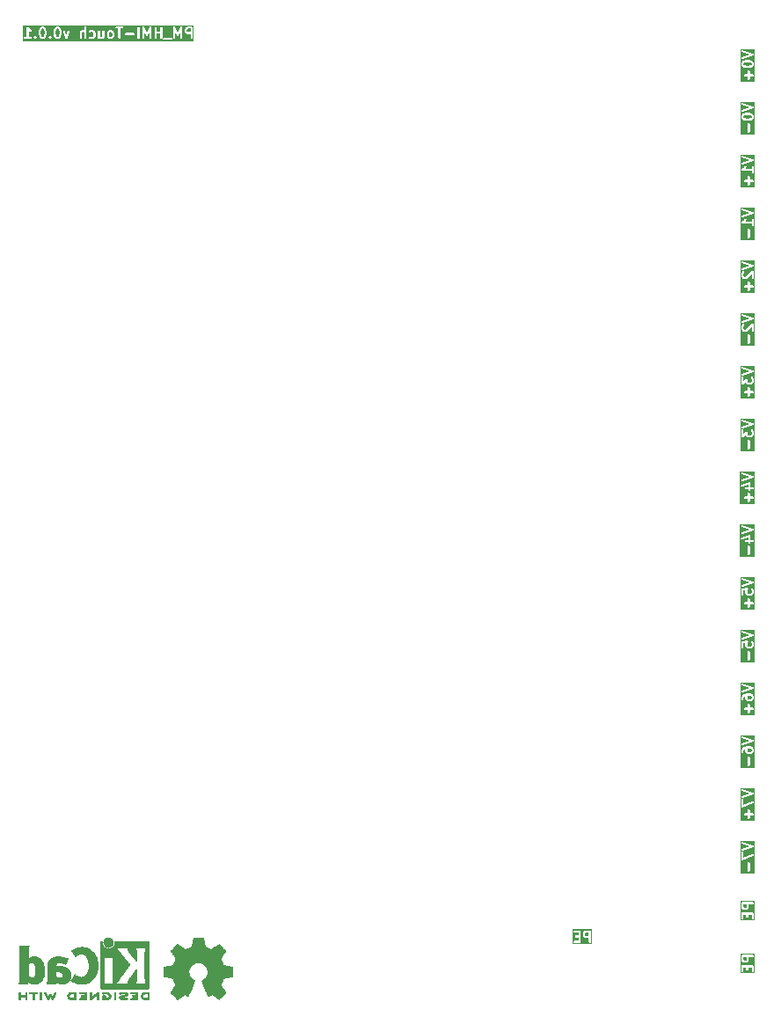
<source format=gbr>
%TF.GenerationSoftware,KiCad,Pcbnew,9.0.0*%
%TF.CreationDate,2025-03-02T17:24:29+03:00*%
%TF.ProjectId,PM_HMI-Touch,504d5f48-4d49-42d5-946f-7563682e6b69,rev?*%
%TF.SameCoordinates,Original*%
%TF.FileFunction,Legend,Bot*%
%TF.FilePolarity,Positive*%
%FSLAX46Y46*%
G04 Gerber Fmt 4.6, Leading zero omitted, Abs format (unit mm)*
G04 Created by KiCad (PCBNEW 9.0.0) date 2025-03-02 17:24:29*
%MOMM*%
%LPD*%
G01*
G04 APERTURE LIST*
%ADD10C,0.200000*%
%ADD11C,0.010000*%
G04 APERTURE END LIST*
D10*
G36*
X38603330Y31195095D02*
G01*
X37181108Y31195095D01*
X37181108Y31804747D01*
X37532235Y31804747D01*
X37532235Y31765729D01*
X37547167Y31729681D01*
X37574757Y31702091D01*
X37610805Y31687159D01*
X37630314Y31685238D01*
X37911266Y31685238D01*
X37911266Y31404285D01*
X37913187Y31384776D01*
X37928119Y31348728D01*
X37955709Y31321138D01*
X37991757Y31306206D01*
X38030775Y31306206D01*
X38066823Y31321138D01*
X38094413Y31348728D01*
X38109345Y31384776D01*
X38111266Y31404285D01*
X38111266Y31685238D01*
X38392219Y31685238D01*
X38411728Y31687159D01*
X38447776Y31702091D01*
X38475366Y31729681D01*
X38490298Y31765729D01*
X38490298Y31804747D01*
X38475366Y31840795D01*
X38447776Y31868385D01*
X38411728Y31883317D01*
X38392219Y31885238D01*
X38111266Y31885238D01*
X38111266Y32166190D01*
X38109345Y32185699D01*
X38094413Y32221747D01*
X38066823Y32249337D01*
X38030775Y32264269D01*
X37991757Y32264269D01*
X37955709Y32249337D01*
X37928119Y32221747D01*
X37913187Y32185699D01*
X37911266Y32166190D01*
X37911266Y31885238D01*
X37630314Y31885238D01*
X37610805Y31883317D01*
X37574757Y31868385D01*
X37547167Y31840795D01*
X37532235Y31804747D01*
X37181108Y31804747D01*
X37181108Y32880581D01*
X37292219Y32880581D01*
X37294140Y32870871D01*
X37294140Y32860967D01*
X37297889Y32851915D01*
X37299791Y32842304D01*
X37305283Y32834066D01*
X37309072Y32824919D01*
X37315998Y32817993D01*
X37321434Y32809839D01*
X37329662Y32804329D01*
X37336662Y32797329D01*
X37345713Y32793580D01*
X37353854Y32788128D01*
X37363561Y32786187D01*
X37372710Y32782397D01*
X37392012Y32780497D01*
X37392114Y32780476D01*
X37392148Y32780483D01*
X37392219Y32780476D01*
X38292219Y32780476D01*
X38292219Y32594762D01*
X38294140Y32575253D01*
X38309072Y32539205D01*
X38336662Y32511615D01*
X38372710Y32496683D01*
X38411728Y32496683D01*
X38447776Y32511615D01*
X38475366Y32539205D01*
X38490298Y32575253D01*
X38492219Y32594762D01*
X38492219Y33166190D01*
X38490298Y33185699D01*
X38475366Y33221747D01*
X38447776Y33249337D01*
X38411728Y33264269D01*
X38372710Y33264269D01*
X38336662Y33249337D01*
X38309072Y33221747D01*
X38294140Y33185699D01*
X38292219Y33166190D01*
X38292219Y32980476D01*
X37681260Y32980476D01*
X37701025Y33000241D01*
X37707316Y33007908D01*
X37709314Y33009640D01*
X37711209Y33012652D01*
X37713461Y33015395D01*
X37714470Y33017833D01*
X37719757Y33026231D01*
X37767376Y33121468D01*
X37774382Y33139777D01*
X37777148Y33178697D01*
X37764809Y33215713D01*
X37739244Y33245190D01*
X37704346Y33262639D01*
X37665426Y33265404D01*
X37628410Y33253066D01*
X37598933Y33227501D01*
X37588490Y33210911D01*
X37548129Y33130189D01*
X37471365Y33053425D01*
X37336749Y32963681D01*
X37336694Y32963637D01*
X37336662Y32963623D01*
X37336588Y32963550D01*
X37321582Y32951261D01*
X37316071Y32943033D01*
X37309072Y32936033D01*
X37305322Y32926982D01*
X37299871Y32918841D01*
X37297929Y32909134D01*
X37294140Y32899985D01*
X37294140Y32890186D01*
X37292219Y32880581D01*
X37181108Y32880581D01*
X37181108Y34131078D01*
X37293004Y34131078D01*
X37295770Y34092158D01*
X37313220Y34057259D01*
X37342696Y34031694D01*
X37360596Y34023703D01*
X38075991Y33785238D01*
X37360596Y33546773D01*
X37342696Y33538782D01*
X37313220Y33513217D01*
X37295770Y33478318D01*
X37293004Y33439398D01*
X37305342Y33402382D01*
X37330907Y33372906D01*
X37365806Y33355456D01*
X37404726Y33352690D01*
X37423842Y33357037D01*
X38423841Y33690370D01*
X38441742Y33698361D01*
X38447143Y33703046D01*
X38453530Y33706239D01*
X38461742Y33715708D01*
X38471218Y33723926D01*
X38474413Y33730318D01*
X38479095Y33735715D01*
X38483061Y33747613D01*
X38488667Y33758825D01*
X38489173Y33765950D01*
X38491434Y33772731D01*
X38490544Y33785238D01*
X38491434Y33797745D01*
X38489173Y33804527D01*
X38488667Y33811651D01*
X38483061Y33822864D01*
X38479095Y33834761D01*
X38474413Y33840159D01*
X38471218Y33846550D01*
X38461742Y33854769D01*
X38453530Y33864237D01*
X38447143Y33867431D01*
X38441742Y33872115D01*
X38423841Y33880106D01*
X37423842Y34213439D01*
X37404726Y34217786D01*
X37365806Y34215020D01*
X37330907Y34197570D01*
X37305342Y34168094D01*
X37293004Y34131078D01*
X37181108Y34131078D01*
X37181108Y34328897D01*
X38603330Y34328897D01*
X38603330Y31195095D01*
G37*
G36*
X38602545Y-34844905D02*
G01*
X37181108Y-34844905D01*
X37181108Y-33873810D01*
X37911266Y-33873810D01*
X37911266Y-34635715D01*
X37913187Y-34655224D01*
X37928119Y-34691272D01*
X37955709Y-34718862D01*
X37991757Y-34733794D01*
X38030775Y-34733794D01*
X38066823Y-34718862D01*
X38094413Y-34691272D01*
X38109345Y-34655224D01*
X38111266Y-34635715D01*
X38111266Y-33873810D01*
X38109345Y-33854301D01*
X38094413Y-33818253D01*
X38066823Y-33790663D01*
X38030775Y-33775731D01*
X37991757Y-33775731D01*
X37955709Y-33790663D01*
X37928119Y-33818253D01*
X37913187Y-33854301D01*
X37911266Y-33873810D01*
X37181108Y-33873810D01*
X37181108Y-32826191D01*
X37292219Y-32826191D01*
X37292219Y-33492857D01*
X37294140Y-33512366D01*
X37294377Y-33512939D01*
X37294385Y-33513561D01*
X37301851Y-33530982D01*
X37309072Y-33548414D01*
X37309509Y-33548851D01*
X37309755Y-33549424D01*
X37323303Y-33562645D01*
X37336662Y-33576004D01*
X37337236Y-33576241D01*
X37337680Y-33576675D01*
X37355212Y-33583688D01*
X37372710Y-33590936D01*
X37373332Y-33590936D01*
X37373907Y-33591166D01*
X37392799Y-33590936D01*
X37411728Y-33590936D01*
X37412301Y-33590698D01*
X37412923Y-33590691D01*
X37431611Y-33584772D01*
X38431611Y-33156201D01*
X38448785Y-33146750D01*
X38476037Y-33118825D01*
X38490528Y-33082598D01*
X38490052Y-33043583D01*
X38474682Y-33007719D01*
X38446758Y-32980468D01*
X38410530Y-32965977D01*
X38371515Y-32966452D01*
X38352827Y-32972372D01*
X37492219Y-33341202D01*
X37492219Y-32826191D01*
X37490298Y-32806682D01*
X37475366Y-32770634D01*
X37447776Y-32743044D01*
X37411728Y-32728112D01*
X37372710Y-32728112D01*
X37336662Y-32743044D01*
X37309072Y-32770634D01*
X37294140Y-32806682D01*
X37292219Y-32826191D01*
X37181108Y-32826191D01*
X37181108Y-31908922D01*
X37293004Y-31908922D01*
X37295770Y-31947842D01*
X37313220Y-31982741D01*
X37342696Y-32008306D01*
X37360596Y-32016297D01*
X38075991Y-32254762D01*
X37360596Y-32493227D01*
X37342696Y-32501218D01*
X37313220Y-32526783D01*
X37295770Y-32561682D01*
X37293004Y-32600602D01*
X37305342Y-32637618D01*
X37330907Y-32667094D01*
X37365806Y-32684544D01*
X37404726Y-32687310D01*
X37423842Y-32682963D01*
X38423841Y-32349630D01*
X38441742Y-32341639D01*
X38447143Y-32336954D01*
X38453530Y-32333761D01*
X38461742Y-32324292D01*
X38471218Y-32316074D01*
X38474413Y-32309682D01*
X38479095Y-32304285D01*
X38483061Y-32292387D01*
X38488667Y-32281175D01*
X38489173Y-32274050D01*
X38491434Y-32267269D01*
X38490544Y-32254762D01*
X38491434Y-32242255D01*
X38489173Y-32235473D01*
X38488667Y-32228349D01*
X38483061Y-32217136D01*
X38479095Y-32205239D01*
X38474413Y-32199841D01*
X38471218Y-32193450D01*
X38461742Y-32185231D01*
X38453530Y-32175763D01*
X38447143Y-32172569D01*
X38441742Y-32167885D01*
X38423841Y-32159894D01*
X37423842Y-31826561D01*
X37404726Y-31822214D01*
X37365806Y-31824980D01*
X37330907Y-31842430D01*
X37305342Y-31871906D01*
X37293004Y-31908922D01*
X37181108Y-31908922D01*
X37181108Y-31711103D01*
X38602545Y-31711103D01*
X38602545Y-34844905D01*
G37*
G36*
X38603330Y15955095D02*
G01*
X37181108Y15955095D01*
X37181108Y16926190D01*
X37911266Y16926190D01*
X37911266Y16164285D01*
X37913187Y16144776D01*
X37928119Y16108728D01*
X37955709Y16081138D01*
X37991757Y16066206D01*
X38030775Y16066206D01*
X38066823Y16081138D01*
X38094413Y16108728D01*
X38109345Y16144776D01*
X38111266Y16164285D01*
X38111266Y16926190D01*
X38109345Y16945699D01*
X38094413Y16981747D01*
X38066823Y17009337D01*
X38030775Y17024269D01*
X37991757Y17024269D01*
X37955709Y17009337D01*
X37928119Y16981747D01*
X37913187Y16945699D01*
X37911266Y16926190D01*
X37181108Y16926190D01*
X37181108Y17783333D01*
X37292219Y17783333D01*
X37292219Y17545238D01*
X37294140Y17525729D01*
X37295515Y17522409D01*
X37295770Y17518825D01*
X37302776Y17500517D01*
X37350395Y17405279D01*
X37355680Y17396883D01*
X37356691Y17394443D01*
X37358944Y17391697D01*
X37360838Y17388689D01*
X37362832Y17386960D01*
X37369127Y17379289D01*
X37416746Y17331671D01*
X37424412Y17325379D01*
X37426145Y17323381D01*
X37429153Y17321488D01*
X37431899Y17319234D01*
X37434339Y17318224D01*
X37442736Y17312938D01*
X37537973Y17265319D01*
X37556282Y17258313D01*
X37559865Y17258059D01*
X37563186Y17256683D01*
X37582695Y17254762D01*
X37677933Y17254762D01*
X37687806Y17255735D01*
X37690440Y17255547D01*
X37693903Y17256335D01*
X37697442Y17256683D01*
X37699884Y17257695D01*
X37709556Y17259894D01*
X37852412Y17307513D01*
X37870313Y17315504D01*
X37873028Y17317860D01*
X37876347Y17319234D01*
X37891501Y17331670D01*
X38292219Y17732388D01*
X38292219Y17354762D01*
X38294140Y17335253D01*
X38309072Y17299205D01*
X38336662Y17271615D01*
X38372710Y17256683D01*
X38411728Y17256683D01*
X38447776Y17271615D01*
X38475366Y17299205D01*
X38490298Y17335253D01*
X38492219Y17354762D01*
X38492219Y17973809D01*
X38490298Y17993318D01*
X38475366Y18029366D01*
X38447776Y18056956D01*
X38411728Y18071888D01*
X38372710Y18071888D01*
X38336662Y18056956D01*
X38321508Y18044520D01*
X37766770Y17489784D01*
X37661706Y17454762D01*
X37606302Y17454762D01*
X37546692Y17484567D01*
X37522024Y17509236D01*
X37492219Y17568846D01*
X37492219Y17759726D01*
X37522024Y17819336D01*
X37558167Y17855479D01*
X37570604Y17870632D01*
X37585535Y17906681D01*
X37585535Y17945699D01*
X37570604Y17981747D01*
X37543014Y18009337D01*
X37506966Y18024268D01*
X37467948Y18024268D01*
X37431899Y18009337D01*
X37416746Y17996900D01*
X37369127Y17949282D01*
X37362832Y17941612D01*
X37360838Y17939882D01*
X37358944Y17936875D01*
X37356691Y17934128D01*
X37355680Y17931689D01*
X37350395Y17923292D01*
X37302776Y17828054D01*
X37295770Y17809746D01*
X37295515Y17806163D01*
X37294140Y17802842D01*
X37292219Y17783333D01*
X37181108Y17783333D01*
X37181108Y18891078D01*
X37293004Y18891078D01*
X37295770Y18852158D01*
X37313220Y18817259D01*
X37342696Y18791694D01*
X37360596Y18783703D01*
X38075991Y18545238D01*
X37360596Y18306773D01*
X37342696Y18298782D01*
X37313220Y18273217D01*
X37295770Y18238318D01*
X37293004Y18199398D01*
X37305342Y18162382D01*
X37330907Y18132906D01*
X37365806Y18115456D01*
X37404726Y18112690D01*
X37423842Y18117037D01*
X38423841Y18450370D01*
X38441742Y18458361D01*
X38447143Y18463046D01*
X38453530Y18466239D01*
X38461742Y18475708D01*
X38471218Y18483926D01*
X38474413Y18490318D01*
X38479095Y18495715D01*
X38483061Y18507613D01*
X38488667Y18518825D01*
X38489173Y18525950D01*
X38491434Y18532731D01*
X38490544Y18545238D01*
X38491434Y18557745D01*
X38489173Y18564527D01*
X38488667Y18571651D01*
X38483061Y18582864D01*
X38479095Y18594761D01*
X38474413Y18600159D01*
X38471218Y18606550D01*
X38461742Y18614769D01*
X38453530Y18624237D01*
X38447143Y18627431D01*
X38441742Y18632115D01*
X38423841Y18640106D01*
X37423842Y18973439D01*
X37404726Y18977786D01*
X37365806Y18975020D01*
X37330907Y18957570D01*
X37305342Y18928094D01*
X37293004Y18891078D01*
X37181108Y18891078D01*
X37181108Y19088897D01*
X38603330Y19088897D01*
X38603330Y15955095D01*
G37*
G36*
X38603330Y-9444905D02*
G01*
X37181108Y-9444905D01*
X37181108Y-8835253D01*
X37532235Y-8835253D01*
X37532235Y-8874271D01*
X37547167Y-8910319D01*
X37574757Y-8937909D01*
X37610805Y-8952841D01*
X37630314Y-8954762D01*
X37911266Y-8954762D01*
X37911266Y-9235715D01*
X37913187Y-9255224D01*
X37928119Y-9291272D01*
X37955709Y-9318862D01*
X37991757Y-9333794D01*
X38030775Y-9333794D01*
X38066823Y-9318862D01*
X38094413Y-9291272D01*
X38109345Y-9255224D01*
X38111266Y-9235715D01*
X38111266Y-8954762D01*
X38392219Y-8954762D01*
X38411728Y-8952841D01*
X38447776Y-8937909D01*
X38475366Y-8910319D01*
X38490298Y-8874271D01*
X38490298Y-8835253D01*
X38475366Y-8799205D01*
X38447776Y-8771615D01*
X38411728Y-8756683D01*
X38392219Y-8754762D01*
X38111266Y-8754762D01*
X38111266Y-8473810D01*
X38109345Y-8454301D01*
X38094413Y-8418253D01*
X38066823Y-8390663D01*
X38030775Y-8375731D01*
X37991757Y-8375731D01*
X37955709Y-8390663D01*
X37928119Y-8418253D01*
X37913187Y-8454301D01*
X37911266Y-8473810D01*
X37911266Y-8754762D01*
X37630314Y-8754762D01*
X37610805Y-8756683D01*
X37574757Y-8771615D01*
X37547167Y-8799205D01*
X37532235Y-8835253D01*
X37181108Y-8835253D01*
X37181108Y-7521429D01*
X37292219Y-7521429D01*
X37292219Y-7997619D01*
X37294140Y-8017128D01*
X37309072Y-8053176D01*
X37336662Y-8080766D01*
X37372710Y-8095698D01*
X37411728Y-8095698D01*
X37447776Y-8080766D01*
X37475366Y-8053176D01*
X37490298Y-8017128D01*
X37492219Y-7997619D01*
X37492219Y-7611928D01*
X37676491Y-7593500D01*
X37676467Y-7593837D01*
X37675092Y-7597158D01*
X37673171Y-7616667D01*
X37673171Y-7854762D01*
X37675092Y-7874271D01*
X37676467Y-7877591D01*
X37676722Y-7881175D01*
X37683728Y-7899483D01*
X37731347Y-7994721D01*
X37736632Y-8003117D01*
X37737643Y-8005557D01*
X37739896Y-8008303D01*
X37741790Y-8011311D01*
X37743784Y-8013040D01*
X37750079Y-8020711D01*
X37797698Y-8068329D01*
X37805364Y-8074621D01*
X37807097Y-8076619D01*
X37810105Y-8078512D01*
X37812851Y-8080766D01*
X37815291Y-8081776D01*
X37823688Y-8087062D01*
X37918925Y-8134681D01*
X37937234Y-8141687D01*
X37940817Y-8141941D01*
X37944138Y-8143317D01*
X37963647Y-8145238D01*
X38201742Y-8145238D01*
X38221251Y-8143317D01*
X38224571Y-8141941D01*
X38228155Y-8141687D01*
X38246463Y-8134681D01*
X38341701Y-8087062D01*
X38350093Y-8081778D01*
X38352537Y-8080767D01*
X38355286Y-8078510D01*
X38358291Y-8076619D01*
X38360020Y-8074624D01*
X38367690Y-8068330D01*
X38415310Y-8020712D01*
X38421603Y-8013043D01*
X38423600Y-8011312D01*
X38425493Y-8008303D01*
X38427747Y-8005558D01*
X38428757Y-8003117D01*
X38434043Y-7994721D01*
X38481662Y-7899484D01*
X38488668Y-7881175D01*
X38488922Y-7877591D01*
X38490298Y-7874271D01*
X38492219Y-7854762D01*
X38492219Y-7616667D01*
X38490298Y-7597158D01*
X38488922Y-7593837D01*
X38488668Y-7590254D01*
X38481662Y-7571945D01*
X38434043Y-7476708D01*
X38428757Y-7468311D01*
X38427747Y-7465871D01*
X38425493Y-7463125D01*
X38423600Y-7460117D01*
X38421603Y-7458385D01*
X38415310Y-7450717D01*
X38367690Y-7403099D01*
X38352537Y-7390662D01*
X38316488Y-7375731D01*
X38277470Y-7375732D01*
X38241422Y-7390663D01*
X38213832Y-7418253D01*
X38198901Y-7454302D01*
X38198902Y-7493320D01*
X38213833Y-7529368D01*
X38226270Y-7544521D01*
X38262414Y-7580664D01*
X38292219Y-7640274D01*
X38292219Y-7831155D01*
X38262414Y-7890764D01*
X38237746Y-7915431D01*
X38178135Y-7945238D01*
X37987254Y-7945238D01*
X37927644Y-7915433D01*
X37902976Y-7890764D01*
X37873171Y-7831154D01*
X37873171Y-7640274D01*
X37902976Y-7580664D01*
X37939119Y-7544521D01*
X37951556Y-7529368D01*
X37953483Y-7524713D01*
X37956671Y-7520818D01*
X37960893Y-7506824D01*
X37966487Y-7493319D01*
X37966487Y-7488285D01*
X37967942Y-7483463D01*
X37966487Y-7468911D01*
X37966487Y-7454301D01*
X37964561Y-7449651D01*
X37964060Y-7444639D01*
X37957148Y-7431755D01*
X37951556Y-7418253D01*
X37947995Y-7414692D01*
X37945615Y-7410255D01*
X37934302Y-7400999D01*
X37923966Y-7390663D01*
X37919313Y-7388735D01*
X37915417Y-7385548D01*
X37901422Y-7381325D01*
X37887918Y-7375732D01*
X37882884Y-7375732D01*
X37878062Y-7374277D01*
X37858459Y-7374306D01*
X37382269Y-7421925D01*
X37375160Y-7423350D01*
X37372710Y-7423350D01*
X37370412Y-7424301D01*
X37363048Y-7425778D01*
X37350167Y-7432687D01*
X37336662Y-7438282D01*
X37333101Y-7441842D01*
X37328664Y-7444223D01*
X37319408Y-7455535D01*
X37309072Y-7465872D01*
X37307144Y-7470524D01*
X37303957Y-7474421D01*
X37299736Y-7488410D01*
X37294140Y-7501920D01*
X37293403Y-7509397D01*
X37292686Y-7511776D01*
X37292929Y-7514212D01*
X37292219Y-7521429D01*
X37181108Y-7521429D01*
X37181108Y-6508922D01*
X37293004Y-6508922D01*
X37295770Y-6547842D01*
X37313220Y-6582741D01*
X37342696Y-6608306D01*
X37360596Y-6616297D01*
X38075991Y-6854762D01*
X37360596Y-7093227D01*
X37342696Y-7101218D01*
X37313220Y-7126783D01*
X37295770Y-7161682D01*
X37293004Y-7200602D01*
X37305342Y-7237618D01*
X37330907Y-7267094D01*
X37365806Y-7284544D01*
X37404726Y-7287310D01*
X37423842Y-7282963D01*
X38423841Y-6949630D01*
X38441742Y-6941639D01*
X38447143Y-6936954D01*
X38453530Y-6933761D01*
X38461742Y-6924292D01*
X38471218Y-6916074D01*
X38474413Y-6909682D01*
X38479095Y-6904285D01*
X38483061Y-6892387D01*
X38488667Y-6881175D01*
X38489173Y-6874050D01*
X38491434Y-6867269D01*
X38490544Y-6854762D01*
X38491434Y-6842255D01*
X38489173Y-6835473D01*
X38488667Y-6828349D01*
X38483061Y-6817136D01*
X38479095Y-6805239D01*
X38474413Y-6799841D01*
X38471218Y-6793450D01*
X38461742Y-6785231D01*
X38453530Y-6775763D01*
X38447143Y-6772569D01*
X38441742Y-6767885D01*
X38423841Y-6759894D01*
X37423842Y-6426561D01*
X37404726Y-6422214D01*
X37365806Y-6424980D01*
X37330907Y-6442430D01*
X37305342Y-6471906D01*
X37293004Y-6508922D01*
X37181108Y-6508922D01*
X37181108Y-6311103D01*
X38603330Y-6311103D01*
X38603330Y-9444905D01*
G37*
G36*
X38603330Y26115095D02*
G01*
X37181108Y26115095D01*
X37181108Y27086190D01*
X37911266Y27086190D01*
X37911266Y26324285D01*
X37913187Y26304776D01*
X37928119Y26268728D01*
X37955709Y26241138D01*
X37991757Y26226206D01*
X38030775Y26226206D01*
X38066823Y26241138D01*
X38094413Y26268728D01*
X38109345Y26304776D01*
X38111266Y26324285D01*
X38111266Y27086190D01*
X38109345Y27105699D01*
X38094413Y27141747D01*
X38066823Y27169337D01*
X38030775Y27184269D01*
X37991757Y27184269D01*
X37955709Y27169337D01*
X37928119Y27141747D01*
X37913187Y27105699D01*
X37911266Y27086190D01*
X37181108Y27086190D01*
X37181108Y27800581D01*
X37292219Y27800581D01*
X37294140Y27790871D01*
X37294140Y27780967D01*
X37297889Y27771915D01*
X37299791Y27762304D01*
X37305283Y27754066D01*
X37309072Y27744919D01*
X37315998Y27737993D01*
X37321434Y27729839D01*
X37329662Y27724329D01*
X37336662Y27717329D01*
X37345713Y27713580D01*
X37353854Y27708128D01*
X37363561Y27706187D01*
X37372710Y27702397D01*
X37392012Y27700497D01*
X37392114Y27700476D01*
X37392148Y27700483D01*
X37392219Y27700476D01*
X38292219Y27700476D01*
X38292219Y27514762D01*
X38294140Y27495253D01*
X38309072Y27459205D01*
X38336662Y27431615D01*
X38372710Y27416683D01*
X38411728Y27416683D01*
X38447776Y27431615D01*
X38475366Y27459205D01*
X38490298Y27495253D01*
X38492219Y27514762D01*
X38492219Y28086190D01*
X38490298Y28105699D01*
X38475366Y28141747D01*
X38447776Y28169337D01*
X38411728Y28184269D01*
X38372710Y28184269D01*
X38336662Y28169337D01*
X38309072Y28141747D01*
X38294140Y28105699D01*
X38292219Y28086190D01*
X38292219Y27900476D01*
X37681260Y27900476D01*
X37701025Y27920241D01*
X37707316Y27927908D01*
X37709314Y27929640D01*
X37711209Y27932652D01*
X37713461Y27935395D01*
X37714470Y27937833D01*
X37719757Y27946231D01*
X37767376Y28041468D01*
X37774382Y28059777D01*
X37777148Y28098697D01*
X37764809Y28135713D01*
X37739244Y28165190D01*
X37704346Y28182639D01*
X37665426Y28185404D01*
X37628410Y28173066D01*
X37598933Y28147501D01*
X37588490Y28130911D01*
X37548129Y28050189D01*
X37471365Y27973425D01*
X37336749Y27883681D01*
X37336694Y27883637D01*
X37336662Y27883623D01*
X37336588Y27883550D01*
X37321582Y27871261D01*
X37316071Y27863033D01*
X37309072Y27856033D01*
X37305322Y27846982D01*
X37299871Y27838841D01*
X37297929Y27829134D01*
X37294140Y27819985D01*
X37294140Y27810186D01*
X37292219Y27800581D01*
X37181108Y27800581D01*
X37181108Y29051078D01*
X37293004Y29051078D01*
X37295770Y29012158D01*
X37313220Y28977259D01*
X37342696Y28951694D01*
X37360596Y28943703D01*
X38075991Y28705238D01*
X37360596Y28466773D01*
X37342696Y28458782D01*
X37313220Y28433217D01*
X37295770Y28398318D01*
X37293004Y28359398D01*
X37305342Y28322382D01*
X37330907Y28292906D01*
X37365806Y28275456D01*
X37404726Y28272690D01*
X37423842Y28277037D01*
X38423841Y28610370D01*
X38441742Y28618361D01*
X38447143Y28623046D01*
X38453530Y28626239D01*
X38461742Y28635708D01*
X38471218Y28643926D01*
X38474413Y28650318D01*
X38479095Y28655715D01*
X38483061Y28667613D01*
X38488667Y28678825D01*
X38489173Y28685950D01*
X38491434Y28692731D01*
X38490544Y28705238D01*
X38491434Y28717745D01*
X38489173Y28724527D01*
X38488667Y28731651D01*
X38483061Y28742864D01*
X38479095Y28754761D01*
X38474413Y28760159D01*
X38471218Y28766550D01*
X38461742Y28774769D01*
X38453530Y28784237D01*
X38447143Y28787431D01*
X38441742Y28792115D01*
X38423841Y28800106D01*
X37423842Y29133439D01*
X37404726Y29137786D01*
X37365806Y29135020D01*
X37330907Y29117570D01*
X37305342Y29088094D01*
X37293004Y29051078D01*
X37181108Y29051078D01*
X37181108Y29248897D01*
X38603330Y29248897D01*
X38603330Y26115095D01*
G37*
G36*
X37816028Y-38073059D02*
G01*
X37786223Y-38132668D01*
X37761554Y-38157336D01*
X37701945Y-38187142D01*
X37606302Y-38187142D01*
X37546692Y-38157337D01*
X37522024Y-38132668D01*
X37492219Y-38073058D01*
X37492219Y-37815714D01*
X37816028Y-37815714D01*
X37816028Y-38073059D01*
G37*
G36*
X38603330Y-39401094D02*
G01*
X37181108Y-39401094D01*
X37181108Y-38715714D01*
X37292219Y-38715714D01*
X37292219Y-39191904D01*
X37294140Y-39211413D01*
X37309072Y-39247461D01*
X37336662Y-39275051D01*
X37372710Y-39289983D01*
X37411728Y-39289983D01*
X37447776Y-39275051D01*
X37475366Y-39247461D01*
X37490298Y-39211413D01*
X37492219Y-39191904D01*
X37492219Y-38815714D01*
X37768409Y-38815714D01*
X37768409Y-39049047D01*
X37770330Y-39068556D01*
X37785262Y-39104604D01*
X37812852Y-39132194D01*
X37848900Y-39147126D01*
X37887918Y-39147126D01*
X37923966Y-39132194D01*
X37951556Y-39104604D01*
X37966488Y-39068556D01*
X37968409Y-39049047D01*
X37968409Y-38815714D01*
X38292219Y-38815714D01*
X38292219Y-39191904D01*
X38294140Y-39211413D01*
X38309072Y-39247461D01*
X38336662Y-39275051D01*
X38372710Y-39289983D01*
X38411728Y-39289983D01*
X38447776Y-39275051D01*
X38475366Y-39247461D01*
X38490298Y-39211413D01*
X38492219Y-39191904D01*
X38492219Y-38715714D01*
X38490298Y-38696205D01*
X38475366Y-38660157D01*
X38447776Y-38632567D01*
X38411728Y-38617635D01*
X38392219Y-38615714D01*
X37392219Y-38615714D01*
X37372710Y-38617635D01*
X37336662Y-38632567D01*
X37309072Y-38660157D01*
X37294140Y-38696205D01*
X37292219Y-38715714D01*
X37181108Y-38715714D01*
X37181108Y-37715714D01*
X37292219Y-37715714D01*
X37292219Y-38096666D01*
X37294140Y-38116175D01*
X37295515Y-38119495D01*
X37295770Y-38123079D01*
X37302776Y-38141387D01*
X37350395Y-38236625D01*
X37355680Y-38245021D01*
X37356691Y-38247461D01*
X37358944Y-38250207D01*
X37360838Y-38253215D01*
X37362832Y-38254944D01*
X37369127Y-38262615D01*
X37416746Y-38310233D01*
X37424412Y-38316525D01*
X37426145Y-38318523D01*
X37429153Y-38320416D01*
X37431899Y-38322670D01*
X37434339Y-38323680D01*
X37442736Y-38328966D01*
X37537973Y-38376585D01*
X37556282Y-38383591D01*
X37559865Y-38383845D01*
X37563186Y-38385221D01*
X37582695Y-38387142D01*
X37725552Y-38387142D01*
X37745061Y-38385221D01*
X37748381Y-38383845D01*
X37751965Y-38383591D01*
X37770273Y-38376585D01*
X37865511Y-38328966D01*
X37873907Y-38323680D01*
X37876347Y-38322670D01*
X37879093Y-38320416D01*
X37882101Y-38318523D01*
X37883830Y-38316528D01*
X37891501Y-38310234D01*
X37939119Y-38262615D01*
X37945411Y-38254948D01*
X37947409Y-38253216D01*
X37949302Y-38250207D01*
X37951556Y-38247462D01*
X37952566Y-38245021D01*
X37957852Y-38236625D01*
X38005471Y-38141388D01*
X38012477Y-38123079D01*
X38012731Y-38119495D01*
X38014107Y-38116175D01*
X38016028Y-38096666D01*
X38016028Y-37815714D01*
X38392219Y-37815714D01*
X38411728Y-37813793D01*
X38447776Y-37798861D01*
X38475366Y-37771271D01*
X38490298Y-37735223D01*
X38490298Y-37696205D01*
X38475366Y-37660157D01*
X38447776Y-37632567D01*
X38411728Y-37617635D01*
X38392219Y-37615714D01*
X37392219Y-37615714D01*
X37372710Y-37617635D01*
X37336662Y-37632567D01*
X37309072Y-37660157D01*
X37294140Y-37696205D01*
X37292219Y-37715714D01*
X37181108Y-37715714D01*
X37181108Y-37504603D01*
X38603330Y-37504603D01*
X38603330Y-39401094D01*
G37*
G36*
X38602545Y715095D02*
G01*
X37134274Y715095D01*
X37134274Y1324747D01*
X37532235Y1324747D01*
X37532235Y1285729D01*
X37547167Y1249681D01*
X37574757Y1222091D01*
X37610805Y1207159D01*
X37630314Y1205238D01*
X37911266Y1205238D01*
X37911266Y924285D01*
X37913187Y904776D01*
X37928119Y868728D01*
X37955709Y841138D01*
X37991757Y826206D01*
X38030775Y826206D01*
X38066823Y841138D01*
X38094413Y868728D01*
X38109345Y904776D01*
X38111266Y924285D01*
X38111266Y1205238D01*
X38392219Y1205238D01*
X38411728Y1207159D01*
X38447776Y1222091D01*
X38475366Y1249681D01*
X38490298Y1285729D01*
X38490298Y1324747D01*
X38475366Y1360795D01*
X38447776Y1388385D01*
X38411728Y1403317D01*
X38392219Y1405238D01*
X38111266Y1405238D01*
X38111266Y1686190D01*
X38109345Y1705699D01*
X38094413Y1741747D01*
X38066823Y1769337D01*
X38030775Y1784269D01*
X37991757Y1784269D01*
X37955709Y1769337D01*
X37928119Y1741747D01*
X37913187Y1705699D01*
X37911266Y1686190D01*
X37911266Y1405238D01*
X37630314Y1405238D01*
X37610805Y1403317D01*
X37574757Y1388385D01*
X37547167Y1360795D01*
X37532235Y1324747D01*
X37134274Y1324747D01*
X37134274Y2435588D01*
X37245385Y2435588D01*
X37257723Y2398572D01*
X37283288Y2369096D01*
X37318187Y2351646D01*
X37357107Y2348880D01*
X37376223Y2353227D01*
X37958885Y2547448D01*
X37958885Y2310000D01*
X37725552Y2310000D01*
X37706043Y2308079D01*
X37669995Y2293147D01*
X37642405Y2265557D01*
X37627473Y2229509D01*
X37627473Y2190491D01*
X37642405Y2154443D01*
X37669995Y2126853D01*
X37706043Y2111921D01*
X37725552Y2110000D01*
X37958885Y2110000D01*
X37958885Y2067143D01*
X37960806Y2047634D01*
X37975738Y2011586D01*
X38003328Y1983996D01*
X38039376Y1969064D01*
X38078394Y1969064D01*
X38114442Y1983996D01*
X38142032Y2011586D01*
X38156964Y2047634D01*
X38158885Y2067143D01*
X38158885Y2110000D01*
X38392219Y2110000D01*
X38411728Y2111921D01*
X38447776Y2126853D01*
X38475366Y2154443D01*
X38490298Y2190491D01*
X38490298Y2229509D01*
X38475366Y2265557D01*
X38447776Y2293147D01*
X38411728Y2308079D01*
X38392219Y2310000D01*
X38158885Y2310000D01*
X38158885Y2686190D01*
X38157912Y2696064D01*
X38158100Y2698697D01*
X38157466Y2700599D01*
X38156964Y2705699D01*
X38150828Y2720512D01*
X38145761Y2735713D01*
X38143407Y2738427D01*
X38142032Y2741747D01*
X38130693Y2753086D01*
X38120196Y2765189D01*
X38116983Y2766796D01*
X38114442Y2769337D01*
X38099627Y2775474D01*
X38085297Y2782639D01*
X38081714Y2782894D01*
X38078394Y2784269D01*
X38062361Y2784269D01*
X38046377Y2785405D01*
X38041382Y2784269D01*
X38039376Y2784269D01*
X38036934Y2783258D01*
X38027262Y2781058D01*
X37312977Y2542963D01*
X37295077Y2534972D01*
X37265601Y2509407D01*
X37248151Y2474508D01*
X37245385Y2435588D01*
X37134274Y2435588D01*
X37134274Y3651078D01*
X37293004Y3651078D01*
X37295770Y3612158D01*
X37313220Y3577259D01*
X37342696Y3551694D01*
X37360596Y3543703D01*
X38075991Y3305238D01*
X37360596Y3066773D01*
X37342696Y3058782D01*
X37313220Y3033217D01*
X37295770Y2998318D01*
X37293004Y2959398D01*
X37305342Y2922382D01*
X37330907Y2892906D01*
X37365806Y2875456D01*
X37404726Y2872690D01*
X37423842Y2877037D01*
X38423841Y3210370D01*
X38441742Y3218361D01*
X38447143Y3223046D01*
X38453530Y3226239D01*
X38461742Y3235708D01*
X38471218Y3243926D01*
X38474413Y3250318D01*
X38479095Y3255715D01*
X38483061Y3267613D01*
X38488667Y3278825D01*
X38489173Y3285950D01*
X38491434Y3292731D01*
X38490544Y3305238D01*
X38491434Y3317745D01*
X38489173Y3324527D01*
X38488667Y3331651D01*
X38483061Y3342864D01*
X38479095Y3354761D01*
X38474413Y3360159D01*
X38471218Y3366550D01*
X38461742Y3374769D01*
X38453530Y3384237D01*
X38447143Y3387431D01*
X38441742Y3392115D01*
X38423841Y3400106D01*
X37423842Y3733439D01*
X37404726Y3737786D01*
X37365806Y3735020D01*
X37330907Y3717570D01*
X37305342Y3688094D01*
X37293004Y3651078D01*
X37134274Y3651078D01*
X37134274Y3848897D01*
X38602545Y3848897D01*
X38602545Y715095D01*
G37*
G36*
X38602545Y-29764905D02*
G01*
X37181108Y-29764905D01*
X37181108Y-29155253D01*
X37532235Y-29155253D01*
X37532235Y-29194271D01*
X37547167Y-29230319D01*
X37574757Y-29257909D01*
X37610805Y-29272841D01*
X37630314Y-29274762D01*
X37911266Y-29274762D01*
X37911266Y-29555715D01*
X37913187Y-29575224D01*
X37928119Y-29611272D01*
X37955709Y-29638862D01*
X37991757Y-29653794D01*
X38030775Y-29653794D01*
X38066823Y-29638862D01*
X38094413Y-29611272D01*
X38109345Y-29575224D01*
X38111266Y-29555715D01*
X38111266Y-29274762D01*
X38392219Y-29274762D01*
X38411728Y-29272841D01*
X38447776Y-29257909D01*
X38475366Y-29230319D01*
X38490298Y-29194271D01*
X38490298Y-29155253D01*
X38475366Y-29119205D01*
X38447776Y-29091615D01*
X38411728Y-29076683D01*
X38392219Y-29074762D01*
X38111266Y-29074762D01*
X38111266Y-28793810D01*
X38109345Y-28774301D01*
X38094413Y-28738253D01*
X38066823Y-28710663D01*
X38030775Y-28695731D01*
X37991757Y-28695731D01*
X37955709Y-28710663D01*
X37928119Y-28738253D01*
X37913187Y-28774301D01*
X37911266Y-28793810D01*
X37911266Y-29074762D01*
X37630314Y-29074762D01*
X37610805Y-29076683D01*
X37574757Y-29091615D01*
X37547167Y-29119205D01*
X37532235Y-29155253D01*
X37181108Y-29155253D01*
X37181108Y-27746191D01*
X37292219Y-27746191D01*
X37292219Y-28412857D01*
X37294140Y-28432366D01*
X37294377Y-28432939D01*
X37294385Y-28433561D01*
X37301851Y-28450982D01*
X37309072Y-28468414D01*
X37309509Y-28468851D01*
X37309755Y-28469424D01*
X37323303Y-28482645D01*
X37336662Y-28496004D01*
X37337236Y-28496241D01*
X37337680Y-28496675D01*
X37355212Y-28503688D01*
X37372710Y-28510936D01*
X37373332Y-28510936D01*
X37373907Y-28511166D01*
X37392799Y-28510936D01*
X37411728Y-28510936D01*
X37412301Y-28510698D01*
X37412923Y-28510691D01*
X37431611Y-28504772D01*
X38431611Y-28076201D01*
X38448785Y-28066750D01*
X38476037Y-28038825D01*
X38490528Y-28002598D01*
X38490052Y-27963583D01*
X38474682Y-27927719D01*
X38446758Y-27900468D01*
X38410530Y-27885977D01*
X38371515Y-27886452D01*
X38352827Y-27892372D01*
X37492219Y-28261202D01*
X37492219Y-27746191D01*
X37490298Y-27726682D01*
X37475366Y-27690634D01*
X37447776Y-27663044D01*
X37411728Y-27648112D01*
X37372710Y-27648112D01*
X37336662Y-27663044D01*
X37309072Y-27690634D01*
X37294140Y-27726682D01*
X37292219Y-27746191D01*
X37181108Y-27746191D01*
X37181108Y-26828922D01*
X37293004Y-26828922D01*
X37295770Y-26867842D01*
X37313220Y-26902741D01*
X37342696Y-26928306D01*
X37360596Y-26936297D01*
X38075991Y-27174762D01*
X37360596Y-27413227D01*
X37342696Y-27421218D01*
X37313220Y-27446783D01*
X37295770Y-27481682D01*
X37293004Y-27520602D01*
X37305342Y-27557618D01*
X37330907Y-27587094D01*
X37365806Y-27604544D01*
X37404726Y-27607310D01*
X37423842Y-27602963D01*
X38423841Y-27269630D01*
X38441742Y-27261639D01*
X38447143Y-27256954D01*
X38453530Y-27253761D01*
X38461742Y-27244292D01*
X38471218Y-27236074D01*
X38474413Y-27229682D01*
X38479095Y-27224285D01*
X38483061Y-27212387D01*
X38488667Y-27201175D01*
X38489173Y-27194050D01*
X38491434Y-27187269D01*
X38490544Y-27174762D01*
X38491434Y-27162255D01*
X38489173Y-27155473D01*
X38488667Y-27148349D01*
X38483061Y-27137136D01*
X38479095Y-27125239D01*
X38474413Y-27119841D01*
X38471218Y-27113450D01*
X38461742Y-27105231D01*
X38453530Y-27095763D01*
X38447143Y-27092569D01*
X38441742Y-27087885D01*
X38423841Y-27079894D01*
X37423842Y-26746561D01*
X37404726Y-26742214D01*
X37365806Y-26744980D01*
X37330907Y-26762430D01*
X37305342Y-26791906D01*
X37293004Y-26828922D01*
X37181108Y-26828922D01*
X37181108Y-26631103D01*
X38602545Y-26631103D01*
X38602545Y-29764905D01*
G37*
G36*
X38603330Y5795095D02*
G01*
X37181108Y5795095D01*
X37181108Y6766190D01*
X37911266Y6766190D01*
X37911266Y6004285D01*
X37913187Y5984776D01*
X37928119Y5948728D01*
X37955709Y5921138D01*
X37991757Y5906206D01*
X38030775Y5906206D01*
X38066823Y5921138D01*
X38094413Y5948728D01*
X38109345Y5984776D01*
X38111266Y6004285D01*
X38111266Y6766190D01*
X38109345Y6785699D01*
X38094413Y6821747D01*
X38066823Y6849337D01*
X38030775Y6864269D01*
X37991757Y6864269D01*
X37955709Y6849337D01*
X37928119Y6821747D01*
X37913187Y6785699D01*
X37911266Y6766190D01*
X37181108Y6766190D01*
X37181108Y7813809D01*
X37292219Y7813809D01*
X37292219Y7194762D01*
X37293234Y7184445D01*
X37293060Y7181820D01*
X37293671Y7180013D01*
X37294140Y7175253D01*
X37300355Y7160248D01*
X37305560Y7144859D01*
X37307781Y7142320D01*
X37309072Y7139205D01*
X37320556Y7127721D01*
X37331254Y7115495D01*
X37334277Y7114000D01*
X37336662Y7111615D01*
X37351668Y7105399D01*
X37366229Y7098198D01*
X37369594Y7097974D01*
X37372710Y7096683D01*
X37388958Y7096683D01*
X37405161Y7095603D01*
X37408354Y7096683D01*
X37411728Y7096683D01*
X37426733Y7102899D01*
X37442122Y7108103D01*
X37446012Y7110885D01*
X37447776Y7111615D01*
X37449635Y7113475D01*
X37458069Y7119504D01*
X37691923Y7324127D01*
X37731347Y7245279D01*
X37736632Y7236883D01*
X37737643Y7234443D01*
X37739896Y7231697D01*
X37741790Y7228689D01*
X37743784Y7226960D01*
X37750079Y7219289D01*
X37797698Y7171671D01*
X37805364Y7165379D01*
X37807097Y7163381D01*
X37810105Y7161488D01*
X37812851Y7159234D01*
X37815291Y7158224D01*
X37823688Y7152938D01*
X37918925Y7105319D01*
X37937234Y7098313D01*
X37940817Y7098059D01*
X37944138Y7096683D01*
X37963647Y7094762D01*
X38201742Y7094762D01*
X38221251Y7096683D01*
X38224571Y7098059D01*
X38228155Y7098313D01*
X38246463Y7105319D01*
X38341701Y7152938D01*
X38350093Y7158222D01*
X38352537Y7159233D01*
X38355286Y7161490D01*
X38358291Y7163381D01*
X38360020Y7165376D01*
X38367690Y7171670D01*
X38415310Y7219288D01*
X38421603Y7226957D01*
X38423600Y7228688D01*
X38425493Y7231697D01*
X38427747Y7234442D01*
X38428757Y7236883D01*
X38434043Y7245279D01*
X38481662Y7340516D01*
X38488668Y7358825D01*
X38488922Y7362409D01*
X38490298Y7365729D01*
X38492219Y7385238D01*
X38492219Y7670952D01*
X38490298Y7690461D01*
X38488922Y7693782D01*
X38488668Y7697365D01*
X38481662Y7715674D01*
X38434043Y7810911D01*
X38428757Y7819308D01*
X38427747Y7821748D01*
X38425493Y7824494D01*
X38423600Y7827502D01*
X38421603Y7829234D01*
X38415310Y7836902D01*
X38367690Y7884520D01*
X38352537Y7896957D01*
X38316488Y7911888D01*
X38277470Y7911887D01*
X38241422Y7896956D01*
X38213832Y7869366D01*
X38198901Y7833317D01*
X38198902Y7794299D01*
X38213833Y7758251D01*
X38226270Y7743098D01*
X38262414Y7706955D01*
X38292219Y7647345D01*
X38292219Y7408845D01*
X38262414Y7349236D01*
X38237746Y7324569D01*
X38178135Y7294762D01*
X37987254Y7294762D01*
X37927644Y7324567D01*
X37902976Y7349236D01*
X37873171Y7408846D01*
X37873171Y7528095D01*
X37872155Y7538413D01*
X37872330Y7541037D01*
X37871718Y7542845D01*
X37871250Y7547604D01*
X37865035Y7562608D01*
X37859830Y7577999D01*
X37857607Y7580539D01*
X37856318Y7583652D01*
X37844840Y7595130D01*
X37834136Y7607363D01*
X37831111Y7608859D01*
X37828728Y7611242D01*
X37813726Y7617457D01*
X37799161Y7624659D01*
X37795795Y7624884D01*
X37792680Y7626174D01*
X37776432Y7626174D01*
X37760229Y7627254D01*
X37757036Y7626174D01*
X37753662Y7626174D01*
X37738656Y7619959D01*
X37723268Y7614754D01*
X37719377Y7611973D01*
X37717614Y7611242D01*
X37715754Y7609383D01*
X37707321Y7603353D01*
X37492219Y7415139D01*
X37492219Y7813809D01*
X37490298Y7833318D01*
X37475366Y7869366D01*
X37447776Y7896956D01*
X37411728Y7911888D01*
X37372710Y7911888D01*
X37336662Y7896956D01*
X37309072Y7869366D01*
X37294140Y7833318D01*
X37292219Y7813809D01*
X37181108Y7813809D01*
X37181108Y8731078D01*
X37293004Y8731078D01*
X37295770Y8692158D01*
X37313220Y8657259D01*
X37342696Y8631694D01*
X37360596Y8623703D01*
X38075991Y8385238D01*
X37360596Y8146773D01*
X37342696Y8138782D01*
X37313220Y8113217D01*
X37295770Y8078318D01*
X37293004Y8039398D01*
X37305342Y8002382D01*
X37330907Y7972906D01*
X37365806Y7955456D01*
X37404726Y7952690D01*
X37423842Y7957037D01*
X38423841Y8290370D01*
X38441742Y8298361D01*
X38447143Y8303046D01*
X38453530Y8306239D01*
X38461742Y8315708D01*
X38471218Y8323926D01*
X38474413Y8330318D01*
X38479095Y8335715D01*
X38483061Y8347613D01*
X38488667Y8358825D01*
X38489173Y8365950D01*
X38491434Y8372731D01*
X38490544Y8385238D01*
X38491434Y8397745D01*
X38489173Y8404527D01*
X38488667Y8411651D01*
X38483061Y8422864D01*
X38479095Y8434761D01*
X38474413Y8440159D01*
X38471218Y8446550D01*
X38461742Y8454769D01*
X38453530Y8464237D01*
X38447143Y8467431D01*
X38441742Y8472115D01*
X38423841Y8480106D01*
X37423842Y8813439D01*
X37404726Y8817786D01*
X37365806Y8815020D01*
X37330907Y8797570D01*
X37305342Y8768094D01*
X37293004Y8731078D01*
X37181108Y8731078D01*
X37181108Y8928897D01*
X38603330Y8928897D01*
X38603330Y5795095D01*
G37*
G36*
X38237746Y-22843616D02*
G01*
X38262414Y-22868283D01*
X38292219Y-22927893D01*
X38292219Y-23071155D01*
X38262414Y-23130764D01*
X38237746Y-23155431D01*
X38178135Y-23185238D01*
X37987254Y-23185238D01*
X37927644Y-23155433D01*
X37902976Y-23130764D01*
X37873171Y-23071154D01*
X37873171Y-22927893D01*
X37902976Y-22868283D01*
X37927644Y-22843614D01*
X37987254Y-22813810D01*
X38178135Y-22813810D01*
X38237746Y-22843616D01*
G37*
G36*
X38603330Y-24684905D02*
G01*
X37181108Y-24684905D01*
X37181108Y-23713810D01*
X37911266Y-23713810D01*
X37911266Y-24475715D01*
X37913187Y-24495224D01*
X37928119Y-24531272D01*
X37955709Y-24558862D01*
X37991757Y-24573794D01*
X38030775Y-24573794D01*
X38066823Y-24558862D01*
X38094413Y-24531272D01*
X38109345Y-24495224D01*
X38111266Y-24475715D01*
X38111266Y-23713810D01*
X38109345Y-23694301D01*
X38094413Y-23658253D01*
X38066823Y-23630663D01*
X38030775Y-23615731D01*
X37991757Y-23615731D01*
X37955709Y-23630663D01*
X37928119Y-23658253D01*
X37913187Y-23694301D01*
X37911266Y-23713810D01*
X37181108Y-23713810D01*
X37181108Y-22999524D01*
X37292219Y-22999524D01*
X37292219Y-23190000D01*
X37294140Y-23209509D01*
X37309072Y-23245557D01*
X37336662Y-23273147D01*
X37372710Y-23288079D01*
X37411728Y-23288079D01*
X37447776Y-23273147D01*
X37475366Y-23245557D01*
X37490298Y-23209509D01*
X37492219Y-23190000D01*
X37492219Y-23023131D01*
X37522024Y-22963521D01*
X37551165Y-22934379D01*
X37671372Y-22854241D01*
X37688534Y-22849951D01*
X37683728Y-22859565D01*
X37676722Y-22877873D01*
X37676467Y-22881456D01*
X37675092Y-22884777D01*
X37673171Y-22904286D01*
X37673171Y-23094762D01*
X37675092Y-23114271D01*
X37676467Y-23117591D01*
X37676722Y-23121175D01*
X37683728Y-23139483D01*
X37731347Y-23234721D01*
X37736632Y-23243117D01*
X37737643Y-23245557D01*
X37739896Y-23248303D01*
X37741790Y-23251311D01*
X37743784Y-23253040D01*
X37750079Y-23260711D01*
X37797698Y-23308329D01*
X37805364Y-23314621D01*
X37807097Y-23316619D01*
X37810105Y-23318512D01*
X37812851Y-23320766D01*
X37815291Y-23321776D01*
X37823688Y-23327062D01*
X37918925Y-23374681D01*
X37937234Y-23381687D01*
X37940817Y-23381941D01*
X37944138Y-23383317D01*
X37963647Y-23385238D01*
X38201742Y-23385238D01*
X38221251Y-23383317D01*
X38224571Y-23381941D01*
X38228155Y-23381687D01*
X38246463Y-23374681D01*
X38341701Y-23327062D01*
X38350093Y-23321778D01*
X38352537Y-23320767D01*
X38355286Y-23318510D01*
X38358291Y-23316619D01*
X38360020Y-23314624D01*
X38367690Y-23308330D01*
X38415310Y-23260712D01*
X38421603Y-23253043D01*
X38423600Y-23251312D01*
X38425493Y-23248303D01*
X38427747Y-23245558D01*
X38428757Y-23243117D01*
X38434043Y-23234721D01*
X38481662Y-23139484D01*
X38488668Y-23121175D01*
X38488922Y-23117591D01*
X38490298Y-23114271D01*
X38492219Y-23094762D01*
X38492219Y-22904286D01*
X38490298Y-22884777D01*
X38488922Y-22881456D01*
X38488668Y-22877873D01*
X38481662Y-22859564D01*
X38434043Y-22764327D01*
X38428757Y-22755930D01*
X38427747Y-22753490D01*
X38425493Y-22750744D01*
X38423600Y-22747736D01*
X38421603Y-22746004D01*
X38415310Y-22738336D01*
X38367690Y-22690718D01*
X38360020Y-22684423D01*
X38358291Y-22682429D01*
X38355286Y-22680537D01*
X38352537Y-22678281D01*
X38350093Y-22677269D01*
X38341701Y-22671986D01*
X38246463Y-22624367D01*
X38228155Y-22617361D01*
X38224571Y-22617106D01*
X38221251Y-22615731D01*
X38201742Y-22613810D01*
X37820790Y-22613810D01*
X37817387Y-22614145D01*
X37815929Y-22613928D01*
X37808631Y-22615007D01*
X37801281Y-22615731D01*
X37799917Y-22616295D01*
X37796536Y-22616796D01*
X37606060Y-22664415D01*
X37594565Y-22668521D01*
X37592142Y-22669001D01*
X37589945Y-22670171D01*
X37587600Y-22671010D01*
X37585613Y-22672481D01*
X37574844Y-22678224D01*
X37431987Y-22773462D01*
X37431933Y-22773505D01*
X37431899Y-22773520D01*
X37424413Y-22779664D01*
X37416820Y-22785882D01*
X37416798Y-22785913D01*
X37416746Y-22785957D01*
X37369127Y-22833575D01*
X37362832Y-22841245D01*
X37360838Y-22842975D01*
X37358944Y-22845982D01*
X37356691Y-22848729D01*
X37355680Y-22851168D01*
X37350395Y-22859565D01*
X37302776Y-22954803D01*
X37295770Y-22973111D01*
X37295515Y-22976694D01*
X37294140Y-22980015D01*
X37292219Y-22999524D01*
X37181108Y-22999524D01*
X37181108Y-21748922D01*
X37293004Y-21748922D01*
X37295770Y-21787842D01*
X37313220Y-21822741D01*
X37342696Y-21848306D01*
X37360596Y-21856297D01*
X38075991Y-22094762D01*
X37360596Y-22333227D01*
X37342696Y-22341218D01*
X37313220Y-22366783D01*
X37295770Y-22401682D01*
X37293004Y-22440602D01*
X37305342Y-22477618D01*
X37330907Y-22507094D01*
X37365806Y-22524544D01*
X37404726Y-22527310D01*
X37423842Y-22522963D01*
X38423841Y-22189630D01*
X38441742Y-22181639D01*
X38447143Y-22176954D01*
X38453530Y-22173761D01*
X38461742Y-22164292D01*
X38471218Y-22156074D01*
X38474413Y-22149682D01*
X38479095Y-22144285D01*
X38483061Y-22132387D01*
X38488667Y-22121175D01*
X38489173Y-22114050D01*
X38491434Y-22107269D01*
X38490544Y-22094762D01*
X38491434Y-22082255D01*
X38489173Y-22075473D01*
X38488667Y-22068349D01*
X38483061Y-22057136D01*
X38479095Y-22045239D01*
X38474413Y-22039841D01*
X38471218Y-22033450D01*
X38461742Y-22025231D01*
X38453530Y-22015763D01*
X38447143Y-22012569D01*
X38441742Y-22007885D01*
X38423841Y-21999894D01*
X37423842Y-21666561D01*
X37404726Y-21662214D01*
X37365806Y-21664980D01*
X37330907Y-21682430D01*
X37305342Y-21711906D01*
X37293004Y-21748922D01*
X37181108Y-21748922D01*
X37181108Y-21551103D01*
X38603330Y-21551103D01*
X38603330Y-24684905D01*
G37*
G36*
X38603330Y10875095D02*
G01*
X37181108Y10875095D01*
X37181108Y11484747D01*
X37532235Y11484747D01*
X37532235Y11445729D01*
X37547167Y11409681D01*
X37574757Y11382091D01*
X37610805Y11367159D01*
X37630314Y11365238D01*
X37911266Y11365238D01*
X37911266Y11084285D01*
X37913187Y11064776D01*
X37928119Y11028728D01*
X37955709Y11001138D01*
X37991757Y10986206D01*
X38030775Y10986206D01*
X38066823Y11001138D01*
X38094413Y11028728D01*
X38109345Y11064776D01*
X38111266Y11084285D01*
X38111266Y11365238D01*
X38392219Y11365238D01*
X38411728Y11367159D01*
X38447776Y11382091D01*
X38475366Y11409681D01*
X38490298Y11445729D01*
X38490298Y11484747D01*
X38475366Y11520795D01*
X38447776Y11548385D01*
X38411728Y11563317D01*
X38392219Y11565238D01*
X38111266Y11565238D01*
X38111266Y11846190D01*
X38109345Y11865699D01*
X38094413Y11901747D01*
X38066823Y11929337D01*
X38030775Y11944269D01*
X37991757Y11944269D01*
X37955709Y11929337D01*
X37928119Y11901747D01*
X37913187Y11865699D01*
X37911266Y11846190D01*
X37911266Y11565238D01*
X37630314Y11565238D01*
X37610805Y11563317D01*
X37574757Y11548385D01*
X37547167Y11520795D01*
X37532235Y11484747D01*
X37181108Y11484747D01*
X37181108Y12893809D01*
X37292219Y12893809D01*
X37292219Y12274762D01*
X37293234Y12264445D01*
X37293060Y12261820D01*
X37293671Y12260013D01*
X37294140Y12255253D01*
X37300355Y12240248D01*
X37305560Y12224859D01*
X37307781Y12222320D01*
X37309072Y12219205D01*
X37320556Y12207721D01*
X37331254Y12195495D01*
X37334277Y12194000D01*
X37336662Y12191615D01*
X37351668Y12185399D01*
X37366229Y12178198D01*
X37369594Y12177974D01*
X37372710Y12176683D01*
X37388958Y12176683D01*
X37405161Y12175603D01*
X37408354Y12176683D01*
X37411728Y12176683D01*
X37426733Y12182899D01*
X37442122Y12188103D01*
X37446012Y12190885D01*
X37447776Y12191615D01*
X37449635Y12193475D01*
X37458069Y12199504D01*
X37691923Y12404127D01*
X37731347Y12325279D01*
X37736632Y12316883D01*
X37737643Y12314443D01*
X37739896Y12311697D01*
X37741790Y12308689D01*
X37743784Y12306960D01*
X37750079Y12299289D01*
X37797698Y12251671D01*
X37805364Y12245379D01*
X37807097Y12243381D01*
X37810105Y12241488D01*
X37812851Y12239234D01*
X37815291Y12238224D01*
X37823688Y12232938D01*
X37918925Y12185319D01*
X37937234Y12178313D01*
X37940817Y12178059D01*
X37944138Y12176683D01*
X37963647Y12174762D01*
X38201742Y12174762D01*
X38221251Y12176683D01*
X38224571Y12178059D01*
X38228155Y12178313D01*
X38246463Y12185319D01*
X38341701Y12232938D01*
X38350093Y12238222D01*
X38352537Y12239233D01*
X38355286Y12241490D01*
X38358291Y12243381D01*
X38360020Y12245376D01*
X38367690Y12251670D01*
X38415310Y12299288D01*
X38421603Y12306957D01*
X38423600Y12308688D01*
X38425493Y12311697D01*
X38427747Y12314442D01*
X38428757Y12316883D01*
X38434043Y12325279D01*
X38481662Y12420516D01*
X38488668Y12438825D01*
X38488922Y12442409D01*
X38490298Y12445729D01*
X38492219Y12465238D01*
X38492219Y12750952D01*
X38490298Y12770461D01*
X38488922Y12773782D01*
X38488668Y12777365D01*
X38481662Y12795674D01*
X38434043Y12890911D01*
X38428757Y12899308D01*
X38427747Y12901748D01*
X38425493Y12904494D01*
X38423600Y12907502D01*
X38421603Y12909234D01*
X38415310Y12916902D01*
X38367690Y12964520D01*
X38352537Y12976957D01*
X38316488Y12991888D01*
X38277470Y12991887D01*
X38241422Y12976956D01*
X38213832Y12949366D01*
X38198901Y12913317D01*
X38198902Y12874299D01*
X38213833Y12838251D01*
X38226270Y12823098D01*
X38262414Y12786955D01*
X38292219Y12727345D01*
X38292219Y12488845D01*
X38262414Y12429236D01*
X38237746Y12404569D01*
X38178135Y12374762D01*
X37987254Y12374762D01*
X37927644Y12404567D01*
X37902976Y12429236D01*
X37873171Y12488846D01*
X37873171Y12608095D01*
X37872155Y12618413D01*
X37872330Y12621037D01*
X37871718Y12622845D01*
X37871250Y12627604D01*
X37865035Y12642608D01*
X37859830Y12657999D01*
X37857607Y12660539D01*
X37856318Y12663652D01*
X37844840Y12675130D01*
X37834136Y12687363D01*
X37831111Y12688859D01*
X37828728Y12691242D01*
X37813726Y12697457D01*
X37799161Y12704659D01*
X37795795Y12704884D01*
X37792680Y12706174D01*
X37776432Y12706174D01*
X37760229Y12707254D01*
X37757036Y12706174D01*
X37753662Y12706174D01*
X37738656Y12699959D01*
X37723268Y12694754D01*
X37719377Y12691973D01*
X37717614Y12691242D01*
X37715754Y12689383D01*
X37707321Y12683353D01*
X37492219Y12495139D01*
X37492219Y12893809D01*
X37490298Y12913318D01*
X37475366Y12949366D01*
X37447776Y12976956D01*
X37411728Y12991888D01*
X37372710Y12991888D01*
X37336662Y12976956D01*
X37309072Y12949366D01*
X37294140Y12913318D01*
X37292219Y12893809D01*
X37181108Y12893809D01*
X37181108Y13811078D01*
X37293004Y13811078D01*
X37295770Y13772158D01*
X37313220Y13737259D01*
X37342696Y13711694D01*
X37360596Y13703703D01*
X38075991Y13465238D01*
X37360596Y13226773D01*
X37342696Y13218782D01*
X37313220Y13193217D01*
X37295770Y13158318D01*
X37293004Y13119398D01*
X37305342Y13082382D01*
X37330907Y13052906D01*
X37365806Y13035456D01*
X37404726Y13032690D01*
X37423842Y13037037D01*
X38423841Y13370370D01*
X38441742Y13378361D01*
X38447143Y13383046D01*
X38453530Y13386239D01*
X38461742Y13395708D01*
X38471218Y13403926D01*
X38474413Y13410318D01*
X38479095Y13415715D01*
X38483061Y13427613D01*
X38488667Y13438825D01*
X38489173Y13445950D01*
X38491434Y13452731D01*
X38490544Y13465238D01*
X38491434Y13477745D01*
X38489173Y13484527D01*
X38488667Y13491651D01*
X38483061Y13502864D01*
X38479095Y13514761D01*
X38474413Y13520159D01*
X38471218Y13526550D01*
X38461742Y13534769D01*
X38453530Y13544237D01*
X38447143Y13547431D01*
X38441742Y13552115D01*
X38423841Y13560106D01*
X37423842Y13893439D01*
X37404726Y13897786D01*
X37365806Y13895020D01*
X37330907Y13877570D01*
X37305342Y13848094D01*
X37293004Y13811078D01*
X37181108Y13811078D01*
X37181108Y14008897D01*
X38603330Y14008897D01*
X38603330Y10875095D01*
G37*
G36*
X38166837Y38104220D02*
G01*
X38237746Y38068765D01*
X38262414Y38044098D01*
X38292219Y37984488D01*
X38292219Y37936464D01*
X38262414Y37876855D01*
X38237746Y37852188D01*
X38166837Y37816733D01*
X37998956Y37774762D01*
X37785480Y37774762D01*
X37617599Y37816733D01*
X37546692Y37852186D01*
X37522024Y37876855D01*
X37492219Y37936465D01*
X37492219Y37984488D01*
X37522024Y38044098D01*
X37546692Y38068767D01*
X37617599Y38104220D01*
X37785480Y38146190D01*
X37998956Y38146190D01*
X38166837Y38104220D01*
G37*
G36*
X38603330Y36275095D02*
G01*
X37181108Y36275095D01*
X37181108Y37246190D01*
X37911266Y37246190D01*
X37911266Y36484285D01*
X37913187Y36464776D01*
X37928119Y36428728D01*
X37955709Y36401138D01*
X37991757Y36386206D01*
X38030775Y36386206D01*
X38066823Y36401138D01*
X38094413Y36428728D01*
X38109345Y36464776D01*
X38111266Y36484285D01*
X38111266Y37246190D01*
X38109345Y37265699D01*
X38094413Y37301747D01*
X38066823Y37329337D01*
X38030775Y37344269D01*
X37991757Y37344269D01*
X37955709Y37329337D01*
X37928119Y37301747D01*
X37913187Y37265699D01*
X37911266Y37246190D01*
X37181108Y37246190D01*
X37181108Y38008095D01*
X37292219Y38008095D01*
X37292219Y37912857D01*
X37294140Y37893348D01*
X37295515Y37890028D01*
X37295770Y37886444D01*
X37302776Y37868136D01*
X37350395Y37772898D01*
X37355680Y37764502D01*
X37356691Y37762062D01*
X37358944Y37759316D01*
X37360838Y37756308D01*
X37362832Y37754579D01*
X37369127Y37746908D01*
X37416746Y37699290D01*
X37424412Y37692998D01*
X37426145Y37691000D01*
X37429153Y37689107D01*
X37431899Y37686853D01*
X37434339Y37685843D01*
X37442736Y37680557D01*
X37537973Y37632938D01*
X37539401Y37632392D01*
X37539981Y37631962D01*
X37548157Y37629041D01*
X37556282Y37625932D01*
X37557002Y37625881D01*
X37558441Y37625367D01*
X37748917Y37577748D01*
X37752298Y37577248D01*
X37753662Y37576683D01*
X37761012Y37575960D01*
X37768310Y37574880D01*
X37769768Y37575098D01*
X37773171Y37574762D01*
X38011266Y37574762D01*
X38014668Y37575098D01*
X38016127Y37574880D01*
X38023424Y37575960D01*
X38030775Y37576683D01*
X38032138Y37577248D01*
X38035520Y37577748D01*
X38225995Y37625367D01*
X38227432Y37625881D01*
X38228155Y37625932D01*
X38236279Y37629041D01*
X38244456Y37631962D01*
X38245036Y37632393D01*
X38246463Y37632938D01*
X38341701Y37680557D01*
X38350093Y37685841D01*
X38352537Y37686852D01*
X38355286Y37689109D01*
X38358291Y37691000D01*
X38360020Y37692995D01*
X38367690Y37699289D01*
X38415310Y37746907D01*
X38421603Y37754576D01*
X38423600Y37756307D01*
X38425493Y37759316D01*
X38427747Y37762061D01*
X38428757Y37764502D01*
X38434043Y37772898D01*
X38481662Y37868135D01*
X38488668Y37886444D01*
X38488922Y37890028D01*
X38490298Y37893348D01*
X38492219Y37912857D01*
X38492219Y38008095D01*
X38490298Y38027604D01*
X38488922Y38030925D01*
X38488668Y38034508D01*
X38481662Y38052817D01*
X38434043Y38148054D01*
X38428757Y38156451D01*
X38427747Y38158891D01*
X38425493Y38161637D01*
X38423600Y38164645D01*
X38421603Y38166377D01*
X38415310Y38174045D01*
X38367690Y38221663D01*
X38360020Y38227958D01*
X38358291Y38229952D01*
X38355286Y38231844D01*
X38352537Y38234100D01*
X38350093Y38235112D01*
X38341701Y38240395D01*
X38246463Y38288014D01*
X38245036Y38288560D01*
X38244456Y38288990D01*
X38236279Y38291912D01*
X38228155Y38295020D01*
X38227432Y38295072D01*
X38225995Y38295585D01*
X38035520Y38343204D01*
X38032138Y38343705D01*
X38030775Y38344269D01*
X38023424Y38344993D01*
X38016127Y38346072D01*
X38014668Y38345855D01*
X38011266Y38346190D01*
X37773171Y38346190D01*
X37769768Y38345855D01*
X37768310Y38346072D01*
X37761012Y38344993D01*
X37753662Y38344269D01*
X37752298Y38343705D01*
X37748917Y38343204D01*
X37558441Y38295585D01*
X37557002Y38295072D01*
X37556282Y38295020D01*
X37548157Y38291912D01*
X37539981Y38288990D01*
X37539401Y38288561D01*
X37537973Y38288014D01*
X37442736Y38240395D01*
X37434339Y38235110D01*
X37431899Y38234099D01*
X37429153Y38231846D01*
X37426145Y38229952D01*
X37424412Y38227955D01*
X37416746Y38221662D01*
X37369127Y38174044D01*
X37362832Y38166374D01*
X37360838Y38164644D01*
X37358944Y38161637D01*
X37356691Y38158890D01*
X37355680Y38156451D01*
X37350395Y38148054D01*
X37302776Y38052816D01*
X37295770Y38034508D01*
X37295515Y38030925D01*
X37294140Y38027604D01*
X37292219Y38008095D01*
X37181108Y38008095D01*
X37181108Y39211078D01*
X37293004Y39211078D01*
X37295770Y39172158D01*
X37313220Y39137259D01*
X37342696Y39111694D01*
X37360596Y39103703D01*
X38075991Y38865238D01*
X37360596Y38626773D01*
X37342696Y38618782D01*
X37313220Y38593217D01*
X37295770Y38558318D01*
X37293004Y38519398D01*
X37305342Y38482382D01*
X37330907Y38452906D01*
X37365806Y38435456D01*
X37404726Y38432690D01*
X37423842Y38437037D01*
X38423841Y38770370D01*
X38441742Y38778361D01*
X38447143Y38783046D01*
X38453530Y38786239D01*
X38461742Y38795708D01*
X38471218Y38803926D01*
X38474413Y38810318D01*
X38479095Y38815715D01*
X38483061Y38827613D01*
X38488667Y38838825D01*
X38489173Y38845950D01*
X38491434Y38852731D01*
X38490544Y38865238D01*
X38491434Y38877745D01*
X38489173Y38884527D01*
X38488667Y38891651D01*
X38483061Y38902864D01*
X38479095Y38914761D01*
X38474413Y38920159D01*
X38471218Y38926550D01*
X38461742Y38934769D01*
X38453530Y38944237D01*
X38447143Y38947431D01*
X38441742Y38952115D01*
X38423841Y38960106D01*
X37423842Y39293439D01*
X37404726Y39297786D01*
X37365806Y39295020D01*
X37330907Y39277570D01*
X37305342Y39248094D01*
X37293004Y39211078D01*
X37181108Y39211078D01*
X37181108Y39408897D01*
X38603330Y39408897D01*
X38603330Y36275095D01*
G37*
G36*
X38166837Y43184220D02*
G01*
X38237746Y43148765D01*
X38262414Y43124098D01*
X38292219Y43064488D01*
X38292219Y43016464D01*
X38262414Y42956855D01*
X38237746Y42932188D01*
X38166837Y42896733D01*
X37998956Y42854762D01*
X37785480Y42854762D01*
X37617599Y42896733D01*
X37546692Y42932186D01*
X37522024Y42956855D01*
X37492219Y43016465D01*
X37492219Y43064488D01*
X37522024Y43124098D01*
X37546692Y43148767D01*
X37617599Y43184220D01*
X37785480Y43226190D01*
X37998956Y43226190D01*
X38166837Y43184220D01*
G37*
G36*
X38603330Y41355095D02*
G01*
X37181108Y41355095D01*
X37181108Y41964747D01*
X37532235Y41964747D01*
X37532235Y41925729D01*
X37547167Y41889681D01*
X37574757Y41862091D01*
X37610805Y41847159D01*
X37630314Y41845238D01*
X37911266Y41845238D01*
X37911266Y41564285D01*
X37913187Y41544776D01*
X37928119Y41508728D01*
X37955709Y41481138D01*
X37991757Y41466206D01*
X38030775Y41466206D01*
X38066823Y41481138D01*
X38094413Y41508728D01*
X38109345Y41544776D01*
X38111266Y41564285D01*
X38111266Y41845238D01*
X38392219Y41845238D01*
X38411728Y41847159D01*
X38447776Y41862091D01*
X38475366Y41889681D01*
X38490298Y41925729D01*
X38490298Y41964747D01*
X38475366Y42000795D01*
X38447776Y42028385D01*
X38411728Y42043317D01*
X38392219Y42045238D01*
X38111266Y42045238D01*
X38111266Y42326190D01*
X38109345Y42345699D01*
X38094413Y42381747D01*
X38066823Y42409337D01*
X38030775Y42424269D01*
X37991757Y42424269D01*
X37955709Y42409337D01*
X37928119Y42381747D01*
X37913187Y42345699D01*
X37911266Y42326190D01*
X37911266Y42045238D01*
X37630314Y42045238D01*
X37610805Y42043317D01*
X37574757Y42028385D01*
X37547167Y42000795D01*
X37532235Y41964747D01*
X37181108Y41964747D01*
X37181108Y43088095D01*
X37292219Y43088095D01*
X37292219Y42992857D01*
X37294140Y42973348D01*
X37295515Y42970028D01*
X37295770Y42966444D01*
X37302776Y42948136D01*
X37350395Y42852898D01*
X37355680Y42844502D01*
X37356691Y42842062D01*
X37358944Y42839316D01*
X37360838Y42836308D01*
X37362832Y42834579D01*
X37369127Y42826908D01*
X37416746Y42779290D01*
X37424412Y42772998D01*
X37426145Y42771000D01*
X37429153Y42769107D01*
X37431899Y42766853D01*
X37434339Y42765843D01*
X37442736Y42760557D01*
X37537973Y42712938D01*
X37539401Y42712392D01*
X37539981Y42711962D01*
X37548157Y42709041D01*
X37556282Y42705932D01*
X37557002Y42705881D01*
X37558441Y42705367D01*
X37748917Y42657748D01*
X37752298Y42657248D01*
X37753662Y42656683D01*
X37761012Y42655960D01*
X37768310Y42654880D01*
X37769768Y42655098D01*
X37773171Y42654762D01*
X38011266Y42654762D01*
X38014668Y42655098D01*
X38016127Y42654880D01*
X38023424Y42655960D01*
X38030775Y42656683D01*
X38032138Y42657248D01*
X38035520Y42657748D01*
X38225995Y42705367D01*
X38227432Y42705881D01*
X38228155Y42705932D01*
X38236279Y42709041D01*
X38244456Y42711962D01*
X38245036Y42712393D01*
X38246463Y42712938D01*
X38341701Y42760557D01*
X38350093Y42765841D01*
X38352537Y42766852D01*
X38355286Y42769109D01*
X38358291Y42771000D01*
X38360020Y42772995D01*
X38367690Y42779289D01*
X38415310Y42826907D01*
X38421603Y42834576D01*
X38423600Y42836307D01*
X38425493Y42839316D01*
X38427747Y42842061D01*
X38428757Y42844502D01*
X38434043Y42852898D01*
X38481662Y42948135D01*
X38488668Y42966444D01*
X38488922Y42970028D01*
X38490298Y42973348D01*
X38492219Y42992857D01*
X38492219Y43088095D01*
X38490298Y43107604D01*
X38488922Y43110925D01*
X38488668Y43114508D01*
X38481662Y43132817D01*
X38434043Y43228054D01*
X38428757Y43236451D01*
X38427747Y43238891D01*
X38425493Y43241637D01*
X38423600Y43244645D01*
X38421603Y43246377D01*
X38415310Y43254045D01*
X38367690Y43301663D01*
X38360020Y43307958D01*
X38358291Y43309952D01*
X38355286Y43311844D01*
X38352537Y43314100D01*
X38350093Y43315112D01*
X38341701Y43320395D01*
X38246463Y43368014D01*
X38245036Y43368560D01*
X38244456Y43368990D01*
X38236279Y43371912D01*
X38228155Y43375020D01*
X38227432Y43375072D01*
X38225995Y43375585D01*
X38035520Y43423204D01*
X38032138Y43423705D01*
X38030775Y43424269D01*
X38023424Y43424993D01*
X38016127Y43426072D01*
X38014668Y43425855D01*
X38011266Y43426190D01*
X37773171Y43426190D01*
X37769768Y43425855D01*
X37768310Y43426072D01*
X37761012Y43424993D01*
X37753662Y43424269D01*
X37752298Y43423705D01*
X37748917Y43423204D01*
X37558441Y43375585D01*
X37557002Y43375072D01*
X37556282Y43375020D01*
X37548157Y43371912D01*
X37539981Y43368990D01*
X37539401Y43368561D01*
X37537973Y43368014D01*
X37442736Y43320395D01*
X37434339Y43315110D01*
X37431899Y43314099D01*
X37429153Y43311846D01*
X37426145Y43309952D01*
X37424412Y43307955D01*
X37416746Y43301662D01*
X37369127Y43254044D01*
X37362832Y43246374D01*
X37360838Y43244644D01*
X37358944Y43241637D01*
X37356691Y43238890D01*
X37355680Y43236451D01*
X37350395Y43228054D01*
X37302776Y43132816D01*
X37295770Y43114508D01*
X37295515Y43110925D01*
X37294140Y43107604D01*
X37292219Y43088095D01*
X37181108Y43088095D01*
X37181108Y44291078D01*
X37293004Y44291078D01*
X37295770Y44252158D01*
X37313220Y44217259D01*
X37342696Y44191694D01*
X37360596Y44183703D01*
X38075991Y43945238D01*
X37360596Y43706773D01*
X37342696Y43698782D01*
X37313220Y43673217D01*
X37295770Y43638318D01*
X37293004Y43599398D01*
X37305342Y43562382D01*
X37330907Y43532906D01*
X37365806Y43515456D01*
X37404726Y43512690D01*
X37423842Y43517037D01*
X38423841Y43850370D01*
X38441742Y43858361D01*
X38447143Y43863046D01*
X38453530Y43866239D01*
X38461742Y43875708D01*
X38471218Y43883926D01*
X38474413Y43890318D01*
X38479095Y43895715D01*
X38483061Y43907613D01*
X38488667Y43918825D01*
X38489173Y43925950D01*
X38491434Y43932731D01*
X38490544Y43945238D01*
X38491434Y43957745D01*
X38489173Y43964527D01*
X38488667Y43971651D01*
X38483061Y43982864D01*
X38479095Y43994761D01*
X38474413Y44000159D01*
X38471218Y44006550D01*
X38461742Y44014769D01*
X38453530Y44024237D01*
X38447143Y44027431D01*
X38441742Y44032115D01*
X38423841Y44040106D01*
X37423842Y44373439D01*
X37404726Y44377786D01*
X37365806Y44375020D01*
X37330907Y44357570D01*
X37305342Y44328094D01*
X37293004Y44291078D01*
X37181108Y44291078D01*
X37181108Y44488897D01*
X38603330Y44488897D01*
X38603330Y41355095D01*
G37*
G36*
X37816028Y-43153059D02*
G01*
X37786223Y-43212668D01*
X37761554Y-43237336D01*
X37701945Y-43267142D01*
X37606302Y-43267142D01*
X37546692Y-43237337D01*
X37522024Y-43212668D01*
X37492219Y-43153058D01*
X37492219Y-42895714D01*
X37816028Y-42895714D01*
X37816028Y-43153059D01*
G37*
G36*
X38603330Y-44481094D02*
G01*
X37181108Y-44481094D01*
X37181108Y-43795714D01*
X37292219Y-43795714D01*
X37292219Y-44271904D01*
X37294140Y-44291413D01*
X37309072Y-44327461D01*
X37336662Y-44355051D01*
X37372710Y-44369983D01*
X37411728Y-44369983D01*
X37447776Y-44355051D01*
X37475366Y-44327461D01*
X37490298Y-44291413D01*
X37492219Y-44271904D01*
X37492219Y-43895714D01*
X37768409Y-43895714D01*
X37768409Y-44129047D01*
X37770330Y-44148556D01*
X37785262Y-44184604D01*
X37812852Y-44212194D01*
X37848900Y-44227126D01*
X37887918Y-44227126D01*
X37923966Y-44212194D01*
X37951556Y-44184604D01*
X37966488Y-44148556D01*
X37968409Y-44129047D01*
X37968409Y-43895714D01*
X38292219Y-43895714D01*
X38292219Y-44271904D01*
X38294140Y-44291413D01*
X38309072Y-44327461D01*
X38336662Y-44355051D01*
X38372710Y-44369983D01*
X38411728Y-44369983D01*
X38447776Y-44355051D01*
X38475366Y-44327461D01*
X38490298Y-44291413D01*
X38492219Y-44271904D01*
X38492219Y-43795714D01*
X38490298Y-43776205D01*
X38475366Y-43740157D01*
X38447776Y-43712567D01*
X38411728Y-43697635D01*
X38392219Y-43695714D01*
X37392219Y-43695714D01*
X37372710Y-43697635D01*
X37336662Y-43712567D01*
X37309072Y-43740157D01*
X37294140Y-43776205D01*
X37292219Y-43795714D01*
X37181108Y-43795714D01*
X37181108Y-42795714D01*
X37292219Y-42795714D01*
X37292219Y-43176666D01*
X37294140Y-43196175D01*
X37295515Y-43199495D01*
X37295770Y-43203079D01*
X37302776Y-43221387D01*
X37350395Y-43316625D01*
X37355680Y-43325021D01*
X37356691Y-43327461D01*
X37358944Y-43330207D01*
X37360838Y-43333215D01*
X37362832Y-43334944D01*
X37369127Y-43342615D01*
X37416746Y-43390233D01*
X37424412Y-43396525D01*
X37426145Y-43398523D01*
X37429153Y-43400416D01*
X37431899Y-43402670D01*
X37434339Y-43403680D01*
X37442736Y-43408966D01*
X37537973Y-43456585D01*
X37556282Y-43463591D01*
X37559865Y-43463845D01*
X37563186Y-43465221D01*
X37582695Y-43467142D01*
X37725552Y-43467142D01*
X37745061Y-43465221D01*
X37748381Y-43463845D01*
X37751965Y-43463591D01*
X37770273Y-43456585D01*
X37865511Y-43408966D01*
X37873907Y-43403680D01*
X37876347Y-43402670D01*
X37879093Y-43400416D01*
X37882101Y-43398523D01*
X37883830Y-43396528D01*
X37891501Y-43390234D01*
X37939119Y-43342615D01*
X37945411Y-43334948D01*
X37947409Y-43333216D01*
X37949302Y-43330207D01*
X37951556Y-43327462D01*
X37952566Y-43325021D01*
X37957852Y-43316625D01*
X38005471Y-43221388D01*
X38012477Y-43203079D01*
X38012731Y-43199495D01*
X38014107Y-43196175D01*
X38016028Y-43176666D01*
X38016028Y-42895714D01*
X38392219Y-42895714D01*
X38411728Y-42893793D01*
X38447776Y-42878861D01*
X38475366Y-42851271D01*
X38490298Y-42815223D01*
X38490298Y-42776205D01*
X38475366Y-42740157D01*
X38447776Y-42712567D01*
X38411728Y-42697635D01*
X38392219Y-42695714D01*
X37392219Y-42695714D01*
X37372710Y-42697635D01*
X37336662Y-42712567D01*
X37309072Y-42740157D01*
X37294140Y-42776205D01*
X37292219Y-42795714D01*
X37181108Y-42795714D01*
X37181108Y-42584603D01*
X38603330Y-42584603D01*
X38603330Y-44481094D01*
G37*
G36*
X38237746Y-17763616D02*
G01*
X38262414Y-17788283D01*
X38292219Y-17847893D01*
X38292219Y-17991155D01*
X38262414Y-18050764D01*
X38237746Y-18075431D01*
X38178135Y-18105238D01*
X37987254Y-18105238D01*
X37927644Y-18075433D01*
X37902976Y-18050764D01*
X37873171Y-17991154D01*
X37873171Y-17847893D01*
X37902976Y-17788283D01*
X37927644Y-17763614D01*
X37987254Y-17733810D01*
X38178135Y-17733810D01*
X38237746Y-17763616D01*
G37*
G36*
X38603330Y-19604905D02*
G01*
X37181108Y-19604905D01*
X37181108Y-18995253D01*
X37532235Y-18995253D01*
X37532235Y-19034271D01*
X37547167Y-19070319D01*
X37574757Y-19097909D01*
X37610805Y-19112841D01*
X37630314Y-19114762D01*
X37911266Y-19114762D01*
X37911266Y-19395715D01*
X37913187Y-19415224D01*
X37928119Y-19451272D01*
X37955709Y-19478862D01*
X37991757Y-19493794D01*
X38030775Y-19493794D01*
X38066823Y-19478862D01*
X38094413Y-19451272D01*
X38109345Y-19415224D01*
X38111266Y-19395715D01*
X38111266Y-19114762D01*
X38392219Y-19114762D01*
X38411728Y-19112841D01*
X38447776Y-19097909D01*
X38475366Y-19070319D01*
X38490298Y-19034271D01*
X38490298Y-18995253D01*
X38475366Y-18959205D01*
X38447776Y-18931615D01*
X38411728Y-18916683D01*
X38392219Y-18914762D01*
X38111266Y-18914762D01*
X38111266Y-18633810D01*
X38109345Y-18614301D01*
X38094413Y-18578253D01*
X38066823Y-18550663D01*
X38030775Y-18535731D01*
X37991757Y-18535731D01*
X37955709Y-18550663D01*
X37928119Y-18578253D01*
X37913187Y-18614301D01*
X37911266Y-18633810D01*
X37911266Y-18914762D01*
X37630314Y-18914762D01*
X37610805Y-18916683D01*
X37574757Y-18931615D01*
X37547167Y-18959205D01*
X37532235Y-18995253D01*
X37181108Y-18995253D01*
X37181108Y-17919524D01*
X37292219Y-17919524D01*
X37292219Y-18110000D01*
X37294140Y-18129509D01*
X37309072Y-18165557D01*
X37336662Y-18193147D01*
X37372710Y-18208079D01*
X37411728Y-18208079D01*
X37447776Y-18193147D01*
X37475366Y-18165557D01*
X37490298Y-18129509D01*
X37492219Y-18110000D01*
X37492219Y-17943131D01*
X37522024Y-17883521D01*
X37551165Y-17854379D01*
X37671372Y-17774241D01*
X37688534Y-17769951D01*
X37683728Y-17779565D01*
X37676722Y-17797873D01*
X37676467Y-17801456D01*
X37675092Y-17804777D01*
X37673171Y-17824286D01*
X37673171Y-18014762D01*
X37675092Y-18034271D01*
X37676467Y-18037591D01*
X37676722Y-18041175D01*
X37683728Y-18059483D01*
X37731347Y-18154721D01*
X37736632Y-18163117D01*
X37737643Y-18165557D01*
X37739896Y-18168303D01*
X37741790Y-18171311D01*
X37743784Y-18173040D01*
X37750079Y-18180711D01*
X37797698Y-18228329D01*
X37805364Y-18234621D01*
X37807097Y-18236619D01*
X37810105Y-18238512D01*
X37812851Y-18240766D01*
X37815291Y-18241776D01*
X37823688Y-18247062D01*
X37918925Y-18294681D01*
X37937234Y-18301687D01*
X37940817Y-18301941D01*
X37944138Y-18303317D01*
X37963647Y-18305238D01*
X38201742Y-18305238D01*
X38221251Y-18303317D01*
X38224571Y-18301941D01*
X38228155Y-18301687D01*
X38246463Y-18294681D01*
X38341701Y-18247062D01*
X38350093Y-18241778D01*
X38352537Y-18240767D01*
X38355286Y-18238510D01*
X38358291Y-18236619D01*
X38360020Y-18234624D01*
X38367690Y-18228330D01*
X38415310Y-18180712D01*
X38421603Y-18173043D01*
X38423600Y-18171312D01*
X38425493Y-18168303D01*
X38427747Y-18165558D01*
X38428757Y-18163117D01*
X38434043Y-18154721D01*
X38481662Y-18059484D01*
X38488668Y-18041175D01*
X38488922Y-18037591D01*
X38490298Y-18034271D01*
X38492219Y-18014762D01*
X38492219Y-17824286D01*
X38490298Y-17804777D01*
X38488922Y-17801456D01*
X38488668Y-17797873D01*
X38481662Y-17779564D01*
X38434043Y-17684327D01*
X38428757Y-17675930D01*
X38427747Y-17673490D01*
X38425493Y-17670744D01*
X38423600Y-17667736D01*
X38421603Y-17666004D01*
X38415310Y-17658336D01*
X38367690Y-17610718D01*
X38360020Y-17604423D01*
X38358291Y-17602429D01*
X38355286Y-17600537D01*
X38352537Y-17598281D01*
X38350093Y-17597269D01*
X38341701Y-17591986D01*
X38246463Y-17544367D01*
X38228155Y-17537361D01*
X38224571Y-17537106D01*
X38221251Y-17535731D01*
X38201742Y-17533810D01*
X37820790Y-17533810D01*
X37817387Y-17534145D01*
X37815929Y-17533928D01*
X37808631Y-17535007D01*
X37801281Y-17535731D01*
X37799917Y-17536295D01*
X37796536Y-17536796D01*
X37606060Y-17584415D01*
X37594565Y-17588521D01*
X37592142Y-17589001D01*
X37589945Y-17590171D01*
X37587600Y-17591010D01*
X37585613Y-17592481D01*
X37574844Y-17598224D01*
X37431987Y-17693462D01*
X37431933Y-17693505D01*
X37431899Y-17693520D01*
X37424413Y-17699664D01*
X37416820Y-17705882D01*
X37416798Y-17705913D01*
X37416746Y-17705957D01*
X37369127Y-17753575D01*
X37362832Y-17761245D01*
X37360838Y-17762975D01*
X37358944Y-17765982D01*
X37356691Y-17768729D01*
X37355680Y-17771168D01*
X37350395Y-17779565D01*
X37302776Y-17874803D01*
X37295770Y-17893111D01*
X37295515Y-17896694D01*
X37294140Y-17900015D01*
X37292219Y-17919524D01*
X37181108Y-17919524D01*
X37181108Y-16668922D01*
X37293004Y-16668922D01*
X37295770Y-16707842D01*
X37313220Y-16742741D01*
X37342696Y-16768306D01*
X37360596Y-16776297D01*
X38075991Y-17014762D01*
X37360596Y-17253227D01*
X37342696Y-17261218D01*
X37313220Y-17286783D01*
X37295770Y-17321682D01*
X37293004Y-17360602D01*
X37305342Y-17397618D01*
X37330907Y-17427094D01*
X37365806Y-17444544D01*
X37404726Y-17447310D01*
X37423842Y-17442963D01*
X38423841Y-17109630D01*
X38441742Y-17101639D01*
X38447143Y-17096954D01*
X38453530Y-17093761D01*
X38461742Y-17084292D01*
X38471218Y-17076074D01*
X38474413Y-17069682D01*
X38479095Y-17064285D01*
X38483061Y-17052387D01*
X38488667Y-17041175D01*
X38489173Y-17034050D01*
X38491434Y-17027269D01*
X38490544Y-17014762D01*
X38491434Y-17002255D01*
X38489173Y-16995473D01*
X38488667Y-16988349D01*
X38483061Y-16977136D01*
X38479095Y-16965239D01*
X38474413Y-16959841D01*
X38471218Y-16953450D01*
X38461742Y-16945231D01*
X38453530Y-16935763D01*
X38447143Y-16932569D01*
X38441742Y-16927885D01*
X38423841Y-16919894D01*
X37423842Y-16586561D01*
X37404726Y-16582214D01*
X37365806Y-16584980D01*
X37330907Y-16602430D01*
X37305342Y-16631906D01*
X37293004Y-16668922D01*
X37181108Y-16668922D01*
X37181108Y-16471103D01*
X38603330Y-16471103D01*
X38603330Y-19604905D01*
G37*
G36*
X38602545Y-4364905D02*
G01*
X37134274Y-4364905D01*
X37134274Y-3393810D01*
X37911266Y-3393810D01*
X37911266Y-4155715D01*
X37913187Y-4175224D01*
X37928119Y-4211272D01*
X37955709Y-4238862D01*
X37991757Y-4253794D01*
X38030775Y-4253794D01*
X38066823Y-4238862D01*
X38094413Y-4211272D01*
X38109345Y-4175224D01*
X38111266Y-4155715D01*
X38111266Y-3393810D01*
X38109345Y-3374301D01*
X38094413Y-3338253D01*
X38066823Y-3310663D01*
X38030775Y-3295731D01*
X37991757Y-3295731D01*
X37955709Y-3310663D01*
X37928119Y-3338253D01*
X37913187Y-3374301D01*
X37911266Y-3393810D01*
X37134274Y-3393810D01*
X37134274Y-2644412D01*
X37245385Y-2644412D01*
X37257723Y-2681428D01*
X37283288Y-2710904D01*
X37318187Y-2728354D01*
X37357107Y-2731120D01*
X37376223Y-2726773D01*
X37958885Y-2532552D01*
X37958885Y-2770000D01*
X37725552Y-2770000D01*
X37706043Y-2771921D01*
X37669995Y-2786853D01*
X37642405Y-2814443D01*
X37627473Y-2850491D01*
X37627473Y-2889509D01*
X37642405Y-2925557D01*
X37669995Y-2953147D01*
X37706043Y-2968079D01*
X37725552Y-2970000D01*
X37958885Y-2970000D01*
X37958885Y-3012857D01*
X37960806Y-3032366D01*
X37975738Y-3068414D01*
X38003328Y-3096004D01*
X38039376Y-3110936D01*
X38078394Y-3110936D01*
X38114442Y-3096004D01*
X38142032Y-3068414D01*
X38156964Y-3032366D01*
X38158885Y-3012857D01*
X38158885Y-2970000D01*
X38392219Y-2970000D01*
X38411728Y-2968079D01*
X38447776Y-2953147D01*
X38475366Y-2925557D01*
X38490298Y-2889509D01*
X38490298Y-2850491D01*
X38475366Y-2814443D01*
X38447776Y-2786853D01*
X38411728Y-2771921D01*
X38392219Y-2770000D01*
X38158885Y-2770000D01*
X38158885Y-2393810D01*
X38157912Y-2383936D01*
X38158100Y-2381303D01*
X38157466Y-2379401D01*
X38156964Y-2374301D01*
X38150828Y-2359488D01*
X38145761Y-2344287D01*
X38143407Y-2341573D01*
X38142032Y-2338253D01*
X38130693Y-2326914D01*
X38120196Y-2314811D01*
X38116983Y-2313204D01*
X38114442Y-2310663D01*
X38099627Y-2304526D01*
X38085297Y-2297361D01*
X38081714Y-2297106D01*
X38078394Y-2295731D01*
X38062361Y-2295731D01*
X38046377Y-2294595D01*
X38041382Y-2295731D01*
X38039376Y-2295731D01*
X38036934Y-2296742D01*
X38027262Y-2298942D01*
X37312977Y-2537037D01*
X37295077Y-2545028D01*
X37265601Y-2570593D01*
X37248151Y-2605492D01*
X37245385Y-2644412D01*
X37134274Y-2644412D01*
X37134274Y-1428922D01*
X37293004Y-1428922D01*
X37295770Y-1467842D01*
X37313220Y-1502741D01*
X37342696Y-1528306D01*
X37360596Y-1536297D01*
X38075991Y-1774762D01*
X37360596Y-2013227D01*
X37342696Y-2021218D01*
X37313220Y-2046783D01*
X37295770Y-2081682D01*
X37293004Y-2120602D01*
X37305342Y-2157618D01*
X37330907Y-2187094D01*
X37365806Y-2204544D01*
X37404726Y-2207310D01*
X37423842Y-2202963D01*
X38423841Y-1869630D01*
X38441742Y-1861639D01*
X38447143Y-1856954D01*
X38453530Y-1853761D01*
X38461742Y-1844292D01*
X38471218Y-1836074D01*
X38474413Y-1829682D01*
X38479095Y-1824285D01*
X38483061Y-1812387D01*
X38488667Y-1801175D01*
X38489173Y-1794050D01*
X38491434Y-1787269D01*
X38490544Y-1774762D01*
X38491434Y-1762255D01*
X38489173Y-1755473D01*
X38488667Y-1748349D01*
X38483061Y-1737136D01*
X38479095Y-1725239D01*
X38474413Y-1719841D01*
X38471218Y-1713450D01*
X38461742Y-1705231D01*
X38453530Y-1695763D01*
X38447143Y-1692569D01*
X38441742Y-1687885D01*
X38423841Y-1679894D01*
X37423842Y-1346561D01*
X37404726Y-1342214D01*
X37365806Y-1344980D01*
X37330907Y-1362430D01*
X37305342Y-1391906D01*
X37293004Y-1428922D01*
X37134274Y-1428922D01*
X37134274Y-1231103D01*
X38602545Y-1231103D01*
X38602545Y-4364905D01*
G37*
G36*
X-29880040Y46417976D02*
G01*
X-29855371Y46393308D01*
X-29819918Y46322401D01*
X-29777947Y46154520D01*
X-29777947Y45941044D01*
X-29819918Y45773163D01*
X-29855371Y45702257D01*
X-29880040Y45677587D01*
X-29939649Y45647781D01*
X-29987673Y45647781D01*
X-30047283Y45677586D01*
X-30071950Y45702254D01*
X-30107405Y45773163D01*
X-30149375Y45941044D01*
X-30149375Y46154519D01*
X-30107405Y46322401D01*
X-30071951Y46393308D01*
X-30047283Y46417977D01*
X-29987673Y46447781D01*
X-29939649Y46447781D01*
X-29880040Y46417976D01*
G37*
G36*
X-28451469Y46417976D02*
G01*
X-28426800Y46393308D01*
X-28391347Y46322401D01*
X-28349376Y46154520D01*
X-28349376Y45941044D01*
X-28391347Y45773163D01*
X-28426800Y45702257D01*
X-28451469Y45677587D01*
X-28511078Y45647781D01*
X-28559102Y45647781D01*
X-28618712Y45677586D01*
X-28643379Y45702254D01*
X-28678834Y45773163D01*
X-28720804Y45941044D01*
X-28720804Y46154519D01*
X-28678834Y46322401D01*
X-28643380Y46393308D01*
X-28618712Y46417977D01*
X-28559102Y46447781D01*
X-28511078Y46447781D01*
X-28451469Y46417976D01*
G37*
G36*
X-23308611Y46084643D02*
G01*
X-23283942Y46059975D01*
X-23254137Y46000365D01*
X-23254137Y45761865D01*
X-23283942Y45702257D01*
X-23308611Y45677587D01*
X-23368220Y45647781D01*
X-23463863Y45647781D01*
X-23523473Y45677586D01*
X-23548140Y45702254D01*
X-23577946Y45761866D01*
X-23577946Y46000365D01*
X-23548141Y46059975D01*
X-23523473Y46084644D01*
X-23463863Y46114448D01*
X-23368220Y46114448D01*
X-23308611Y46084643D01*
G37*
G36*
X-15730328Y46123972D02*
G01*
X-15987673Y46123972D01*
X-16047283Y46153777D01*
X-16071951Y46178446D01*
X-16101756Y46238056D01*
X-16101756Y46333698D01*
X-16071951Y46393308D01*
X-16047283Y46417977D01*
X-15987673Y46447781D01*
X-15730328Y46447781D01*
X-15730328Y46123972D01*
G37*
G36*
X-15419217Y45241432D02*
G01*
X-31887136Y45241432D01*
X-31887136Y45567290D01*
X-31776025Y45567290D01*
X-31776025Y45528272D01*
X-31761093Y45492224D01*
X-31733503Y45464634D01*
X-31697455Y45449702D01*
X-31677946Y45447781D01*
X-31106518Y45447781D01*
X-31087009Y45449702D01*
X-31050961Y45464634D01*
X-31023371Y45492224D01*
X-31008439Y45528272D01*
X-31008439Y45567290D01*
X-31023371Y45603338D01*
X-31034942Y45614909D01*
X-30823645Y45614909D01*
X-30823645Y45575891D01*
X-30818055Y45562396D01*
X-30808713Y45539842D01*
X-30808709Y45539838D01*
X-30796277Y45524689D01*
X-30748658Y45477071D01*
X-30733505Y45464634D01*
X-30727092Y45461978D01*
X-30697456Y45449702D01*
X-30658438Y45449702D01*
X-30622390Y45464634D01*
X-30607236Y45477070D01*
X-30559618Y45524689D01*
X-30547181Y45539842D01*
X-30540429Y45556144D01*
X-30532250Y45575890D01*
X-30532249Y45614908D01*
X-30547180Y45650957D01*
X-30559617Y45666110D01*
X-30607236Y45713730D01*
X-30622389Y45726167D01*
X-30642881Y45734655D01*
X-30647017Y45736368D01*
X-30658438Y45741099D01*
X-30697456Y45741099D01*
X-30708014Y45736726D01*
X-30733504Y45726168D01*
X-30733505Y45726167D01*
X-30748659Y45713730D01*
X-30796277Y45666110D01*
X-30808714Y45650957D01*
X-30818727Y45626781D01*
X-30823645Y45614909D01*
X-31034942Y45614909D01*
X-31050961Y45630928D01*
X-31087009Y45645860D01*
X-31106518Y45647781D01*
X-31292232Y45647781D01*
X-31292232Y46258740D01*
X-31272467Y46238975D01*
X-31264801Y46232684D01*
X-31263068Y46230686D01*
X-31260057Y46228791D01*
X-31257313Y46226539D01*
X-31254876Y46225530D01*
X-31246477Y46220243D01*
X-31151240Y46172624D01*
X-31132931Y46165618D01*
X-31094011Y46162852D01*
X-31082080Y46166829D01*
X-30349375Y46166829D01*
X-30349375Y45928734D01*
X-30349040Y45925332D01*
X-30349257Y45923873D01*
X-30348178Y45916576D01*
X-30347454Y45909225D01*
X-30346890Y45907862D01*
X-30346389Y45904480D01*
X-30298770Y45714005D01*
X-30298257Y45712568D01*
X-30298205Y45711845D01*
X-30295097Y45703721D01*
X-30292175Y45695544D01*
X-30291745Y45694964D01*
X-30291199Y45693537D01*
X-30243580Y45598299D01*
X-30238297Y45589907D01*
X-30237285Y45587463D01*
X-30235029Y45584714D01*
X-30233137Y45581709D01*
X-30231143Y45579980D01*
X-30224848Y45572310D01*
X-30177230Y45524690D01*
X-30169562Y45518397D01*
X-30167830Y45516400D01*
X-30164822Y45514507D01*
X-30162076Y45512253D01*
X-30159636Y45511243D01*
X-30151239Y45505957D01*
X-30056002Y45458338D01*
X-30037693Y45451332D01*
X-30034110Y45451078D01*
X-30030789Y45449702D01*
X-30011280Y45447781D01*
X-29916042Y45447781D01*
X-29896533Y45449702D01*
X-29893213Y45451078D01*
X-29889629Y45451332D01*
X-29871321Y45458338D01*
X-29776083Y45505957D01*
X-29767688Y45511242D01*
X-29765246Y45512253D01*
X-29762499Y45514509D01*
X-29759493Y45516400D01*
X-29757763Y45518395D01*
X-29750093Y45524690D01*
X-29702474Y45572310D01*
X-29696182Y45579977D01*
X-29694185Y45581708D01*
X-29692292Y45584716D01*
X-29690037Y45587463D01*
X-29689026Y45589905D01*
X-29683742Y45598299D01*
X-29675437Y45614909D01*
X-29395074Y45614909D01*
X-29395074Y45575891D01*
X-29389484Y45562396D01*
X-29380142Y45539842D01*
X-29380138Y45539838D01*
X-29367706Y45524689D01*
X-29320087Y45477071D01*
X-29304934Y45464634D01*
X-29298521Y45461978D01*
X-29268885Y45449702D01*
X-29229867Y45449702D01*
X-29193819Y45464634D01*
X-29178665Y45477070D01*
X-29131047Y45524689D01*
X-29118610Y45539842D01*
X-29111858Y45556144D01*
X-29103679Y45575890D01*
X-29103678Y45614908D01*
X-29118609Y45650957D01*
X-29131046Y45666110D01*
X-29178665Y45713730D01*
X-29193818Y45726167D01*
X-29214310Y45734655D01*
X-29218446Y45736368D01*
X-29229867Y45741099D01*
X-29268885Y45741099D01*
X-29279443Y45736726D01*
X-29304933Y45726168D01*
X-29304934Y45726167D01*
X-29320088Y45713730D01*
X-29367706Y45666110D01*
X-29380143Y45650957D01*
X-29390156Y45626781D01*
X-29395074Y45614909D01*
X-29675437Y45614909D01*
X-29636123Y45693536D01*
X-29635577Y45694965D01*
X-29635147Y45695544D01*
X-29632226Y45703721D01*
X-29629117Y45711845D01*
X-29629066Y45712566D01*
X-29628552Y45714004D01*
X-29580933Y45904480D01*
X-29580433Y45907862D01*
X-29579868Y45909225D01*
X-29579145Y45916576D01*
X-29578065Y45923873D01*
X-29578283Y45925332D01*
X-29577947Y45928734D01*
X-29577947Y46166829D01*
X-28920804Y46166829D01*
X-28920804Y45928734D01*
X-28920469Y45925332D01*
X-28920686Y45923873D01*
X-28919607Y45916576D01*
X-28918883Y45909225D01*
X-28918319Y45907862D01*
X-28917818Y45904480D01*
X-28870199Y45714005D01*
X-28869686Y45712568D01*
X-28869634Y45711845D01*
X-28866526Y45703721D01*
X-28863604Y45695544D01*
X-28863174Y45694964D01*
X-28862628Y45693537D01*
X-28815009Y45598299D01*
X-28809726Y45589907D01*
X-28808714Y45587463D01*
X-28806458Y45584714D01*
X-28804566Y45581709D01*
X-28802572Y45579980D01*
X-28796277Y45572310D01*
X-28748659Y45524690D01*
X-28740991Y45518397D01*
X-28739259Y45516400D01*
X-28736251Y45514507D01*
X-28733505Y45512253D01*
X-28731065Y45511243D01*
X-28722668Y45505957D01*
X-28627431Y45458338D01*
X-28609122Y45451332D01*
X-28605539Y45451078D01*
X-28602218Y45449702D01*
X-28582709Y45447781D01*
X-28487471Y45447781D01*
X-28467962Y45449702D01*
X-28464642Y45451078D01*
X-28461058Y45451332D01*
X-28442750Y45458338D01*
X-28347512Y45505957D01*
X-28339117Y45511242D01*
X-28336675Y45512253D01*
X-28333928Y45514509D01*
X-28330922Y45516400D01*
X-28329192Y45518395D01*
X-28321522Y45524690D01*
X-28273903Y45572310D01*
X-28267611Y45579977D01*
X-28265614Y45581708D01*
X-28263721Y45584716D01*
X-28261466Y45587463D01*
X-28260455Y45589905D01*
X-28255171Y45598299D01*
X-28207552Y45693536D01*
X-28207006Y45694965D01*
X-28206576Y45695544D01*
X-28203655Y45703721D01*
X-28200546Y45711845D01*
X-28200495Y45712566D01*
X-28199981Y45714004D01*
X-28152362Y45904480D01*
X-28151862Y45907862D01*
X-28151297Y45909225D01*
X-28150574Y45916576D01*
X-28149494Y45923873D01*
X-28149712Y45925332D01*
X-28149376Y45928734D01*
X-28149376Y46166829D01*
X-28149712Y46170232D01*
X-28149494Y46171690D01*
X-28150574Y46178988D01*
X-28151297Y46186338D01*
X-28151862Y46187702D01*
X-28152362Y46191083D01*
X-28154550Y46199833D01*
X-28014969Y46199833D01*
X-28010216Y46180814D01*
X-27772121Y45514148D01*
X-27763751Y45496421D01*
X-27760381Y45492699D01*
X-27758233Y45488164D01*
X-27747382Y45478341D01*
X-27737564Y45467496D01*
X-27733032Y45465349D01*
X-27729307Y45461977D01*
X-27715517Y45457053D01*
X-27702302Y45450792D01*
X-27697292Y45450543D01*
X-27692562Y45448854D01*
X-27677941Y45449582D01*
X-27663332Y45448855D01*
X-27658607Y45450543D01*
X-27653592Y45450792D01*
X-27640366Y45457058D01*
X-27626587Y45461978D01*
X-27622867Y45465347D01*
X-27618330Y45467495D01*
X-27608508Y45478346D01*
X-27597661Y45488164D01*
X-27595514Y45492699D01*
X-27592143Y45496421D01*
X-27583773Y45514147D01*
X-27384686Y46071591D01*
X-26396994Y46071591D01*
X-26396994Y45547781D01*
X-26395073Y45528272D01*
X-26380141Y45492224D01*
X-26352551Y45464634D01*
X-26316503Y45449702D01*
X-26277485Y45449702D01*
X-26241437Y45464634D01*
X-26213847Y45492224D01*
X-26198915Y45528272D01*
X-26196994Y45547781D01*
X-26196994Y46047984D01*
X-26174839Y46092294D01*
X-26130530Y46114448D01*
X-26034887Y46114448D01*
X-25975278Y46084643D01*
X-25968423Y46077789D01*
X-25968423Y45547781D01*
X-25966502Y45528272D01*
X-25951570Y45492224D01*
X-25923980Y45464634D01*
X-25887932Y45449702D01*
X-25848914Y45449702D01*
X-25812866Y45464634D01*
X-25785276Y45492224D01*
X-25770344Y45528272D01*
X-25768423Y45547781D01*
X-25768423Y46179336D01*
X-25539066Y46179336D01*
X-25536300Y46140416D01*
X-25518851Y46105517D01*
X-25489374Y46079953D01*
X-25452358Y46067614D01*
X-25413438Y46070380D01*
X-25395130Y46077386D01*
X-25321006Y46114448D01*
X-25177744Y46114448D01*
X-25118135Y46084643D01*
X-25093466Y46059975D01*
X-25063661Y46000365D01*
X-25063661Y45761865D01*
X-25093466Y45702257D01*
X-25118135Y45677587D01*
X-25177744Y45647781D01*
X-25321006Y45647781D01*
X-25395130Y45684843D01*
X-25413438Y45691849D01*
X-25452358Y45694615D01*
X-25489374Y45682276D01*
X-25518851Y45656712D01*
X-25536300Y45621813D01*
X-25539066Y45582893D01*
X-25526727Y45545877D01*
X-25501163Y45516400D01*
X-25484572Y45505957D01*
X-25389335Y45458338D01*
X-25371026Y45451332D01*
X-25367443Y45451078D01*
X-25364122Y45449702D01*
X-25344613Y45447781D01*
X-25154137Y45447781D01*
X-25134628Y45449702D01*
X-25131308Y45451078D01*
X-25127724Y45451332D01*
X-25109416Y45458338D01*
X-25014178Y45505957D01*
X-25005783Y45511242D01*
X-25003341Y45512253D01*
X-25000594Y45514509D01*
X-24997588Y45516400D01*
X-24995858Y45518395D01*
X-24988188Y45524690D01*
X-24940569Y45572310D01*
X-24934277Y45579977D01*
X-24932280Y45581708D01*
X-24930387Y45584716D01*
X-24928132Y45587463D01*
X-24927121Y45589905D01*
X-24921837Y45598299D01*
X-24874218Y45693536D01*
X-24867212Y45711845D01*
X-24866958Y45715429D01*
X-24865582Y45718749D01*
X-24863661Y45738258D01*
X-24863661Y46023972D01*
X-24865582Y46043481D01*
X-24866958Y46046802D01*
X-24867212Y46050385D01*
X-24874218Y46068694D01*
X-24921837Y46163931D01*
X-24927123Y46172328D01*
X-24928133Y46174768D01*
X-24930387Y46177514D01*
X-24932280Y46180522D01*
X-24934278Y46182255D01*
X-24940570Y46189921D01*
X-24965096Y46214448D01*
X-24635089Y46214448D01*
X-24635089Y45547781D01*
X-24633168Y45528272D01*
X-24618236Y45492224D01*
X-24590646Y45464634D01*
X-24554598Y45449702D01*
X-24515580Y45449702D01*
X-24479532Y45464634D01*
X-24469537Y45474630D01*
X-24436954Y45458338D01*
X-24418645Y45451332D01*
X-24415062Y45451078D01*
X-24411741Y45449702D01*
X-24392232Y45447781D01*
X-24249375Y45447781D01*
X-24229866Y45449702D01*
X-24226546Y45451078D01*
X-24222962Y45451332D01*
X-24204654Y45458338D01*
X-24109416Y45505957D01*
X-24106154Y45508011D01*
X-24104614Y45508524D01*
X-24102698Y45510187D01*
X-24092826Y45516400D01*
X-24084611Y45525874D01*
X-24075137Y45534089D01*
X-24068924Y45543961D01*
X-24067261Y45545877D01*
X-24066749Y45547416D01*
X-24064694Y45550679D01*
X-24017075Y45645918D01*
X-24010069Y45664226D01*
X-24009815Y45667810D01*
X-24008439Y45671130D01*
X-24006518Y45690639D01*
X-24006518Y46023972D01*
X-23777946Y46023972D01*
X-23777946Y45738258D01*
X-23776025Y45718749D01*
X-23774650Y45715429D01*
X-23774395Y45711845D01*
X-23767389Y45693537D01*
X-23719770Y45598299D01*
X-23714487Y45589907D01*
X-23713475Y45587463D01*
X-23711219Y45584714D01*
X-23709327Y45581709D01*
X-23707333Y45579980D01*
X-23701038Y45572310D01*
X-23653420Y45524690D01*
X-23645752Y45518397D01*
X-23644020Y45516400D01*
X-23641012Y45514507D01*
X-23638266Y45512253D01*
X-23635826Y45511243D01*
X-23627429Y45505957D01*
X-23532192Y45458338D01*
X-23513883Y45451332D01*
X-23510300Y45451078D01*
X-23506979Y45449702D01*
X-23487470Y45447781D01*
X-23344613Y45447781D01*
X-23325104Y45449702D01*
X-23321784Y45451078D01*
X-23318200Y45451332D01*
X-23299892Y45458338D01*
X-23204654Y45505957D01*
X-23196259Y45511242D01*
X-23193817Y45512253D01*
X-23191070Y45514509D01*
X-23188064Y45516400D01*
X-23186334Y45518395D01*
X-23178664Y45524690D01*
X-23131045Y45572310D01*
X-23124753Y45579977D01*
X-23122756Y45581708D01*
X-23120863Y45584716D01*
X-23118608Y45587463D01*
X-23117597Y45589905D01*
X-23112313Y45598299D01*
X-23064694Y45693536D01*
X-23057688Y45711845D01*
X-23057434Y45715429D01*
X-23056058Y45718749D01*
X-23054137Y45738258D01*
X-23054137Y46023972D01*
X-23056058Y46043481D01*
X-23057434Y46046802D01*
X-23057688Y46050385D01*
X-23064694Y46068694D01*
X-23112313Y46163931D01*
X-23117599Y46172328D01*
X-23118609Y46174768D01*
X-23120863Y46177514D01*
X-23122756Y46180522D01*
X-23124754Y46182255D01*
X-23131046Y46189921D01*
X-23178664Y46237540D01*
X-23186335Y46243835D01*
X-23188064Y46245829D01*
X-23191072Y46247723D01*
X-23193818Y46249976D01*
X-23196258Y46250987D01*
X-23204654Y46256272D01*
X-23299892Y46303891D01*
X-23318200Y46310897D01*
X-23321784Y46311152D01*
X-23325104Y46312527D01*
X-23344613Y46314448D01*
X-23487470Y46314448D01*
X-23506979Y46312527D01*
X-23510300Y46311152D01*
X-23513883Y46310897D01*
X-23532192Y46303891D01*
X-23627429Y46256272D01*
X-23635826Y46250987D01*
X-23638266Y46249976D01*
X-23641012Y46247723D01*
X-23644020Y46245829D01*
X-23645753Y46243832D01*
X-23653419Y46237539D01*
X-23701038Y46189921D01*
X-23707333Y46182251D01*
X-23709327Y46180521D01*
X-23711221Y46177514D01*
X-23713474Y46174767D01*
X-23714485Y46172328D01*
X-23719770Y46163931D01*
X-23767389Y46068693D01*
X-23774395Y46050385D01*
X-23774650Y46046802D01*
X-23776025Y46043481D01*
X-23777946Y46023972D01*
X-24006518Y46023972D01*
X-24006518Y46214448D01*
X-24008439Y46233957D01*
X-24023371Y46270005D01*
X-24050961Y46297595D01*
X-24087009Y46312527D01*
X-24126027Y46312527D01*
X-24162075Y46297595D01*
X-24189665Y46270005D01*
X-24204597Y46233957D01*
X-24206518Y46214448D01*
X-24206518Y45714246D01*
X-24228673Y45669937D01*
X-24272982Y45647781D01*
X-24368625Y45647781D01*
X-24428235Y45677586D01*
X-24435089Y45684441D01*
X-24435089Y46214448D01*
X-24437010Y46233957D01*
X-24451942Y46270005D01*
X-24479532Y46297595D01*
X-24515580Y46312527D01*
X-24554598Y46312527D01*
X-24590646Y46297595D01*
X-24618236Y46270005D01*
X-24633168Y46233957D01*
X-24635089Y46214448D01*
X-24965096Y46214448D01*
X-24988188Y46237540D01*
X-24995859Y46243835D01*
X-24997588Y46245829D01*
X-25000596Y46247723D01*
X-25003342Y46249976D01*
X-25005782Y46250987D01*
X-25014178Y46256272D01*
X-25109416Y46303891D01*
X-25127724Y46310897D01*
X-25131308Y46311152D01*
X-25134628Y46312527D01*
X-25154137Y46314448D01*
X-25344613Y46314448D01*
X-25364122Y46312527D01*
X-25367443Y46311152D01*
X-25371026Y46310897D01*
X-25389335Y46303891D01*
X-25484572Y46256272D01*
X-25501163Y46245829D01*
X-25526727Y46216352D01*
X-25539066Y46179336D01*
X-25768423Y46179336D01*
X-25768423Y46547781D01*
X-25770344Y46567290D01*
X-22966501Y46567290D01*
X-22966501Y46528272D01*
X-22951569Y46492224D01*
X-22923979Y46464634D01*
X-22887931Y46449702D01*
X-22868422Y46447781D01*
X-22682708Y46447781D01*
X-22682708Y45547781D01*
X-22680787Y45528272D01*
X-22665855Y45492224D01*
X-22638265Y45464634D01*
X-22602217Y45449702D01*
X-22563199Y45449702D01*
X-22527151Y45464634D01*
X-22499561Y45492224D01*
X-22484629Y45528272D01*
X-22482708Y45547781D01*
X-22482708Y45948243D01*
X-22061739Y45948243D01*
X-22061739Y45909225D01*
X-22046807Y45873177D01*
X-22019217Y45845587D01*
X-21983169Y45830655D01*
X-21963660Y45828734D01*
X-21201756Y45828734D01*
X-21182247Y45830655D01*
X-21146199Y45845587D01*
X-21118609Y45873177D01*
X-21103677Y45909225D01*
X-21103677Y45948243D01*
X-21118609Y45984291D01*
X-21146199Y46011881D01*
X-21182247Y46026813D01*
X-21201756Y46028734D01*
X-21963660Y46028734D01*
X-21983169Y46026813D01*
X-22019217Y46011881D01*
X-22046807Y45984291D01*
X-22061739Y45948243D01*
X-22482708Y45948243D01*
X-22482708Y46447781D01*
X-22296994Y46447781D01*
X-22277485Y46449702D01*
X-22241437Y46464634D01*
X-22213847Y46492224D01*
X-22198915Y46528272D01*
X-22198915Y46547781D01*
X-20825566Y46547781D01*
X-20825566Y45547781D01*
X-20823645Y45528272D01*
X-20808713Y45492224D01*
X-20781123Y45464634D01*
X-20745075Y45449702D01*
X-20706057Y45449702D01*
X-20670009Y45464634D01*
X-20642419Y45492224D01*
X-20627487Y45528272D01*
X-20625566Y45547781D01*
X-20625566Y46547781D01*
X-20349375Y46547781D01*
X-20349375Y45547781D01*
X-20347454Y45528272D01*
X-20332522Y45492224D01*
X-20304932Y45464634D01*
X-20268884Y45449702D01*
X-20229866Y45449702D01*
X-20193818Y45464634D01*
X-20166228Y45492224D01*
X-20151296Y45528272D01*
X-20149375Y45547781D01*
X-20149375Y46097025D01*
X-20006660Y45791207D01*
X-20002428Y45784062D01*
X-20001548Y45781644D01*
X-19999983Y45779935D01*
X-19996669Y45774341D01*
X-19985459Y45764075D01*
X-19975197Y45752869D01*
X-19971172Y45750991D01*
X-19967894Y45747989D01*
X-19953612Y45742796D01*
X-19939839Y45736368D01*
X-19935400Y45736173D01*
X-19931225Y45734655D01*
X-19916042Y45735323D01*
X-19900859Y45734655D01*
X-19896686Y45736173D01*
X-19892244Y45736368D01*
X-19878460Y45742801D01*
X-19864190Y45747990D01*
X-19860917Y45750988D01*
X-19856887Y45752868D01*
X-19846618Y45764083D01*
X-19835415Y45774341D01*
X-19832104Y45779932D01*
X-19830535Y45781644D01*
X-19829655Y45784066D01*
X-19825424Y45791207D01*
X-19682709Y46097026D01*
X-19682709Y45547781D01*
X-19680788Y45528272D01*
X-19665856Y45492224D01*
X-19638266Y45464634D01*
X-19602218Y45449702D01*
X-19563200Y45449702D01*
X-19527152Y45464634D01*
X-19499562Y45492224D01*
X-19484630Y45528272D01*
X-19482709Y45547781D01*
X-19482709Y46547781D01*
X-19206518Y46547781D01*
X-19206518Y45547781D01*
X-19204597Y45528272D01*
X-19189665Y45492224D01*
X-19162075Y45464634D01*
X-19126027Y45449702D01*
X-19087009Y45449702D01*
X-19050961Y45464634D01*
X-19023371Y45492224D01*
X-19008439Y45528272D01*
X-19006518Y45547781D01*
X-19006518Y45971591D01*
X-18635090Y45971591D01*
X-18635090Y45547781D01*
X-18633169Y45528272D01*
X-18618237Y45492224D01*
X-18590647Y45464634D01*
X-18554599Y45449702D01*
X-18515581Y45449702D01*
X-18479533Y45464634D01*
X-18472115Y45472052D01*
X-18395073Y45472052D01*
X-18395073Y45433034D01*
X-18380141Y45396986D01*
X-18352551Y45369396D01*
X-18316503Y45354464D01*
X-18296994Y45352543D01*
X-17535089Y45352543D01*
X-17515580Y45354464D01*
X-17479532Y45369396D01*
X-17451942Y45396986D01*
X-17437010Y45433034D01*
X-17437010Y45472052D01*
X-17451942Y45508100D01*
X-17479532Y45535690D01*
X-17515580Y45550622D01*
X-17535089Y45552543D01*
X-18296994Y45552543D01*
X-18316503Y45550622D01*
X-18352551Y45535690D01*
X-18380141Y45508100D01*
X-18395073Y45472052D01*
X-18472115Y45472052D01*
X-18451943Y45492224D01*
X-18437011Y45528272D01*
X-18435090Y45547781D01*
X-18435090Y46547781D01*
X-17396994Y46547781D01*
X-17396994Y45547781D01*
X-17395073Y45528272D01*
X-17380141Y45492224D01*
X-17352551Y45464634D01*
X-17316503Y45449702D01*
X-17277485Y45449702D01*
X-17241437Y45464634D01*
X-17213847Y45492224D01*
X-17198915Y45528272D01*
X-17196994Y45547781D01*
X-17196994Y46097025D01*
X-17054279Y45791207D01*
X-17050047Y45784062D01*
X-17049167Y45781644D01*
X-17047602Y45779935D01*
X-17044288Y45774341D01*
X-17033078Y45764075D01*
X-17022816Y45752869D01*
X-17018791Y45750991D01*
X-17015513Y45747989D01*
X-17001231Y45742796D01*
X-16987458Y45736368D01*
X-16983019Y45736173D01*
X-16978844Y45734655D01*
X-16963661Y45735323D01*
X-16948478Y45734655D01*
X-16944305Y45736173D01*
X-16939863Y45736368D01*
X-16926079Y45742801D01*
X-16911809Y45747990D01*
X-16908536Y45750988D01*
X-16904506Y45752868D01*
X-16894237Y45764083D01*
X-16883034Y45774341D01*
X-16879723Y45779932D01*
X-16878154Y45781644D01*
X-16877274Y45784066D01*
X-16873043Y45791207D01*
X-16730328Y46097026D01*
X-16730328Y45547781D01*
X-16728407Y45528272D01*
X-16713475Y45492224D01*
X-16685885Y45464634D01*
X-16649837Y45449702D01*
X-16610819Y45449702D01*
X-16574771Y45464634D01*
X-16547181Y45492224D01*
X-16532249Y45528272D01*
X-16530328Y45547781D01*
X-16530328Y46357305D01*
X-16301756Y46357305D01*
X-16301756Y46214448D01*
X-16299835Y46194939D01*
X-16298460Y46191619D01*
X-16298205Y46188035D01*
X-16291199Y46169727D01*
X-16243580Y46074489D01*
X-16238295Y46066093D01*
X-16237284Y46063653D01*
X-16235031Y46060907D01*
X-16233137Y46057899D01*
X-16231143Y46056170D01*
X-16224848Y46048499D01*
X-16177229Y46000881D01*
X-16169563Y45994589D01*
X-16167830Y45992591D01*
X-16164822Y45990698D01*
X-16162076Y45988444D01*
X-16159636Y45987434D01*
X-16151239Y45982148D01*
X-16056002Y45934529D01*
X-16037693Y45927523D01*
X-16034110Y45927269D01*
X-16030789Y45925893D01*
X-16011280Y45923972D01*
X-15730328Y45923972D01*
X-15730328Y45547781D01*
X-15728407Y45528272D01*
X-15713475Y45492224D01*
X-15685885Y45464634D01*
X-15649837Y45449702D01*
X-15610819Y45449702D01*
X-15574771Y45464634D01*
X-15547181Y45492224D01*
X-15532249Y45528272D01*
X-15530328Y45547781D01*
X-15530328Y46547781D01*
X-15532249Y46567290D01*
X-15547181Y46603338D01*
X-15574771Y46630928D01*
X-15610819Y46645860D01*
X-15630328Y46647781D01*
X-16011280Y46647781D01*
X-16030789Y46645860D01*
X-16034110Y46644485D01*
X-16037693Y46644230D01*
X-16056002Y46637224D01*
X-16151239Y46589605D01*
X-16159636Y46584320D01*
X-16162076Y46583309D01*
X-16164822Y46581056D01*
X-16167830Y46579162D01*
X-16169563Y46577165D01*
X-16177229Y46570872D01*
X-16224848Y46523254D01*
X-16231143Y46515584D01*
X-16233137Y46513854D01*
X-16235031Y46510847D01*
X-16237284Y46508100D01*
X-16238295Y46505661D01*
X-16243580Y46497264D01*
X-16291199Y46402026D01*
X-16298205Y46383718D01*
X-16298460Y46380135D01*
X-16299835Y46376814D01*
X-16301756Y46357305D01*
X-16530328Y46357305D01*
X-16530328Y46547781D01*
X-16531591Y46560605D01*
X-16531487Y46562964D01*
X-16531948Y46564232D01*
X-16532249Y46567290D01*
X-16538890Y46583321D01*
X-16544821Y46599633D01*
X-16546328Y46601279D01*
X-16547181Y46603338D01*
X-16559443Y46615600D01*
X-16571173Y46628409D01*
X-16573197Y46629354D01*
X-16574771Y46630928D01*
X-16590787Y46637563D01*
X-16606530Y46644909D01*
X-16608760Y46645007D01*
X-16610819Y46645860D01*
X-16628171Y46645860D01*
X-16645511Y46646622D01*
X-16647607Y46645860D01*
X-16649837Y46645860D01*
X-16665868Y46639220D01*
X-16682180Y46633288D01*
X-16683826Y46631782D01*
X-16685885Y46630928D01*
X-16698153Y46618661D01*
X-16710955Y46606936D01*
X-16712522Y46604292D01*
X-16713475Y46603338D01*
X-16714379Y46601157D01*
X-16720946Y46590070D01*
X-16963662Y46069967D01*
X-17206376Y46590070D01*
X-17212944Y46601157D01*
X-17213847Y46603338D01*
X-17214801Y46604292D01*
X-17216367Y46606936D01*
X-17229164Y46618655D01*
X-17241437Y46630928D01*
X-17243499Y46631782D01*
X-17245142Y46633287D01*
X-17261444Y46639216D01*
X-17277485Y46645860D01*
X-17279716Y46645860D01*
X-17281811Y46646622D01*
X-17299151Y46645860D01*
X-17316503Y46645860D01*
X-17318563Y46645007D01*
X-17320791Y46644909D01*
X-17336522Y46637568D01*
X-17352551Y46630928D01*
X-17354128Y46629352D01*
X-17356149Y46628408D01*
X-17367868Y46615612D01*
X-17380141Y46603338D01*
X-17380995Y46601277D01*
X-17382500Y46599633D01*
X-17388429Y46583332D01*
X-17395073Y46567290D01*
X-17395375Y46564232D01*
X-17395835Y46562964D01*
X-17395732Y46560605D01*
X-17396994Y46547781D01*
X-18435090Y46547781D01*
X-18437011Y46567290D01*
X-18451943Y46603338D01*
X-18479533Y46630928D01*
X-18515581Y46645860D01*
X-18554599Y46645860D01*
X-18590647Y46630928D01*
X-18618237Y46603338D01*
X-18633169Y46567290D01*
X-18635090Y46547781D01*
X-18635090Y46171591D01*
X-19006518Y46171591D01*
X-19006518Y46547781D01*
X-19008439Y46567290D01*
X-19023371Y46603338D01*
X-19050961Y46630928D01*
X-19087009Y46645860D01*
X-19126027Y46645860D01*
X-19162075Y46630928D01*
X-19189665Y46603338D01*
X-19204597Y46567290D01*
X-19206518Y46547781D01*
X-19482709Y46547781D01*
X-19483972Y46560605D01*
X-19483868Y46562964D01*
X-19484329Y46564232D01*
X-19484630Y46567290D01*
X-19491271Y46583321D01*
X-19497202Y46599633D01*
X-19498709Y46601279D01*
X-19499562Y46603338D01*
X-19511824Y46615600D01*
X-19523554Y46628409D01*
X-19525578Y46629354D01*
X-19527152Y46630928D01*
X-19543168Y46637563D01*
X-19558911Y46644909D01*
X-19561141Y46645007D01*
X-19563200Y46645860D01*
X-19580552Y46645860D01*
X-19597892Y46646622D01*
X-19599988Y46645860D01*
X-19602218Y46645860D01*
X-19618249Y46639220D01*
X-19634561Y46633288D01*
X-19636207Y46631782D01*
X-19638266Y46630928D01*
X-19650534Y46618661D01*
X-19663336Y46606936D01*
X-19664903Y46604292D01*
X-19665856Y46603338D01*
X-19666760Y46601157D01*
X-19673327Y46590070D01*
X-19916043Y46069967D01*
X-20158757Y46590070D01*
X-20165325Y46601157D01*
X-20166228Y46603338D01*
X-20167182Y46604292D01*
X-20168748Y46606936D01*
X-20181545Y46618655D01*
X-20193818Y46630928D01*
X-20195880Y46631782D01*
X-20197523Y46633287D01*
X-20213825Y46639216D01*
X-20229866Y46645860D01*
X-20232097Y46645860D01*
X-20234192Y46646622D01*
X-20251532Y46645860D01*
X-20268884Y46645860D01*
X-20270944Y46645007D01*
X-20273172Y46644909D01*
X-20288903Y46637568D01*
X-20304932Y46630928D01*
X-20306509Y46629352D01*
X-20308530Y46628408D01*
X-20320249Y46615612D01*
X-20332522Y46603338D01*
X-20333376Y46601277D01*
X-20334881Y46599633D01*
X-20340810Y46583332D01*
X-20347454Y46567290D01*
X-20347756Y46564232D01*
X-20348216Y46562964D01*
X-20348113Y46560605D01*
X-20349375Y46547781D01*
X-20625566Y46547781D01*
X-20627487Y46567290D01*
X-20642419Y46603338D01*
X-20670009Y46630928D01*
X-20706057Y46645860D01*
X-20745075Y46645860D01*
X-20781123Y46630928D01*
X-20808713Y46603338D01*
X-20823645Y46567290D01*
X-20825566Y46547781D01*
X-22198915Y46547781D01*
X-22198915Y46567290D01*
X-22213847Y46603338D01*
X-22241437Y46630928D01*
X-22277485Y46645860D01*
X-22296994Y46647781D01*
X-22868422Y46647781D01*
X-22887931Y46645860D01*
X-22923979Y46630928D01*
X-22951569Y46603338D01*
X-22966501Y46567290D01*
X-25770344Y46567290D01*
X-25785276Y46603338D01*
X-25812866Y46630928D01*
X-25848914Y46645860D01*
X-25887932Y46645860D01*
X-25923980Y46630928D01*
X-25951570Y46603338D01*
X-25966502Y46567290D01*
X-25968423Y46547781D01*
X-25968423Y46304605D01*
X-25984867Y46310897D01*
X-25988451Y46311152D01*
X-25991771Y46312527D01*
X-26011280Y46314448D01*
X-26154137Y46314448D01*
X-26173646Y46312527D01*
X-26176967Y46311152D01*
X-26180550Y46310897D01*
X-26198859Y46303891D01*
X-26294096Y46256272D01*
X-26297360Y46254218D01*
X-26298898Y46253705D01*
X-26300814Y46252044D01*
X-26310687Y46245829D01*
X-26318905Y46236354D01*
X-26328375Y46228140D01*
X-26334589Y46218269D01*
X-26336251Y46216352D01*
X-26336765Y46214814D01*
X-26338818Y46211550D01*
X-26386437Y46116312D01*
X-26393443Y46098004D01*
X-26393698Y46094421D01*
X-26395073Y46091100D01*
X-26396994Y46071591D01*
X-27384686Y46071591D01*
X-27345678Y46180814D01*
X-27340925Y46199833D01*
X-27342863Y46238803D01*
X-27359566Y46274065D01*
X-27388492Y46300251D01*
X-27425237Y46313374D01*
X-27464207Y46311437D01*
X-27499469Y46294733D01*
X-27525656Y46265808D01*
X-27534026Y46248081D01*
X-27677947Y45845103D01*
X-27821868Y46248082D01*
X-27830238Y46265808D01*
X-27856425Y46294734D01*
X-27891687Y46311437D01*
X-27930657Y46313375D01*
X-27967402Y46300252D01*
X-27996328Y46274065D01*
X-28013031Y46238803D01*
X-28014969Y46199833D01*
X-28154550Y46199833D01*
X-28199981Y46381559D01*
X-28200495Y46382998D01*
X-28200546Y46383718D01*
X-28203655Y46391843D01*
X-28206576Y46400019D01*
X-28207006Y46400599D01*
X-28207552Y46402027D01*
X-28255171Y46497264D01*
X-28260457Y46505661D01*
X-28261467Y46508101D01*
X-28263721Y46510847D01*
X-28265614Y46513855D01*
X-28267612Y46515588D01*
X-28273904Y46523254D01*
X-28321522Y46570873D01*
X-28329193Y46577168D01*
X-28330922Y46579162D01*
X-28333930Y46581056D01*
X-28336676Y46583309D01*
X-28339116Y46584320D01*
X-28347512Y46589605D01*
X-28442750Y46637224D01*
X-28461058Y46644230D01*
X-28464642Y46644485D01*
X-28467962Y46645860D01*
X-28487471Y46647781D01*
X-28582709Y46647781D01*
X-28602218Y46645860D01*
X-28605539Y46644485D01*
X-28609122Y46644230D01*
X-28627431Y46637224D01*
X-28722668Y46589605D01*
X-28731065Y46584320D01*
X-28733505Y46583309D01*
X-28736251Y46581056D01*
X-28739259Y46579162D01*
X-28740992Y46577165D01*
X-28748658Y46570872D01*
X-28796277Y46523254D01*
X-28802572Y46515584D01*
X-28804566Y46513854D01*
X-28806460Y46510847D01*
X-28808713Y46508100D01*
X-28809724Y46505661D01*
X-28815009Y46497264D01*
X-28862628Y46402026D01*
X-28863174Y46400600D01*
X-28863604Y46400019D01*
X-28866526Y46391843D01*
X-28869634Y46383718D01*
X-28869686Y46382996D01*
X-28870199Y46381558D01*
X-28917818Y46191083D01*
X-28918319Y46187702D01*
X-28918883Y46186338D01*
X-28919607Y46178988D01*
X-28920686Y46171690D01*
X-28920469Y46170232D01*
X-28920804Y46166829D01*
X-29577947Y46166829D01*
X-29578283Y46170232D01*
X-29578065Y46171690D01*
X-29579145Y46178988D01*
X-29579868Y46186338D01*
X-29580433Y46187702D01*
X-29580933Y46191083D01*
X-29628552Y46381559D01*
X-29629066Y46382998D01*
X-29629117Y46383718D01*
X-29632226Y46391843D01*
X-29635147Y46400019D01*
X-29635577Y46400599D01*
X-29636123Y46402027D01*
X-29683742Y46497264D01*
X-29689028Y46505661D01*
X-29690038Y46508101D01*
X-29692292Y46510847D01*
X-29694185Y46513855D01*
X-29696183Y46515588D01*
X-29702475Y46523254D01*
X-29750093Y46570873D01*
X-29757764Y46577168D01*
X-29759493Y46579162D01*
X-29762501Y46581056D01*
X-29765247Y46583309D01*
X-29767687Y46584320D01*
X-29776083Y46589605D01*
X-29871321Y46637224D01*
X-29889629Y46644230D01*
X-29893213Y46644485D01*
X-29896533Y46645860D01*
X-29916042Y46647781D01*
X-30011280Y46647781D01*
X-30030789Y46645860D01*
X-30034110Y46644485D01*
X-30037693Y46644230D01*
X-30056002Y46637224D01*
X-30151239Y46589605D01*
X-30159636Y46584320D01*
X-30162076Y46583309D01*
X-30164822Y46581056D01*
X-30167830Y46579162D01*
X-30169563Y46577165D01*
X-30177229Y46570872D01*
X-30224848Y46523254D01*
X-30231143Y46515584D01*
X-30233137Y46513854D01*
X-30235031Y46510847D01*
X-30237284Y46508100D01*
X-30238295Y46505661D01*
X-30243580Y46497264D01*
X-30291199Y46402026D01*
X-30291745Y46400600D01*
X-30292175Y46400019D01*
X-30295097Y46391843D01*
X-30298205Y46383718D01*
X-30298257Y46382996D01*
X-30298770Y46381558D01*
X-30346389Y46191083D01*
X-30346890Y46187702D01*
X-30347454Y46186338D01*
X-30348178Y46178988D01*
X-30349257Y46171690D01*
X-30349040Y46170232D01*
X-30349375Y46166829D01*
X-31082080Y46166829D01*
X-31056995Y46175191D01*
X-31027518Y46200756D01*
X-31010069Y46235654D01*
X-31007304Y46274574D01*
X-31019642Y46311590D01*
X-31045207Y46341067D01*
X-31061797Y46351510D01*
X-31142519Y46391871D01*
X-31219283Y46468635D01*
X-31309027Y46603251D01*
X-31309072Y46603306D01*
X-31309085Y46603338D01*
X-31309159Y46603412D01*
X-31321447Y46618418D01*
X-31329676Y46623929D01*
X-31336675Y46630928D01*
X-31345727Y46634678D01*
X-31353867Y46640129D01*
X-31363575Y46642071D01*
X-31372723Y46645860D01*
X-31382522Y46645860D01*
X-31392127Y46647781D01*
X-31401838Y46645860D01*
X-31411741Y46645860D01*
X-31420794Y46642111D01*
X-31430404Y46640209D01*
X-31438643Y46634717D01*
X-31447789Y46630928D01*
X-31454716Y46624002D01*
X-31462869Y46618566D01*
X-31468380Y46610338D01*
X-31475379Y46603338D01*
X-31479129Y46594287D01*
X-31484580Y46586146D01*
X-31486522Y46576439D01*
X-31490311Y46567290D01*
X-31492212Y46547988D01*
X-31492232Y46547886D01*
X-31492226Y46547852D01*
X-31492232Y46547781D01*
X-31492232Y45647781D01*
X-31677946Y45647781D01*
X-31697455Y45645860D01*
X-31733503Y45630928D01*
X-31761093Y45603338D01*
X-31776025Y45567290D01*
X-31887136Y45567290D01*
X-31887136Y46758892D01*
X-15419217Y46758892D01*
X-15419217Y45241432D01*
G37*
G36*
X38603330Y-14524905D02*
G01*
X37181108Y-14524905D01*
X37181108Y-13553810D01*
X37911266Y-13553810D01*
X37911266Y-14315715D01*
X37913187Y-14335224D01*
X37928119Y-14371272D01*
X37955709Y-14398862D01*
X37991757Y-14413794D01*
X38030775Y-14413794D01*
X38066823Y-14398862D01*
X38094413Y-14371272D01*
X38109345Y-14335224D01*
X38111266Y-14315715D01*
X38111266Y-13553810D01*
X38109345Y-13534301D01*
X38094413Y-13498253D01*
X38066823Y-13470663D01*
X38030775Y-13455731D01*
X37991757Y-13455731D01*
X37955709Y-13470663D01*
X37928119Y-13498253D01*
X37913187Y-13534301D01*
X37911266Y-13553810D01*
X37181108Y-13553810D01*
X37181108Y-12601429D01*
X37292219Y-12601429D01*
X37292219Y-13077619D01*
X37294140Y-13097128D01*
X37309072Y-13133176D01*
X37336662Y-13160766D01*
X37372710Y-13175698D01*
X37411728Y-13175698D01*
X37447776Y-13160766D01*
X37475366Y-13133176D01*
X37490298Y-13097128D01*
X37492219Y-13077619D01*
X37492219Y-12691928D01*
X37676491Y-12673500D01*
X37676467Y-12673837D01*
X37675092Y-12677158D01*
X37673171Y-12696667D01*
X37673171Y-12934762D01*
X37675092Y-12954271D01*
X37676467Y-12957591D01*
X37676722Y-12961175D01*
X37683728Y-12979483D01*
X37731347Y-13074721D01*
X37736632Y-13083117D01*
X37737643Y-13085557D01*
X37739896Y-13088303D01*
X37741790Y-13091311D01*
X37743784Y-13093040D01*
X37750079Y-13100711D01*
X37797698Y-13148329D01*
X37805364Y-13154621D01*
X37807097Y-13156619D01*
X37810105Y-13158512D01*
X37812851Y-13160766D01*
X37815291Y-13161776D01*
X37823688Y-13167062D01*
X37918925Y-13214681D01*
X37937234Y-13221687D01*
X37940817Y-13221941D01*
X37944138Y-13223317D01*
X37963647Y-13225238D01*
X38201742Y-13225238D01*
X38221251Y-13223317D01*
X38224571Y-13221941D01*
X38228155Y-13221687D01*
X38246463Y-13214681D01*
X38341701Y-13167062D01*
X38350093Y-13161778D01*
X38352537Y-13160767D01*
X38355286Y-13158510D01*
X38358291Y-13156619D01*
X38360020Y-13154624D01*
X38367690Y-13148330D01*
X38415310Y-13100712D01*
X38421603Y-13093043D01*
X38423600Y-13091312D01*
X38425493Y-13088303D01*
X38427747Y-13085558D01*
X38428757Y-13083117D01*
X38434043Y-13074721D01*
X38481662Y-12979484D01*
X38488668Y-12961175D01*
X38488922Y-12957591D01*
X38490298Y-12954271D01*
X38492219Y-12934762D01*
X38492219Y-12696667D01*
X38490298Y-12677158D01*
X38488922Y-12673837D01*
X38488668Y-12670254D01*
X38481662Y-12651945D01*
X38434043Y-12556708D01*
X38428757Y-12548311D01*
X38427747Y-12545871D01*
X38425493Y-12543125D01*
X38423600Y-12540117D01*
X38421603Y-12538385D01*
X38415310Y-12530717D01*
X38367690Y-12483099D01*
X38352537Y-12470662D01*
X38316488Y-12455731D01*
X38277470Y-12455732D01*
X38241422Y-12470663D01*
X38213832Y-12498253D01*
X38198901Y-12534302D01*
X38198902Y-12573320D01*
X38213833Y-12609368D01*
X38226270Y-12624521D01*
X38262414Y-12660664D01*
X38292219Y-12720274D01*
X38292219Y-12911155D01*
X38262414Y-12970764D01*
X38237746Y-12995431D01*
X38178135Y-13025238D01*
X37987254Y-13025238D01*
X37927644Y-12995433D01*
X37902976Y-12970764D01*
X37873171Y-12911154D01*
X37873171Y-12720274D01*
X37902976Y-12660664D01*
X37939119Y-12624521D01*
X37951556Y-12609368D01*
X37953483Y-12604713D01*
X37956671Y-12600818D01*
X37960893Y-12586824D01*
X37966487Y-12573319D01*
X37966487Y-12568285D01*
X37967942Y-12563463D01*
X37966487Y-12548911D01*
X37966487Y-12534301D01*
X37964561Y-12529651D01*
X37964060Y-12524639D01*
X37957148Y-12511755D01*
X37951556Y-12498253D01*
X37947995Y-12494692D01*
X37945615Y-12490255D01*
X37934302Y-12480999D01*
X37923966Y-12470663D01*
X37919313Y-12468735D01*
X37915417Y-12465548D01*
X37901422Y-12461325D01*
X37887918Y-12455732D01*
X37882884Y-12455732D01*
X37878062Y-12454277D01*
X37858459Y-12454306D01*
X37382269Y-12501925D01*
X37375160Y-12503350D01*
X37372710Y-12503350D01*
X37370412Y-12504301D01*
X37363048Y-12505778D01*
X37350167Y-12512687D01*
X37336662Y-12518282D01*
X37333101Y-12521842D01*
X37328664Y-12524223D01*
X37319408Y-12535535D01*
X37309072Y-12545872D01*
X37307144Y-12550524D01*
X37303957Y-12554421D01*
X37299736Y-12568410D01*
X37294140Y-12581920D01*
X37293403Y-12589397D01*
X37292686Y-12591776D01*
X37292929Y-12594212D01*
X37292219Y-12601429D01*
X37181108Y-12601429D01*
X37181108Y-11588922D01*
X37293004Y-11588922D01*
X37295770Y-11627842D01*
X37313220Y-11662741D01*
X37342696Y-11688306D01*
X37360596Y-11696297D01*
X38075991Y-11934762D01*
X37360596Y-12173227D01*
X37342696Y-12181218D01*
X37313220Y-12206783D01*
X37295770Y-12241682D01*
X37293004Y-12280602D01*
X37305342Y-12317618D01*
X37330907Y-12347094D01*
X37365806Y-12364544D01*
X37404726Y-12367310D01*
X37423842Y-12362963D01*
X38423841Y-12029630D01*
X38441742Y-12021639D01*
X38447143Y-12016954D01*
X38453530Y-12013761D01*
X38461742Y-12004292D01*
X38471218Y-11996074D01*
X38474413Y-11989682D01*
X38479095Y-11984285D01*
X38483061Y-11972387D01*
X38488667Y-11961175D01*
X38489173Y-11954050D01*
X38491434Y-11947269D01*
X38490544Y-11934762D01*
X38491434Y-11922255D01*
X38489173Y-11915473D01*
X38488667Y-11908349D01*
X38483061Y-11897136D01*
X38479095Y-11885239D01*
X38474413Y-11879841D01*
X38471218Y-11873450D01*
X38461742Y-11865231D01*
X38453530Y-11855763D01*
X38447143Y-11852569D01*
X38441742Y-11847885D01*
X38423841Y-11839894D01*
X37423842Y-11506561D01*
X37404726Y-11502214D01*
X37365806Y-11504980D01*
X37330907Y-11522430D01*
X37305342Y-11551906D01*
X37293004Y-11588922D01*
X37181108Y-11588922D01*
X37181108Y-11391103D01*
X38603330Y-11391103D01*
X38603330Y-14524905D01*
G37*
G36*
X38603330Y21035095D02*
G01*
X37181108Y21035095D01*
X37181108Y21644747D01*
X37532235Y21644747D01*
X37532235Y21605729D01*
X37547167Y21569681D01*
X37574757Y21542091D01*
X37610805Y21527159D01*
X37630314Y21525238D01*
X37911266Y21525238D01*
X37911266Y21244285D01*
X37913187Y21224776D01*
X37928119Y21188728D01*
X37955709Y21161138D01*
X37991757Y21146206D01*
X38030775Y21146206D01*
X38066823Y21161138D01*
X38094413Y21188728D01*
X38109345Y21224776D01*
X38111266Y21244285D01*
X38111266Y21525238D01*
X38392219Y21525238D01*
X38411728Y21527159D01*
X38447776Y21542091D01*
X38475366Y21569681D01*
X38490298Y21605729D01*
X38490298Y21644747D01*
X38475366Y21680795D01*
X38447776Y21708385D01*
X38411728Y21723317D01*
X38392219Y21725238D01*
X38111266Y21725238D01*
X38111266Y22006190D01*
X38109345Y22025699D01*
X38094413Y22061747D01*
X38066823Y22089337D01*
X38030775Y22104269D01*
X37991757Y22104269D01*
X37955709Y22089337D01*
X37928119Y22061747D01*
X37913187Y22025699D01*
X37911266Y22006190D01*
X37911266Y21725238D01*
X37630314Y21725238D01*
X37610805Y21723317D01*
X37574757Y21708385D01*
X37547167Y21680795D01*
X37532235Y21644747D01*
X37181108Y21644747D01*
X37181108Y22863333D01*
X37292219Y22863333D01*
X37292219Y22625238D01*
X37294140Y22605729D01*
X37295515Y22602409D01*
X37295770Y22598825D01*
X37302776Y22580517D01*
X37350395Y22485279D01*
X37355680Y22476883D01*
X37356691Y22474443D01*
X37358944Y22471697D01*
X37360838Y22468689D01*
X37362832Y22466960D01*
X37369127Y22459289D01*
X37416746Y22411671D01*
X37424412Y22405379D01*
X37426145Y22403381D01*
X37429153Y22401488D01*
X37431899Y22399234D01*
X37434339Y22398224D01*
X37442736Y22392938D01*
X37537973Y22345319D01*
X37556282Y22338313D01*
X37559865Y22338059D01*
X37563186Y22336683D01*
X37582695Y22334762D01*
X37677933Y22334762D01*
X37687806Y22335735D01*
X37690440Y22335547D01*
X37693903Y22336335D01*
X37697442Y22336683D01*
X37699884Y22337695D01*
X37709556Y22339894D01*
X37852412Y22387513D01*
X37870313Y22395504D01*
X37873028Y22397860D01*
X37876347Y22399234D01*
X37891501Y22411670D01*
X38292219Y22812388D01*
X38292219Y22434762D01*
X38294140Y22415253D01*
X38309072Y22379205D01*
X38336662Y22351615D01*
X38372710Y22336683D01*
X38411728Y22336683D01*
X38447776Y22351615D01*
X38475366Y22379205D01*
X38490298Y22415253D01*
X38492219Y22434762D01*
X38492219Y23053809D01*
X38490298Y23073318D01*
X38475366Y23109366D01*
X38447776Y23136956D01*
X38411728Y23151888D01*
X38372710Y23151888D01*
X38336662Y23136956D01*
X38321508Y23124520D01*
X37766770Y22569784D01*
X37661706Y22534762D01*
X37606302Y22534762D01*
X37546692Y22564567D01*
X37522024Y22589236D01*
X37492219Y22648846D01*
X37492219Y22839726D01*
X37522024Y22899336D01*
X37558167Y22935479D01*
X37570604Y22950632D01*
X37585535Y22986681D01*
X37585535Y23025699D01*
X37570604Y23061747D01*
X37543014Y23089337D01*
X37506966Y23104268D01*
X37467948Y23104268D01*
X37431899Y23089337D01*
X37416746Y23076900D01*
X37369127Y23029282D01*
X37362832Y23021612D01*
X37360838Y23019882D01*
X37358944Y23016875D01*
X37356691Y23014128D01*
X37355680Y23011689D01*
X37350395Y23003292D01*
X37302776Y22908054D01*
X37295770Y22889746D01*
X37295515Y22886163D01*
X37294140Y22882842D01*
X37292219Y22863333D01*
X37181108Y22863333D01*
X37181108Y23971078D01*
X37293004Y23971078D01*
X37295770Y23932158D01*
X37313220Y23897259D01*
X37342696Y23871694D01*
X37360596Y23863703D01*
X38075991Y23625238D01*
X37360596Y23386773D01*
X37342696Y23378782D01*
X37313220Y23353217D01*
X37295770Y23318318D01*
X37293004Y23279398D01*
X37305342Y23242382D01*
X37330907Y23212906D01*
X37365806Y23195456D01*
X37404726Y23192690D01*
X37423842Y23197037D01*
X38423841Y23530370D01*
X38441742Y23538361D01*
X38447143Y23543046D01*
X38453530Y23546239D01*
X38461742Y23555708D01*
X38471218Y23563926D01*
X38474413Y23570318D01*
X38479095Y23575715D01*
X38483061Y23587613D01*
X38488667Y23598825D01*
X38489173Y23605950D01*
X38491434Y23612731D01*
X38490544Y23625238D01*
X38491434Y23637745D01*
X38489173Y23644527D01*
X38488667Y23651651D01*
X38483061Y23662864D01*
X38479095Y23674761D01*
X38474413Y23680159D01*
X38471218Y23686550D01*
X38461742Y23694769D01*
X38453530Y23704237D01*
X38447143Y23707431D01*
X38441742Y23712115D01*
X38423841Y23720106D01*
X37423842Y24053439D01*
X37404726Y24057786D01*
X37365806Y24055020D01*
X37330907Y24037570D01*
X37305342Y24008094D01*
X37293004Y23971078D01*
X37181108Y23971078D01*
X37181108Y24168897D01*
X38603330Y24168897D01*
X38603330Y21035095D01*
G37*
G36*
X22614285Y-40876028D02*
G01*
X22356940Y-40876028D01*
X22297330Y-40846223D01*
X22272662Y-40821554D01*
X22242857Y-40761944D01*
X22242857Y-40666302D01*
X22272662Y-40606692D01*
X22297330Y-40582023D01*
X22356940Y-40552219D01*
X22614285Y-40552219D01*
X22614285Y-40876028D01*
G37*
G36*
X22925396Y-41663330D02*
G01*
X21028905Y-41663330D01*
X21028905Y-40432710D01*
X21140016Y-40432710D01*
X21140016Y-40471728D01*
X21154948Y-40507776D01*
X21182538Y-40535366D01*
X21218586Y-40550298D01*
X21238095Y-40552219D01*
X21614285Y-40552219D01*
X21614285Y-40828409D01*
X21380952Y-40828409D01*
X21361443Y-40830330D01*
X21325395Y-40845262D01*
X21297805Y-40872852D01*
X21282873Y-40908900D01*
X21282873Y-40947918D01*
X21297805Y-40983966D01*
X21325395Y-41011556D01*
X21361443Y-41026488D01*
X21380952Y-41028409D01*
X21614285Y-41028409D01*
X21614285Y-41352219D01*
X21238095Y-41352219D01*
X21218586Y-41354140D01*
X21182538Y-41369072D01*
X21154948Y-41396662D01*
X21140016Y-41432710D01*
X21140016Y-41471728D01*
X21154948Y-41507776D01*
X21182538Y-41535366D01*
X21218586Y-41550298D01*
X21238095Y-41552219D01*
X21714285Y-41552219D01*
X21733794Y-41550298D01*
X21769842Y-41535366D01*
X21797432Y-41507776D01*
X21812364Y-41471728D01*
X21814285Y-41452219D01*
X21814285Y-40642695D01*
X22042857Y-40642695D01*
X22042857Y-40785552D01*
X22044778Y-40805061D01*
X22046153Y-40808381D01*
X22046408Y-40811965D01*
X22053414Y-40830273D01*
X22101033Y-40925511D01*
X22106318Y-40933907D01*
X22107329Y-40936347D01*
X22109582Y-40939093D01*
X22111476Y-40942101D01*
X22113470Y-40943830D01*
X22119765Y-40951501D01*
X22167384Y-40999119D01*
X22175050Y-41005411D01*
X22176783Y-41007409D01*
X22179791Y-41009302D01*
X22182537Y-41011556D01*
X22184977Y-41012566D01*
X22193374Y-41017852D01*
X22288611Y-41065471D01*
X22306920Y-41072477D01*
X22310503Y-41072731D01*
X22313824Y-41074107D01*
X22333333Y-41076028D01*
X22614285Y-41076028D01*
X22614285Y-41452219D01*
X22616206Y-41471728D01*
X22631138Y-41507776D01*
X22658728Y-41535366D01*
X22694776Y-41550298D01*
X22733794Y-41550298D01*
X22769842Y-41535366D01*
X22797432Y-41507776D01*
X22812364Y-41471728D01*
X22814285Y-41452219D01*
X22814285Y-40452219D01*
X22812364Y-40432710D01*
X22797432Y-40396662D01*
X22769842Y-40369072D01*
X22733794Y-40354140D01*
X22714285Y-40352219D01*
X22333333Y-40352219D01*
X22313824Y-40354140D01*
X22310503Y-40355515D01*
X22306920Y-40355770D01*
X22288611Y-40362776D01*
X22193374Y-40410395D01*
X22184977Y-40415680D01*
X22182537Y-40416691D01*
X22179791Y-40418944D01*
X22176783Y-40420838D01*
X22175050Y-40422835D01*
X22167384Y-40429128D01*
X22119765Y-40476746D01*
X22113470Y-40484416D01*
X22111476Y-40486146D01*
X22109582Y-40489153D01*
X22107329Y-40491900D01*
X22106318Y-40494339D01*
X22101033Y-40502736D01*
X22053414Y-40597974D01*
X22046408Y-40616282D01*
X22046153Y-40619865D01*
X22044778Y-40623186D01*
X22042857Y-40642695D01*
X21814285Y-40642695D01*
X21814285Y-40452219D01*
X21812364Y-40432710D01*
X21797432Y-40396662D01*
X21769842Y-40369072D01*
X21733794Y-40354140D01*
X21714285Y-40352219D01*
X21238095Y-40352219D01*
X21218586Y-40354140D01*
X21182538Y-40369072D01*
X21154948Y-40396662D01*
X21140016Y-40432710D01*
X21028905Y-40432710D01*
X21028905Y-40241108D01*
X22925396Y-40241108D01*
X22925396Y-41663330D01*
G37*
D11*
%TO.C,kicad_logo*%
X-30144594Y-46274949D02*
X-30118873Y-46290647D01*
X-30092222Y-46312227D01*
X-30092222Y-46959684D01*
X-30118873Y-46981264D01*
X-30150233Y-46998739D01*
X-30186034Y-46999575D01*
X-30217472Y-46979082D01*
X-30221348Y-46974416D01*
X-30226814Y-46964949D01*
X-30231021Y-46951267D01*
X-30234133Y-46930748D01*
X-30236313Y-46900768D01*
X-30237724Y-46858704D01*
X-30238529Y-46801932D01*
X-30238893Y-46727830D01*
X-30238978Y-46633773D01*
X-30238978Y-46312227D01*
X-30212327Y-46290647D01*
X-30188614Y-46275877D01*
X-30165600Y-46269067D01*
X-30144594Y-46274949D01*
G36*
X-30144594Y-46274949D02*
G01*
X-30118873Y-46290647D01*
X-30092222Y-46312227D01*
X-30092222Y-46959684D01*
X-30118873Y-46981264D01*
X-30150233Y-46998739D01*
X-30186034Y-46999575D01*
X-30217472Y-46979082D01*
X-30221348Y-46974416D01*
X-30226814Y-46964949D01*
X-30231021Y-46951267D01*
X-30234133Y-46930748D01*
X-30236313Y-46900768D01*
X-30237724Y-46858704D01*
X-30238529Y-46801932D01*
X-30238893Y-46727830D01*
X-30238978Y-46633773D01*
X-30238978Y-46312227D01*
X-30212327Y-46290647D01*
X-30188614Y-46275877D01*
X-30165600Y-46269067D01*
X-30144594Y-46274949D01*
G37*
X-23013863Y-46273463D02*
X-22979709Y-46296776D01*
X-22952000Y-46324485D01*
X-22952000Y-46637537D01*
X-22952041Y-46721567D01*
X-22952299Y-46795789D01*
X-22952970Y-46852541D01*
X-22954248Y-46894512D01*
X-22956327Y-46924389D01*
X-22959401Y-46944861D01*
X-22963666Y-46958614D01*
X-22969316Y-46968337D01*
X-22976545Y-46976717D01*
X-23008009Y-46998181D01*
X-23043174Y-46999947D01*
X-23076178Y-46980267D01*
X-23081484Y-46974398D01*
X-23086934Y-46965314D01*
X-23091100Y-46951973D01*
X-23094154Y-46931757D01*
X-23096268Y-46902049D01*
X-23097614Y-46860232D01*
X-23098362Y-46803689D01*
X-23098686Y-46729802D01*
X-23098755Y-46635956D01*
X-23098716Y-46560294D01*
X-23098461Y-46482385D01*
X-23097817Y-46422375D01*
X-23096613Y-46377648D01*
X-23094676Y-46345585D01*
X-23091836Y-46323571D01*
X-23087921Y-46308987D01*
X-23082758Y-46299218D01*
X-23076178Y-46291645D01*
X-23046994Y-46272623D01*
X-23013863Y-46273463D01*
G36*
X-23013863Y-46273463D02*
G01*
X-22979709Y-46296776D01*
X-22952000Y-46324485D01*
X-22952000Y-46637537D01*
X-22952041Y-46721567D01*
X-22952299Y-46795789D01*
X-22952970Y-46852541D01*
X-22954248Y-46894512D01*
X-22956327Y-46924389D01*
X-22959401Y-46944861D01*
X-22963666Y-46958614D01*
X-22969316Y-46968337D01*
X-22976545Y-46976717D01*
X-23008009Y-46998181D01*
X-23043174Y-46999947D01*
X-23076178Y-46980267D01*
X-23081484Y-46974398D01*
X-23086934Y-46965314D01*
X-23091100Y-46951973D01*
X-23094154Y-46931757D01*
X-23096268Y-46902049D01*
X-23097614Y-46860232D01*
X-23098362Y-46803689D01*
X-23098686Y-46729802D01*
X-23098755Y-46635956D01*
X-23098716Y-46560294D01*
X-23098461Y-46482385D01*
X-23097817Y-46422375D01*
X-23096613Y-46377648D01*
X-23094676Y-46345585D01*
X-23091836Y-46323571D01*
X-23087921Y-46308987D01*
X-23082758Y-46299218D01*
X-23076178Y-46291645D01*
X-23046994Y-46272623D01*
X-23013863Y-46273463D01*
G37*
X-23545438Y-41032850D02*
X-23462687Y-41060053D01*
X-23387594Y-41105484D01*
X-23315702Y-41171302D01*
X-23277154Y-41215567D01*
X-23237744Y-41273961D01*
X-23212554Y-41334586D01*
X-23199139Y-41403865D01*
X-23195052Y-41488222D01*
X-23195331Y-41534307D01*
X-23197540Y-41575450D01*
X-23203106Y-41607582D01*
X-23213414Y-41638122D01*
X-23229852Y-41674489D01*
X-23243800Y-41701728D01*
X-23302335Y-41787429D01*
X-23374381Y-41856617D01*
X-23458053Y-41907741D01*
X-23551469Y-41939250D01*
X-23584566Y-41946225D01*
X-23625040Y-41953094D01*
X-23658001Y-41954919D01*
X-23692302Y-41951947D01*
X-23736800Y-41944426D01*
X-23788066Y-41932002D01*
X-23878566Y-41894112D01*
X-23957655Y-41839836D01*
X-24023472Y-41771770D01*
X-24074160Y-41692511D01*
X-24107860Y-41604654D01*
X-24122714Y-41510795D01*
X-24116864Y-41413530D01*
X-24090601Y-41317220D01*
X-24045582Y-41228494D01*
X-23984627Y-41153419D01*
X-23909816Y-41093641D01*
X-23823232Y-41050809D01*
X-23726957Y-41026571D01*
X-23623072Y-41022576D01*
X-23545438Y-41032850D01*
G36*
X-23545438Y-41032850D02*
G01*
X-23462687Y-41060053D01*
X-23387594Y-41105484D01*
X-23315702Y-41171302D01*
X-23277154Y-41215567D01*
X-23237744Y-41273961D01*
X-23212554Y-41334586D01*
X-23199139Y-41403865D01*
X-23195052Y-41488222D01*
X-23195331Y-41534307D01*
X-23197540Y-41575450D01*
X-23203106Y-41607582D01*
X-23213414Y-41638122D01*
X-23229852Y-41674489D01*
X-23243800Y-41701728D01*
X-23302335Y-41787429D01*
X-23374381Y-41856617D01*
X-23458053Y-41907741D01*
X-23551469Y-41939250D01*
X-23584566Y-41946225D01*
X-23625040Y-41953094D01*
X-23658001Y-41954919D01*
X-23692302Y-41951947D01*
X-23736800Y-41944426D01*
X-23788066Y-41932002D01*
X-23878566Y-41894112D01*
X-23957655Y-41839836D01*
X-24023472Y-41771770D01*
X-24074160Y-41692511D01*
X-24107860Y-41604654D01*
X-24122714Y-41510795D01*
X-24116864Y-41413530D01*
X-24090601Y-41317220D01*
X-24045582Y-41228494D01*
X-23984627Y-41153419D01*
X-23909816Y-41093641D01*
X-23823232Y-41050809D01*
X-23726957Y-41026571D01*
X-23623072Y-41022576D01*
X-23545438Y-41032850D01*
G37*
X-30844233Y-46269068D02*
X-30750110Y-46269158D01*
X-30675595Y-46269498D01*
X-30618189Y-46270239D01*
X-30575389Y-46271535D01*
X-30544696Y-46273537D01*
X-30523609Y-46276396D01*
X-30509627Y-46280266D01*
X-30500250Y-46285298D01*
X-30492978Y-46291645D01*
X-30474172Y-46324362D01*
X-30472725Y-46361939D01*
X-30489083Y-46395178D01*
X-30490443Y-46396631D01*
X-30501646Y-46404992D01*
X-30518748Y-46410547D01*
X-30545918Y-46413840D01*
X-30587322Y-46415418D01*
X-30647127Y-46415822D01*
X-30786489Y-46415822D01*
X-30786489Y-46679589D01*
X-30786564Y-46755417D01*
X-30786972Y-46822083D01*
X-30787954Y-46871867D01*
X-30789750Y-46907784D01*
X-30792601Y-46932850D01*
X-30796747Y-46950081D01*
X-30802429Y-46962492D01*
X-30809886Y-46973100D01*
X-30812176Y-46975906D01*
X-30843354Y-46998548D01*
X-30877734Y-47000112D01*
X-30910666Y-46980267D01*
X-30917645Y-46972191D01*
X-30923117Y-46961593D01*
X-30927137Y-46945749D01*
X-30929928Y-46921773D01*
X-30931712Y-46886774D01*
X-30932711Y-46837864D01*
X-30933148Y-46772154D01*
X-30933244Y-46686756D01*
X-30933244Y-46415822D01*
X-31079180Y-46415822D01*
X-31090280Y-46415821D01*
X-31146798Y-46415596D01*
X-31185642Y-46414457D01*
X-31211035Y-46411657D01*
X-31227196Y-46406450D01*
X-31238348Y-46398089D01*
X-31248711Y-46385826D01*
X-31264559Y-46355138D01*
X-31261457Y-46321358D01*
X-31235813Y-46288822D01*
X-31230871Y-46285105D01*
X-31220662Y-46280269D01*
X-31205236Y-46276506D01*
X-31182114Y-46273683D01*
X-31148817Y-46271670D01*
X-31102863Y-46270333D01*
X-31041772Y-46269542D01*
X-30963065Y-46269163D01*
X-30864260Y-46269067D01*
X-30844233Y-46269068D01*
G36*
X-30844233Y-46269068D02*
G01*
X-30750110Y-46269158D01*
X-30675595Y-46269498D01*
X-30618189Y-46270239D01*
X-30575389Y-46271535D01*
X-30544696Y-46273537D01*
X-30523609Y-46276396D01*
X-30509627Y-46280266D01*
X-30500250Y-46285298D01*
X-30492978Y-46291645D01*
X-30474172Y-46324362D01*
X-30472725Y-46361939D01*
X-30489083Y-46395178D01*
X-30490443Y-46396631D01*
X-30501646Y-46404992D01*
X-30518748Y-46410547D01*
X-30545918Y-46413840D01*
X-30587322Y-46415418D01*
X-30647127Y-46415822D01*
X-30786489Y-46415822D01*
X-30786489Y-46679589D01*
X-30786564Y-46755417D01*
X-30786972Y-46822083D01*
X-30787954Y-46871867D01*
X-30789750Y-46907784D01*
X-30792601Y-46932850D01*
X-30796747Y-46950081D01*
X-30802429Y-46962492D01*
X-30809886Y-46973100D01*
X-30812176Y-46975906D01*
X-30843354Y-46998548D01*
X-30877734Y-47000112D01*
X-30910666Y-46980267D01*
X-30917645Y-46972191D01*
X-30923117Y-46961593D01*
X-30927137Y-46945749D01*
X-30929928Y-46921773D01*
X-30931712Y-46886774D01*
X-30932711Y-46837864D01*
X-30933148Y-46772154D01*
X-30933244Y-46686756D01*
X-30933244Y-46415822D01*
X-31079180Y-46415822D01*
X-31090280Y-46415821D01*
X-31146798Y-46415596D01*
X-31185642Y-46414457D01*
X-31211035Y-46411657D01*
X-31227196Y-46406450D01*
X-31238348Y-46398089D01*
X-31248711Y-46385826D01*
X-31264559Y-46355138D01*
X-31261457Y-46321358D01*
X-31235813Y-46288822D01*
X-31230871Y-46285105D01*
X-31220662Y-46280269D01*
X-31205236Y-46276506D01*
X-31182114Y-46273683D01*
X-31148817Y-46271670D01*
X-31102863Y-46270333D01*
X-31041772Y-46269542D01*
X-30963065Y-46269163D01*
X-30864260Y-46269067D01*
X-30844233Y-46269068D01*
G37*
X-31520266Y-46291645D02*
X-31514634Y-46297835D01*
X-31509544Y-46306041D01*
X-31505457Y-46317817D01*
X-31502279Y-46335276D01*
X-31499913Y-46360530D01*
X-31498262Y-46395690D01*
X-31497231Y-46442869D01*
X-31496723Y-46504177D01*
X-31496641Y-46581727D01*
X-31496891Y-46677631D01*
X-31497375Y-46794000D01*
X-31497443Y-46808175D01*
X-31498029Y-46869937D01*
X-31499352Y-46913620D01*
X-31501897Y-46943001D01*
X-31506152Y-46961855D01*
X-31512604Y-46973959D01*
X-31521738Y-46983089D01*
X-31555196Y-47000506D01*
X-31590144Y-46997604D01*
X-31621047Y-46973100D01*
X-31630056Y-46959897D01*
X-31637508Y-46941361D01*
X-31641876Y-46915333D01*
X-31643931Y-46876787D01*
X-31644444Y-46820700D01*
X-31644444Y-46698045D01*
X-32141155Y-46698045D01*
X-32141155Y-46832871D01*
X-32141228Y-46868662D01*
X-32141991Y-46914992D01*
X-32144167Y-46945526D01*
X-32148464Y-46964557D01*
X-32155588Y-46976374D01*
X-32166245Y-46985271D01*
X-32198496Y-47000341D01*
X-32233783Y-46997673D01*
X-32264514Y-46973100D01*
X-32269169Y-46966845D01*
X-32275105Y-46956321D01*
X-32279636Y-46942391D01*
X-32282952Y-46922317D01*
X-32285241Y-46893360D01*
X-32286692Y-46852780D01*
X-32287495Y-46797840D01*
X-32287838Y-46725799D01*
X-32287911Y-46633920D01*
X-32287911Y-46324485D01*
X-32260202Y-46296776D01*
X-32228823Y-46274533D01*
X-32195594Y-46271844D01*
X-32163733Y-46291645D01*
X-32155447Y-46301415D01*
X-32148035Y-46317307D01*
X-32143698Y-46341275D01*
X-32141662Y-46378148D01*
X-32141155Y-46432756D01*
X-32141155Y-46551289D01*
X-31644444Y-46551289D01*
X-31644444Y-46435776D01*
X-31644006Y-46384078D01*
X-31642042Y-46349554D01*
X-31637526Y-46326978D01*
X-31629433Y-46311126D01*
X-31616735Y-46296776D01*
X-31585357Y-46274533D01*
X-31552128Y-46271844D01*
X-31520266Y-46291645D01*
G36*
X-31520266Y-46291645D02*
G01*
X-31514634Y-46297835D01*
X-31509544Y-46306041D01*
X-31505457Y-46317817D01*
X-31502279Y-46335276D01*
X-31499913Y-46360530D01*
X-31498262Y-46395690D01*
X-31497231Y-46442869D01*
X-31496723Y-46504177D01*
X-31496641Y-46581727D01*
X-31496891Y-46677631D01*
X-31497375Y-46794000D01*
X-31497443Y-46808175D01*
X-31498029Y-46869937D01*
X-31499352Y-46913620D01*
X-31501897Y-46943001D01*
X-31506152Y-46961855D01*
X-31512604Y-46973959D01*
X-31521738Y-46983089D01*
X-31555196Y-47000506D01*
X-31590144Y-46997604D01*
X-31621047Y-46973100D01*
X-31630056Y-46959897D01*
X-31637508Y-46941361D01*
X-31641876Y-46915333D01*
X-31643931Y-46876787D01*
X-31644444Y-46820700D01*
X-31644444Y-46698045D01*
X-32141155Y-46698045D01*
X-32141155Y-46832871D01*
X-32141228Y-46868662D01*
X-32141991Y-46914992D01*
X-32144167Y-46945526D01*
X-32148464Y-46964557D01*
X-32155588Y-46976374D01*
X-32166245Y-46985271D01*
X-32198496Y-47000341D01*
X-32233783Y-46997673D01*
X-32264514Y-46973100D01*
X-32269169Y-46966845D01*
X-32275105Y-46956321D01*
X-32279636Y-46942391D01*
X-32282952Y-46922317D01*
X-32285241Y-46893360D01*
X-32286692Y-46852780D01*
X-32287495Y-46797840D01*
X-32287838Y-46725799D01*
X-32287911Y-46633920D01*
X-32287911Y-46324485D01*
X-32260202Y-46296776D01*
X-32228823Y-46274533D01*
X-32195594Y-46271844D01*
X-32163733Y-46291645D01*
X-32155447Y-46301415D01*
X-32148035Y-46317307D01*
X-32143698Y-46341275D01*
X-32141662Y-46378148D01*
X-32141155Y-46432756D01*
X-32141155Y-46551289D01*
X-31644444Y-46551289D01*
X-31644444Y-46435776D01*
X-31644006Y-46384078D01*
X-31642042Y-46349554D01*
X-31637526Y-46326978D01*
X-31629433Y-46311126D01*
X-31616735Y-46296776D01*
X-31585357Y-46274533D01*
X-31552128Y-46271844D01*
X-31520266Y-46291645D01*
G37*
X-26814867Y-46880396D02*
X-26816837Y-46913175D01*
X-26819765Y-46936095D01*
X-26823842Y-46951897D01*
X-26829257Y-46963319D01*
X-26836197Y-46973100D01*
X-26859594Y-47002845D01*
X-27025286Y-47002251D01*
X-27060082Y-47001953D01*
X-27158565Y-46998522D01*
X-27239527Y-46990839D01*
X-27306621Y-46978282D01*
X-27363504Y-46960227D01*
X-27413831Y-46936052D01*
X-27417190Y-46934135D01*
X-27475002Y-46897417D01*
X-27517356Y-46860451D01*
X-27550172Y-46816966D01*
X-27579372Y-46760689D01*
X-27583654Y-46751073D01*
X-27606231Y-46687887D01*
X-27611966Y-46642333D01*
X-27462721Y-46642333D01*
X-27457108Y-46667061D01*
X-27451382Y-46682939D01*
X-27418452Y-46742847D01*
X-27371114Y-46788600D01*
X-27307348Y-46821736D01*
X-27225139Y-46843790D01*
X-27222345Y-46844292D01*
X-27176060Y-46850255D01*
X-27119664Y-46854483D01*
X-27064726Y-46856089D01*
X-26970844Y-46856089D01*
X-26970844Y-46415822D01*
X-27058333Y-46416270D01*
X-27125253Y-46418746D01*
X-27217651Y-46429998D01*
X-27296966Y-46449537D01*
X-27358940Y-46476511D01*
X-27389880Y-46497240D01*
X-27418000Y-46527006D01*
X-27441340Y-46569434D01*
X-27448467Y-46585400D01*
X-27460291Y-46617902D01*
X-27462721Y-46642333D01*
X-27611966Y-46642333D01*
X-27613203Y-46632509D01*
X-27604601Y-46577483D01*
X-27580459Y-46515351D01*
X-27579663Y-46513658D01*
X-27539212Y-46444236D01*
X-27488527Y-46387638D01*
X-27425802Y-46343070D01*
X-27349226Y-46309741D01*
X-27256991Y-46286861D01*
X-27147288Y-46273636D01*
X-27018309Y-46269275D01*
X-27014737Y-46269270D01*
X-26954717Y-46269410D01*
X-26912786Y-46270446D01*
X-26884672Y-46273040D01*
X-26866103Y-46277853D01*
X-26852806Y-46285544D01*
X-26840509Y-46296776D01*
X-26812800Y-46324485D01*
X-26812800Y-46633920D01*
X-26812825Y-46695526D01*
X-26813050Y-46774311D01*
X-26813668Y-46835021D01*
X-26814225Y-46856089D01*
X-26814867Y-46880396D01*
G36*
X-26814867Y-46880396D02*
G01*
X-26816837Y-46913175D01*
X-26819765Y-46936095D01*
X-26823842Y-46951897D01*
X-26829257Y-46963319D01*
X-26836197Y-46973100D01*
X-26859594Y-47002845D01*
X-27025286Y-47002251D01*
X-27060082Y-47001953D01*
X-27158565Y-46998522D01*
X-27239527Y-46990839D01*
X-27306621Y-46978282D01*
X-27363504Y-46960227D01*
X-27413831Y-46936052D01*
X-27417190Y-46934135D01*
X-27475002Y-46897417D01*
X-27517356Y-46860451D01*
X-27550172Y-46816966D01*
X-27579372Y-46760689D01*
X-27583654Y-46751073D01*
X-27606231Y-46687887D01*
X-27611966Y-46642333D01*
X-27462721Y-46642333D01*
X-27457108Y-46667061D01*
X-27451382Y-46682939D01*
X-27418452Y-46742847D01*
X-27371114Y-46788600D01*
X-27307348Y-46821736D01*
X-27225139Y-46843790D01*
X-27222345Y-46844292D01*
X-27176060Y-46850255D01*
X-27119664Y-46854483D01*
X-27064726Y-46856089D01*
X-26970844Y-46856089D01*
X-26970844Y-46415822D01*
X-27058333Y-46416270D01*
X-27125253Y-46418746D01*
X-27217651Y-46429998D01*
X-27296966Y-46449537D01*
X-27358940Y-46476511D01*
X-27389880Y-46497240D01*
X-27418000Y-46527006D01*
X-27441340Y-46569434D01*
X-27448467Y-46585400D01*
X-27460291Y-46617902D01*
X-27462721Y-46642333D01*
X-27611966Y-46642333D01*
X-27613203Y-46632509D01*
X-27604601Y-46577483D01*
X-27580459Y-46515351D01*
X-27579663Y-46513658D01*
X-27539212Y-46444236D01*
X-27488527Y-46387638D01*
X-27425802Y-46343070D01*
X-27349226Y-46309741D01*
X-27256991Y-46286861D01*
X-27147288Y-46273636D01*
X-27018309Y-46269275D01*
X-27014737Y-46269270D01*
X-26954717Y-46269410D01*
X-26912786Y-46270446D01*
X-26884672Y-46273040D01*
X-26866103Y-46277853D01*
X-26852806Y-46285544D01*
X-26840509Y-46296776D01*
X-26812800Y-46324485D01*
X-26812800Y-46633920D01*
X-26812825Y-46695526D01*
X-26813050Y-46774311D01*
X-26813668Y-46835021D01*
X-26814225Y-46856089D01*
X-26814867Y-46880396D01*
G37*
X-19723183Y-46454427D02*
X-19723130Y-46535041D01*
X-19723378Y-46635956D01*
X-19723417Y-46711617D01*
X-19723672Y-46789526D01*
X-19724316Y-46849536D01*
X-19725520Y-46894264D01*
X-19727457Y-46926326D01*
X-19730297Y-46948340D01*
X-19734212Y-46962924D01*
X-19739374Y-46972694D01*
X-19745955Y-46980267D01*
X-19752923Y-46986501D01*
X-19765921Y-46993801D01*
X-19785069Y-46998554D01*
X-19814472Y-47001292D01*
X-19858238Y-47002545D01*
X-19920472Y-47002845D01*
X-19969418Y-47002469D01*
X-20076278Y-46998041D01*
X-20165506Y-46987953D01*
X-20240304Y-46971365D01*
X-20303875Y-46947435D01*
X-20359421Y-46915321D01*
X-20410146Y-46874182D01*
X-20416134Y-46868330D01*
X-20453001Y-46819821D01*
X-20484101Y-46759013D01*
X-20505583Y-46694769D01*
X-20510864Y-46656026D01*
X-20363647Y-46656026D01*
X-20345365Y-46706961D01*
X-20315695Y-46752878D01*
X-20268998Y-46795287D01*
X-20207608Y-46825090D01*
X-20128462Y-46844226D01*
X-20126972Y-46844464D01*
X-20078001Y-46850256D01*
X-20019307Y-46854396D01*
X-19963266Y-46856004D01*
X-19870133Y-46856089D01*
X-19870133Y-46415822D01*
X-19946333Y-46415808D01*
X-19949361Y-46415817D01*
X-20000481Y-46417782D01*
X-20060584Y-46422507D01*
X-20117292Y-46429035D01*
X-20167250Y-46438331D01*
X-20242002Y-46464600D01*
X-20299511Y-46503899D01*
X-20341012Y-46556933D01*
X-20362229Y-46608200D01*
X-20363647Y-46656026D01*
X-20510864Y-46656026D01*
X-20513600Y-46635956D01*
X-20512321Y-46614739D01*
X-20500009Y-46557323D01*
X-20477480Y-46497413D01*
X-20448250Y-46443363D01*
X-20415833Y-46403532D01*
X-20396292Y-46386510D01*
X-20341580Y-46347322D01*
X-20281277Y-46317193D01*
X-20212081Y-46295232D01*
X-20130689Y-46280550D01*
X-20033800Y-46272259D01*
X-19918111Y-46269467D01*
X-19878629Y-46269066D01*
X-19832918Y-46268653D01*
X-19797117Y-46270457D01*
X-19770026Y-46276739D01*
X-19750444Y-46289759D01*
X-19737170Y-46311778D01*
X-19729002Y-46345055D01*
X-19724740Y-46391851D01*
X-19724143Y-46415822D01*
X-19723183Y-46454427D01*
G36*
X-19723183Y-46454427D02*
G01*
X-19723130Y-46535041D01*
X-19723378Y-46635956D01*
X-19723417Y-46711617D01*
X-19723672Y-46789526D01*
X-19724316Y-46849536D01*
X-19725520Y-46894264D01*
X-19727457Y-46926326D01*
X-19730297Y-46948340D01*
X-19734212Y-46962924D01*
X-19739374Y-46972694D01*
X-19745955Y-46980267D01*
X-19752923Y-46986501D01*
X-19765921Y-46993801D01*
X-19785069Y-46998554D01*
X-19814472Y-47001292D01*
X-19858238Y-47002545D01*
X-19920472Y-47002845D01*
X-19969418Y-47002469D01*
X-20076278Y-46998041D01*
X-20165506Y-46987953D01*
X-20240304Y-46971365D01*
X-20303875Y-46947435D01*
X-20359421Y-46915321D01*
X-20410146Y-46874182D01*
X-20416134Y-46868330D01*
X-20453001Y-46819821D01*
X-20484101Y-46759013D01*
X-20505583Y-46694769D01*
X-20510864Y-46656026D01*
X-20363647Y-46656026D01*
X-20345365Y-46706961D01*
X-20315695Y-46752878D01*
X-20268998Y-46795287D01*
X-20207608Y-46825090D01*
X-20128462Y-46844226D01*
X-20126972Y-46844464D01*
X-20078001Y-46850256D01*
X-20019307Y-46854396D01*
X-19963266Y-46856004D01*
X-19870133Y-46856089D01*
X-19870133Y-46415822D01*
X-19946333Y-46415808D01*
X-19949361Y-46415817D01*
X-20000481Y-46417782D01*
X-20060584Y-46422507D01*
X-20117292Y-46429035D01*
X-20167250Y-46438331D01*
X-20242002Y-46464600D01*
X-20299511Y-46503899D01*
X-20341012Y-46556933D01*
X-20362229Y-46608200D01*
X-20363647Y-46656026D01*
X-20510864Y-46656026D01*
X-20513600Y-46635956D01*
X-20512321Y-46614739D01*
X-20500009Y-46557323D01*
X-20477480Y-46497413D01*
X-20448250Y-46443363D01*
X-20415833Y-46403532D01*
X-20396292Y-46386510D01*
X-20341580Y-46347322D01*
X-20281277Y-46317193D01*
X-20212081Y-46295232D01*
X-20130689Y-46280550D01*
X-20033800Y-46272259D01*
X-19918111Y-46269467D01*
X-19878629Y-46269066D01*
X-19832918Y-46268653D01*
X-19797117Y-46270457D01*
X-19770026Y-46276739D01*
X-19750444Y-46289759D01*
X-19737170Y-46311778D01*
X-19729002Y-46345055D01*
X-19724740Y-46391851D01*
X-19724143Y-46415822D01*
X-19723183Y-46454427D01*
G37*
X-24668107Y-46267892D02*
X-24656699Y-46274029D01*
X-24646150Y-46284691D01*
X-24634864Y-46298811D01*
X-24630411Y-46304772D01*
X-24624412Y-46315268D01*
X-24619833Y-46329093D01*
X-24616481Y-46348998D01*
X-24614167Y-46377732D01*
X-24612699Y-46418045D01*
X-24611887Y-46472687D01*
X-24611540Y-46544407D01*
X-24611466Y-46635956D01*
X-24611489Y-46694486D01*
X-24611708Y-46773573D01*
X-24612317Y-46834516D01*
X-24613508Y-46880062D01*
X-24615471Y-46912963D01*
X-24618397Y-46935968D01*
X-24622477Y-46951826D01*
X-24627903Y-46963286D01*
X-24634864Y-46973100D01*
X-24665292Y-46997493D01*
X-24700235Y-47000372D01*
X-24737216Y-46981282D01*
X-24741400Y-46977807D01*
X-24749576Y-46969279D01*
X-24755636Y-46957728D01*
X-24760019Y-46939896D01*
X-24763161Y-46912524D01*
X-24765498Y-46872354D01*
X-24767469Y-46816128D01*
X-24769511Y-46740589D01*
X-24775155Y-46521458D01*
X-25040444Y-46762099D01*
X-25114278Y-46828875D01*
X-25179458Y-46886991D01*
X-25231652Y-46931949D01*
X-25272727Y-46964871D01*
X-25304545Y-46986879D01*
X-25328974Y-46999094D01*
X-25347876Y-47002639D01*
X-25363117Y-46998636D01*
X-25376561Y-46988207D01*
X-25390073Y-46972474D01*
X-25396318Y-46963991D01*
X-25401950Y-46953413D01*
X-25406161Y-46939255D01*
X-25409113Y-46918803D01*
X-25410968Y-46889342D01*
X-25411887Y-46848161D01*
X-25412032Y-46792544D01*
X-25411565Y-46719779D01*
X-25410648Y-46627151D01*
X-25407333Y-46312199D01*
X-25380682Y-46290633D01*
X-25354617Y-46274441D01*
X-25321759Y-46271670D01*
X-25287228Y-46290623D01*
X-25282916Y-46294208D01*
X-25274784Y-46302737D01*
X-25268755Y-46314329D01*
X-25264394Y-46332235D01*
X-25261266Y-46359706D01*
X-25258937Y-46399994D01*
X-25256971Y-46456351D01*
X-25254933Y-46532029D01*
X-25249289Y-46751878D01*
X-25068666Y-46588084D01*
X-24981928Y-46509451D01*
X-24906157Y-46441058D01*
X-24844020Y-46385708D01*
X-24793922Y-46342338D01*
X-24754265Y-46309881D01*
X-24723452Y-46287273D01*
X-24699886Y-46273448D01*
X-24681970Y-46267343D01*
X-24668107Y-46267892D01*
G36*
X-24668107Y-46267892D02*
G01*
X-24656699Y-46274029D01*
X-24646150Y-46284691D01*
X-24634864Y-46298811D01*
X-24630411Y-46304772D01*
X-24624412Y-46315268D01*
X-24619833Y-46329093D01*
X-24616481Y-46348998D01*
X-24614167Y-46377732D01*
X-24612699Y-46418045D01*
X-24611887Y-46472687D01*
X-24611540Y-46544407D01*
X-24611466Y-46635956D01*
X-24611489Y-46694486D01*
X-24611708Y-46773573D01*
X-24612317Y-46834516D01*
X-24613508Y-46880062D01*
X-24615471Y-46912963D01*
X-24618397Y-46935968D01*
X-24622477Y-46951826D01*
X-24627903Y-46963286D01*
X-24634864Y-46973100D01*
X-24665292Y-46997493D01*
X-24700235Y-47000372D01*
X-24737216Y-46981282D01*
X-24741400Y-46977807D01*
X-24749576Y-46969279D01*
X-24755636Y-46957728D01*
X-24760019Y-46939896D01*
X-24763161Y-46912524D01*
X-24765498Y-46872354D01*
X-24767469Y-46816128D01*
X-24769511Y-46740589D01*
X-24775155Y-46521458D01*
X-25040444Y-46762099D01*
X-25114278Y-46828875D01*
X-25179458Y-46886991D01*
X-25231652Y-46931949D01*
X-25272727Y-46964871D01*
X-25304545Y-46986879D01*
X-25328974Y-46999094D01*
X-25347876Y-47002639D01*
X-25363117Y-46998636D01*
X-25376561Y-46988207D01*
X-25390073Y-46972474D01*
X-25396318Y-46963991D01*
X-25401950Y-46953413D01*
X-25406161Y-46939255D01*
X-25409113Y-46918803D01*
X-25410968Y-46889342D01*
X-25411887Y-46848161D01*
X-25412032Y-46792544D01*
X-25411565Y-46719779D01*
X-25410648Y-46627151D01*
X-25407333Y-46312199D01*
X-25380682Y-46290633D01*
X-25354617Y-46274441D01*
X-25321759Y-46271670D01*
X-25287228Y-46290623D01*
X-25282916Y-46294208D01*
X-25274784Y-46302737D01*
X-25268755Y-46314329D01*
X-25264394Y-46332235D01*
X-25261266Y-46359706D01*
X-25258937Y-46399994D01*
X-25256971Y-46456351D01*
X-25254933Y-46532029D01*
X-25249289Y-46751878D01*
X-25068666Y-46588084D01*
X-24981928Y-46509451D01*
X-24906157Y-46441058D01*
X-24844020Y-46385708D01*
X-24793922Y-46342338D01*
X-24754265Y-46309881D01*
X-24723452Y-46287273D01*
X-24699886Y-46273448D01*
X-24681970Y-46267343D01*
X-24668107Y-46267892D01*
G37*
X-23870850Y-46274179D02*
X-23764843Y-46290494D01*
X-23671031Y-46318545D01*
X-23592235Y-46357452D01*
X-23531281Y-46406334D01*
X-23505211Y-46439195D01*
X-23475703Y-46488394D01*
X-23450432Y-46542252D01*
X-23432782Y-46593419D01*
X-23426142Y-46634544D01*
X-23427702Y-46654259D01*
X-23440643Y-46705592D01*
X-23463806Y-46762118D01*
X-23493698Y-46816035D01*
X-23526827Y-46859539D01*
X-23537023Y-46869887D01*
X-23604108Y-46921662D01*
X-23684234Y-46961554D01*
X-23770444Y-46985956D01*
X-23825408Y-46994068D01*
X-23918861Y-47000673D01*
X-24008642Y-46998586D01*
X-24091131Y-46988340D01*
X-24162714Y-46970470D01*
X-24219772Y-46945508D01*
X-24258689Y-46913988D01*
X-24260064Y-46912012D01*
X-24267152Y-46886786D01*
X-24271391Y-46839535D01*
X-24272800Y-46770071D01*
X-24271940Y-46707838D01*
X-24267220Y-46660456D01*
X-24255530Y-46628353D01*
X-24233761Y-46608800D01*
X-24198802Y-46599070D01*
X-24147544Y-46596433D01*
X-24076877Y-46598161D01*
X-24028257Y-46601173D01*
X-23978061Y-46609366D01*
X-23945567Y-46623419D01*
X-23928108Y-46644654D01*
X-23923017Y-46674394D01*
X-23923123Y-46678936D01*
X-23931825Y-46713730D01*
X-23955835Y-46737147D01*
X-23997100Y-46750347D01*
X-24057569Y-46754489D01*
X-24126044Y-46754489D01*
X-24126044Y-46792841D01*
X-24125994Y-46801976D01*
X-24123773Y-46819227D01*
X-24114506Y-46829521D01*
X-24093125Y-46836459D01*
X-24054564Y-46843641D01*
X-24049090Y-46844575D01*
X-23952140Y-46854478D01*
X-23862148Y-46851559D01*
X-23781240Y-46836829D01*
X-23711541Y-46811299D01*
X-23655176Y-46775978D01*
X-23614271Y-46731879D01*
X-23590949Y-46680012D01*
X-23587337Y-46621388D01*
X-23592855Y-46592494D01*
X-23619539Y-46536604D01*
X-23665727Y-46490945D01*
X-23730709Y-46456108D01*
X-23813771Y-46432690D01*
X-23838445Y-46428241D01*
X-23927774Y-46417742D01*
X-24007581Y-46418971D01*
X-24085674Y-46431906D01*
X-24120817Y-46438696D01*
X-24166255Y-46439713D01*
X-24197570Y-46427182D01*
X-24217723Y-46400395D01*
X-24224107Y-46372148D01*
X-24214621Y-46340924D01*
X-24205292Y-46327499D01*
X-24171057Y-46303967D01*
X-24118435Y-46286095D01*
X-24049919Y-46274599D01*
X-23968000Y-46270192D01*
X-23870850Y-46274179D01*
G36*
X-23870850Y-46274179D02*
G01*
X-23764843Y-46290494D01*
X-23671031Y-46318545D01*
X-23592235Y-46357452D01*
X-23531281Y-46406334D01*
X-23505211Y-46439195D01*
X-23475703Y-46488394D01*
X-23450432Y-46542252D01*
X-23432782Y-46593419D01*
X-23426142Y-46634544D01*
X-23427702Y-46654259D01*
X-23440643Y-46705592D01*
X-23463806Y-46762118D01*
X-23493698Y-46816035D01*
X-23526827Y-46859539D01*
X-23537023Y-46869887D01*
X-23604108Y-46921662D01*
X-23684234Y-46961554D01*
X-23770444Y-46985956D01*
X-23825408Y-46994068D01*
X-23918861Y-47000673D01*
X-24008642Y-46998586D01*
X-24091131Y-46988340D01*
X-24162714Y-46970470D01*
X-24219772Y-46945508D01*
X-24258689Y-46913988D01*
X-24260064Y-46912012D01*
X-24267152Y-46886786D01*
X-24271391Y-46839535D01*
X-24272800Y-46770071D01*
X-24271940Y-46707838D01*
X-24267220Y-46660456D01*
X-24255530Y-46628353D01*
X-24233761Y-46608800D01*
X-24198802Y-46599070D01*
X-24147544Y-46596433D01*
X-24076877Y-46598161D01*
X-24028257Y-46601173D01*
X-23978061Y-46609366D01*
X-23945567Y-46623419D01*
X-23928108Y-46644654D01*
X-23923017Y-46674394D01*
X-23923123Y-46678936D01*
X-23931825Y-46713730D01*
X-23955835Y-46737147D01*
X-23997100Y-46750347D01*
X-24057569Y-46754489D01*
X-24126044Y-46754489D01*
X-24126044Y-46792841D01*
X-24125994Y-46801976D01*
X-24123773Y-46819227D01*
X-24114506Y-46829521D01*
X-24093125Y-46836459D01*
X-24054564Y-46843641D01*
X-24049090Y-46844575D01*
X-23952140Y-46854478D01*
X-23862148Y-46851559D01*
X-23781240Y-46836829D01*
X-23711541Y-46811299D01*
X-23655176Y-46775978D01*
X-23614271Y-46731879D01*
X-23590949Y-46680012D01*
X-23587337Y-46621388D01*
X-23592855Y-46592494D01*
X-23619539Y-46536604D01*
X-23665727Y-46490945D01*
X-23730709Y-46456108D01*
X-23813771Y-46432690D01*
X-23838445Y-46428241D01*
X-23927774Y-46417742D01*
X-24007581Y-46418971D01*
X-24085674Y-46431906D01*
X-24120817Y-46438696D01*
X-24166255Y-46439713D01*
X-24197570Y-46427182D01*
X-24217723Y-46400395D01*
X-24224107Y-46372148D01*
X-24214621Y-46340924D01*
X-24205292Y-46327499D01*
X-24171057Y-46303967D01*
X-24118435Y-46286095D01*
X-24049919Y-46274599D01*
X-23968000Y-46270192D01*
X-23870850Y-46274179D01*
G37*
X-25820197Y-46298811D02*
X-25815248Y-46305495D01*
X-25809404Y-46316066D01*
X-25804943Y-46330153D01*
X-25801679Y-46350478D01*
X-25799426Y-46379765D01*
X-25797998Y-46420737D01*
X-25797208Y-46476117D01*
X-25796871Y-46548628D01*
X-25796800Y-46640994D01*
X-25796829Y-46706911D01*
X-25797061Y-46785228D01*
X-25797681Y-46845496D01*
X-25798874Y-46890393D01*
X-25800821Y-46922602D01*
X-25803706Y-46944800D01*
X-25807712Y-46959669D01*
X-25813021Y-46969889D01*
X-25819817Y-46978138D01*
X-25824332Y-46982795D01*
X-25832562Y-46989282D01*
X-25843922Y-46994194D01*
X-25861190Y-46997749D01*
X-25887145Y-47000167D01*
X-25924564Y-47001667D01*
X-25976227Y-47002467D01*
X-26044911Y-47002787D01*
X-26133394Y-47002845D01*
X-26153069Y-47002838D01*
X-26240094Y-47002572D01*
X-26307746Y-47001806D01*
X-26358701Y-47000392D01*
X-26395633Y-46998180D01*
X-26421217Y-46995022D01*
X-26438129Y-46990769D01*
X-26449043Y-46985271D01*
X-26459536Y-46975285D01*
X-26472797Y-46944168D01*
X-26471614Y-46908280D01*
X-26455450Y-46876733D01*
X-26453261Y-46874457D01*
X-26444573Y-46868189D01*
X-26431231Y-46863523D01*
X-26410248Y-46860227D01*
X-26378637Y-46858068D01*
X-26333410Y-46856814D01*
X-26271580Y-46856231D01*
X-26190161Y-46856089D01*
X-25943555Y-46856089D01*
X-25943555Y-46698045D01*
X-26105994Y-46698045D01*
X-26141662Y-46697964D01*
X-26197432Y-46697167D01*
X-26236570Y-46695162D01*
X-26263024Y-46691521D01*
X-26280741Y-46685812D01*
X-26293671Y-46677607D01*
X-26297314Y-46674423D01*
X-26315722Y-46643448D01*
X-26316356Y-46607112D01*
X-26298817Y-46573493D01*
X-26298755Y-46573424D01*
X-26289084Y-46564798D01*
X-26275791Y-46558742D01*
X-26255083Y-46554811D01*
X-26223172Y-46552556D01*
X-26176266Y-46551531D01*
X-26110576Y-46551289D01*
X-25942429Y-46551289D01*
X-25945814Y-46486378D01*
X-25949200Y-46421467D01*
X-26191277Y-46418414D01*
X-26216293Y-46418086D01*
X-26297913Y-46416606D01*
X-26360232Y-46414222D01*
X-26405846Y-46410227D01*
X-26437348Y-46403913D01*
X-26457333Y-46394574D01*
X-26468396Y-46381503D01*
X-26473131Y-46363992D01*
X-26474133Y-46341335D01*
X-26474127Y-46338970D01*
X-26472973Y-46318939D01*
X-26468176Y-46303146D01*
X-26457368Y-46291090D01*
X-26438183Y-46282267D01*
X-26408255Y-46276175D01*
X-26365217Y-46272311D01*
X-26306701Y-46270174D01*
X-26230343Y-46269260D01*
X-26133774Y-46269067D01*
X-25843594Y-46269067D01*
X-25820197Y-46298811D01*
G36*
X-25820197Y-46298811D02*
G01*
X-25815248Y-46305495D01*
X-25809404Y-46316066D01*
X-25804943Y-46330153D01*
X-25801679Y-46350478D01*
X-25799426Y-46379765D01*
X-25797998Y-46420737D01*
X-25797208Y-46476117D01*
X-25796871Y-46548628D01*
X-25796800Y-46640994D01*
X-25796829Y-46706911D01*
X-25797061Y-46785228D01*
X-25797681Y-46845496D01*
X-25798874Y-46890393D01*
X-25800821Y-46922602D01*
X-25803706Y-46944800D01*
X-25807712Y-46959669D01*
X-25813021Y-46969889D01*
X-25819817Y-46978138D01*
X-25824332Y-46982795D01*
X-25832562Y-46989282D01*
X-25843922Y-46994194D01*
X-25861190Y-46997749D01*
X-25887145Y-47000167D01*
X-25924564Y-47001667D01*
X-25976227Y-47002467D01*
X-26044911Y-47002787D01*
X-26133394Y-47002845D01*
X-26153069Y-47002838D01*
X-26240094Y-47002572D01*
X-26307746Y-47001806D01*
X-26358701Y-47000392D01*
X-26395633Y-46998180D01*
X-26421217Y-46995022D01*
X-26438129Y-46990769D01*
X-26449043Y-46985271D01*
X-26459536Y-46975285D01*
X-26472797Y-46944168D01*
X-26471614Y-46908280D01*
X-26455450Y-46876733D01*
X-26453261Y-46874457D01*
X-26444573Y-46868189D01*
X-26431231Y-46863523D01*
X-26410248Y-46860227D01*
X-26378637Y-46858068D01*
X-26333410Y-46856814D01*
X-26271580Y-46856231D01*
X-26190161Y-46856089D01*
X-25943555Y-46856089D01*
X-25943555Y-46698045D01*
X-26105994Y-46698045D01*
X-26141662Y-46697964D01*
X-26197432Y-46697167D01*
X-26236570Y-46695162D01*
X-26263024Y-46691521D01*
X-26280741Y-46685812D01*
X-26293671Y-46677607D01*
X-26297314Y-46674423D01*
X-26315722Y-46643448D01*
X-26316356Y-46607112D01*
X-26298817Y-46573493D01*
X-26298755Y-46573424D01*
X-26289084Y-46564798D01*
X-26275791Y-46558742D01*
X-26255083Y-46554811D01*
X-26223172Y-46552556D01*
X-26176266Y-46551531D01*
X-26110576Y-46551289D01*
X-25942429Y-46551289D01*
X-25945814Y-46486378D01*
X-25949200Y-46421467D01*
X-26191277Y-46418414D01*
X-26216293Y-46418086D01*
X-26297913Y-46416606D01*
X-26360232Y-46414222D01*
X-26405846Y-46410227D01*
X-26437348Y-46403913D01*
X-26457333Y-46394574D01*
X-26468396Y-46381503D01*
X-26473131Y-46363992D01*
X-26474133Y-46341335D01*
X-26474127Y-46338970D01*
X-26472973Y-46318939D01*
X-26468176Y-46303146D01*
X-26457368Y-46291090D01*
X-26438183Y-46282267D01*
X-26408255Y-46276175D01*
X-26365217Y-46272311D01*
X-26306701Y-46270174D01*
X-26230343Y-46269260D01*
X-26133774Y-46269067D01*
X-25843594Y-46269067D01*
X-25820197Y-46298811D01*
G37*
X-21143266Y-46269083D02*
X-21066169Y-46269275D01*
X-21007223Y-46269860D01*
X-20963636Y-46271051D01*
X-20932617Y-46273064D01*
X-20911375Y-46276112D01*
X-20897118Y-46280409D01*
X-20887055Y-46286172D01*
X-20878394Y-46293612D01*
X-20876609Y-46295293D01*
X-20869365Y-46302832D01*
X-20863723Y-46311850D01*
X-20859483Y-46324984D01*
X-20856444Y-46344872D01*
X-20854406Y-46374151D01*
X-20853170Y-46415458D01*
X-20852535Y-46471431D01*
X-20852300Y-46544707D01*
X-20852266Y-46637923D01*
X-20852303Y-46710713D01*
X-20852552Y-46788889D01*
X-20853188Y-46849103D01*
X-20854385Y-46893982D01*
X-20856316Y-46926152D01*
X-20859154Y-46948239D01*
X-20863073Y-46962870D01*
X-20868245Y-46972670D01*
X-20874844Y-46980267D01*
X-20878178Y-46983444D01*
X-20886700Y-46989554D01*
X-20898702Y-46994229D01*
X-20916913Y-46997659D01*
X-20944060Y-47000036D01*
X-20982871Y-47001552D01*
X-21036076Y-47002398D01*
X-21106402Y-47002765D01*
X-21196578Y-47002845D01*
X-21238686Y-47002833D01*
X-21319833Y-47002651D01*
X-21382325Y-47002098D01*
X-21428891Y-47000982D01*
X-21462259Y-46999113D01*
X-21485156Y-46996298D01*
X-21500312Y-46992346D01*
X-21510454Y-46987066D01*
X-21518311Y-46980267D01*
X-21533037Y-46958667D01*
X-21540889Y-46929467D01*
X-21535390Y-46905560D01*
X-21518311Y-46878667D01*
X-21513332Y-46874059D01*
X-21503557Y-46867772D01*
X-21489441Y-46863146D01*
X-21467946Y-46859930D01*
X-21436032Y-46857870D01*
X-21390658Y-46856712D01*
X-21328787Y-46856202D01*
X-21247378Y-46856089D01*
X-20999022Y-46856089D01*
X-20999022Y-46698045D01*
X-21160199Y-46698045D01*
X-21196017Y-46697899D01*
X-21261641Y-46696176D01*
X-21308882Y-46691741D01*
X-21340617Y-46683637D01*
X-21359723Y-46670906D01*
X-21369077Y-46652592D01*
X-21371555Y-46627738D01*
X-21370758Y-46607482D01*
X-21365506Y-46585656D01*
X-21352712Y-46570304D01*
X-21329372Y-46560309D01*
X-21292483Y-46554553D01*
X-21239041Y-46551919D01*
X-21166042Y-46551289D01*
X-20997895Y-46551289D01*
X-21001281Y-46486378D01*
X-21004666Y-46421467D01*
X-21252383Y-46418418D01*
X-21314974Y-46417539D01*
X-21383435Y-46416095D01*
X-21434339Y-46414164D01*
X-21470592Y-46411514D01*
X-21495099Y-46407910D01*
X-21510765Y-46403121D01*
X-21520494Y-46396913D01*
X-21526509Y-46390510D01*
X-21539518Y-46358828D01*
X-21535957Y-46323142D01*
X-21516182Y-46292084D01*
X-21512931Y-46289161D01*
X-21503951Y-46282810D01*
X-21491847Y-46277957D01*
X-21473841Y-46274403D01*
X-21447153Y-46271946D01*
X-21409003Y-46270385D01*
X-21356614Y-46269518D01*
X-21287206Y-46269146D01*
X-21197999Y-46269067D01*
X-21143266Y-46269083D01*
G36*
X-21143266Y-46269083D02*
G01*
X-21066169Y-46269275D01*
X-21007223Y-46269860D01*
X-20963636Y-46271051D01*
X-20932617Y-46273064D01*
X-20911375Y-46276112D01*
X-20897118Y-46280409D01*
X-20887055Y-46286172D01*
X-20878394Y-46293612D01*
X-20876609Y-46295293D01*
X-20869365Y-46302832D01*
X-20863723Y-46311850D01*
X-20859483Y-46324984D01*
X-20856444Y-46344872D01*
X-20854406Y-46374151D01*
X-20853170Y-46415458D01*
X-20852535Y-46471431D01*
X-20852300Y-46544707D01*
X-20852266Y-46637923D01*
X-20852303Y-46710713D01*
X-20852552Y-46788889D01*
X-20853188Y-46849103D01*
X-20854385Y-46893982D01*
X-20856316Y-46926152D01*
X-20859154Y-46948239D01*
X-20863073Y-46962870D01*
X-20868245Y-46972670D01*
X-20874844Y-46980267D01*
X-20878178Y-46983444D01*
X-20886700Y-46989554D01*
X-20898702Y-46994229D01*
X-20916913Y-46997659D01*
X-20944060Y-47000036D01*
X-20982871Y-47001552D01*
X-21036076Y-47002398D01*
X-21106402Y-47002765D01*
X-21196578Y-47002845D01*
X-21238686Y-47002833D01*
X-21319833Y-47002651D01*
X-21382325Y-47002098D01*
X-21428891Y-47000982D01*
X-21462259Y-46999113D01*
X-21485156Y-46996298D01*
X-21500312Y-46992346D01*
X-21510454Y-46987066D01*
X-21518311Y-46980267D01*
X-21533037Y-46958667D01*
X-21540889Y-46929467D01*
X-21535390Y-46905560D01*
X-21518311Y-46878667D01*
X-21513332Y-46874059D01*
X-21503557Y-46867772D01*
X-21489441Y-46863146D01*
X-21467946Y-46859930D01*
X-21436032Y-46857870D01*
X-21390658Y-46856712D01*
X-21328787Y-46856202D01*
X-21247378Y-46856089D01*
X-20999022Y-46856089D01*
X-20999022Y-46698045D01*
X-21160199Y-46698045D01*
X-21196017Y-46697899D01*
X-21261641Y-46696176D01*
X-21308882Y-46691741D01*
X-21340617Y-46683637D01*
X-21359723Y-46670906D01*
X-21369077Y-46652592D01*
X-21371555Y-46627738D01*
X-21370758Y-46607482D01*
X-21365506Y-46585656D01*
X-21352712Y-46570304D01*
X-21329372Y-46560309D01*
X-21292483Y-46554553D01*
X-21239041Y-46551919D01*
X-21166042Y-46551289D01*
X-20997895Y-46551289D01*
X-21001281Y-46486378D01*
X-21004666Y-46421467D01*
X-21252383Y-46418418D01*
X-21314974Y-46417539D01*
X-21383435Y-46416095D01*
X-21434339Y-46414164D01*
X-21470592Y-46411514D01*
X-21495099Y-46407910D01*
X-21510765Y-46403121D01*
X-21520494Y-46396913D01*
X-21526509Y-46390510D01*
X-21539518Y-46358828D01*
X-21535957Y-46323142D01*
X-21516182Y-46292084D01*
X-21512931Y-46289161D01*
X-21503951Y-46282810D01*
X-21491847Y-46277957D01*
X-21473841Y-46274403D01*
X-21447153Y-46271946D01*
X-21409003Y-46270385D01*
X-21356614Y-46269518D01*
X-21287206Y-46269146D01*
X-21197999Y-46269067D01*
X-21143266Y-46269083D01*
G37*
X-29710298Y-46278478D02*
X-29692337Y-46296989D01*
X-29671737Y-46328071D01*
X-29646905Y-46373756D01*
X-29616250Y-46436078D01*
X-29578180Y-46517071D01*
X-29563546Y-46548454D01*
X-29533797Y-46611638D01*
X-29507703Y-46666244D01*
X-29486708Y-46709290D01*
X-29472261Y-46737793D01*
X-29465809Y-46748770D01*
X-29464450Y-46748189D01*
X-29454458Y-46734242D01*
X-29437167Y-46704704D01*
X-29414570Y-46663087D01*
X-29388662Y-46612903D01*
X-29372689Y-46581414D01*
X-29343739Y-46526061D01*
X-29321251Y-46487044D01*
X-29303035Y-46461566D01*
X-29286904Y-46446831D01*
X-29270670Y-46440042D01*
X-29252143Y-46438400D01*
X-29241640Y-46438875D01*
X-29225524Y-46443082D01*
X-29210210Y-46453946D01*
X-29193612Y-46474219D01*
X-29173643Y-46506654D01*
X-29148217Y-46554004D01*
X-29115248Y-46619022D01*
X-29105515Y-46638277D01*
X-29081057Y-46684946D01*
X-29060822Y-46721109D01*
X-29046689Y-46743497D01*
X-29040540Y-46748845D01*
X-29039173Y-46745573D01*
X-29029798Y-46724664D01*
X-29012938Y-46687725D01*
X-28990021Y-46637874D01*
X-28962480Y-46578226D01*
X-28931745Y-46511898D01*
X-28905030Y-46454677D01*
X-28875407Y-46392688D01*
X-28852336Y-46346949D01*
X-28834357Y-46314908D01*
X-28820010Y-46294014D01*
X-28807834Y-46281718D01*
X-28796368Y-46275466D01*
X-28786958Y-46272574D01*
X-28761853Y-46272425D01*
X-28734710Y-46287768D01*
X-28733410Y-46288753D01*
X-28711326Y-46311388D01*
X-28700277Y-46333613D01*
X-28700231Y-46334253D01*
X-28704772Y-46351915D01*
X-28717636Y-46386481D01*
X-28737395Y-46434826D01*
X-28762619Y-46493825D01*
X-28791881Y-46560355D01*
X-28823750Y-46631291D01*
X-28856799Y-46703507D01*
X-28889599Y-46773880D01*
X-28920720Y-46839285D01*
X-28948735Y-46896597D01*
X-28972214Y-46942692D01*
X-28989728Y-46974446D01*
X-28999849Y-46988733D01*
X-29034257Y-47002102D01*
X-29075954Y-46995741D01*
X-29081319Y-46991044D01*
X-29097148Y-46968893D01*
X-29119350Y-46932132D01*
X-29145767Y-46884415D01*
X-29174240Y-46829393D01*
X-29254014Y-46670150D01*
X-29327201Y-46816742D01*
X-29336897Y-46836032D01*
X-29363875Y-46888380D01*
X-29387904Y-46933170D01*
X-29406668Y-46966154D01*
X-29417854Y-46983089D01*
X-29419000Y-46984332D01*
X-29447121Y-46999619D01*
X-29482183Y-47001302D01*
X-29513224Y-46988733D01*
X-29515650Y-46985884D01*
X-29527910Y-46965259D01*
X-29547648Y-46927708D01*
X-29573552Y-46875880D01*
X-29604315Y-46812423D01*
X-29638625Y-46739985D01*
X-29675175Y-46661216D01*
X-29695415Y-46617093D01*
X-29732188Y-46536365D01*
X-29760645Y-46472687D01*
X-29781669Y-46423752D01*
X-29796146Y-46387257D01*
X-29804961Y-46360895D01*
X-29808996Y-46342361D01*
X-29809138Y-46329352D01*
X-29806270Y-46319561D01*
X-29791613Y-46298678D01*
X-29765010Y-46278377D01*
X-29764255Y-46278035D01*
X-29744665Y-46271034D01*
X-29727210Y-46270504D01*
X-29710298Y-46278478D01*
G36*
X-29710298Y-46278478D02*
G01*
X-29692337Y-46296989D01*
X-29671737Y-46328071D01*
X-29646905Y-46373756D01*
X-29616250Y-46436078D01*
X-29578180Y-46517071D01*
X-29563546Y-46548454D01*
X-29533797Y-46611638D01*
X-29507703Y-46666244D01*
X-29486708Y-46709290D01*
X-29472261Y-46737793D01*
X-29465809Y-46748770D01*
X-29464450Y-46748189D01*
X-29454458Y-46734242D01*
X-29437167Y-46704704D01*
X-29414570Y-46663087D01*
X-29388662Y-46612903D01*
X-29372689Y-46581414D01*
X-29343739Y-46526061D01*
X-29321251Y-46487044D01*
X-29303035Y-46461566D01*
X-29286904Y-46446831D01*
X-29270670Y-46440042D01*
X-29252143Y-46438400D01*
X-29241640Y-46438875D01*
X-29225524Y-46443082D01*
X-29210210Y-46453946D01*
X-29193612Y-46474219D01*
X-29173643Y-46506654D01*
X-29148217Y-46554004D01*
X-29115248Y-46619022D01*
X-29105515Y-46638277D01*
X-29081057Y-46684946D01*
X-29060822Y-46721109D01*
X-29046689Y-46743497D01*
X-29040540Y-46748845D01*
X-29039173Y-46745573D01*
X-29029798Y-46724664D01*
X-29012938Y-46687725D01*
X-28990021Y-46637874D01*
X-28962480Y-46578226D01*
X-28931745Y-46511898D01*
X-28905030Y-46454677D01*
X-28875407Y-46392688D01*
X-28852336Y-46346949D01*
X-28834357Y-46314908D01*
X-28820010Y-46294014D01*
X-28807834Y-46281718D01*
X-28796368Y-46275466D01*
X-28786958Y-46272574D01*
X-28761853Y-46272425D01*
X-28734710Y-46287768D01*
X-28733410Y-46288753D01*
X-28711326Y-46311388D01*
X-28700277Y-46333613D01*
X-28700231Y-46334253D01*
X-28704772Y-46351915D01*
X-28717636Y-46386481D01*
X-28737395Y-46434826D01*
X-28762619Y-46493825D01*
X-28791881Y-46560355D01*
X-28823750Y-46631291D01*
X-28856799Y-46703507D01*
X-28889599Y-46773880D01*
X-28920720Y-46839285D01*
X-28948735Y-46896597D01*
X-28972214Y-46942692D01*
X-28989728Y-46974446D01*
X-28999849Y-46988733D01*
X-29034257Y-47002102D01*
X-29075954Y-46995741D01*
X-29081319Y-46991044D01*
X-29097148Y-46968893D01*
X-29119350Y-46932132D01*
X-29145767Y-46884415D01*
X-29174240Y-46829393D01*
X-29254014Y-46670150D01*
X-29327201Y-46816742D01*
X-29336897Y-46836032D01*
X-29363875Y-46888380D01*
X-29387904Y-46933170D01*
X-29406668Y-46966154D01*
X-29417854Y-46983089D01*
X-29419000Y-46984332D01*
X-29447121Y-46999619D01*
X-29482183Y-47001302D01*
X-29513224Y-46988733D01*
X-29515650Y-46985884D01*
X-29527910Y-46965259D01*
X-29547648Y-46927708D01*
X-29573552Y-46875880D01*
X-29604315Y-46812423D01*
X-29638625Y-46739985D01*
X-29675175Y-46661216D01*
X-29695415Y-46617093D01*
X-29732188Y-46536365D01*
X-29760645Y-46472687D01*
X-29781669Y-46423752D01*
X-29796146Y-46387257D01*
X-29804961Y-46360895D01*
X-29808996Y-46342361D01*
X-29809138Y-46329352D01*
X-29806270Y-46319561D01*
X-29791613Y-46298678D01*
X-29765010Y-46278377D01*
X-29764255Y-46278035D01*
X-29744665Y-46271034D01*
X-29727210Y-46270504D01*
X-29710298Y-46278478D01*
G37*
X-22159147Y-46269936D02*
X-22092900Y-46275366D01*
X-22037600Y-46284964D01*
X-21986717Y-46299825D01*
X-21915405Y-46332958D01*
X-21864248Y-46375640D01*
X-21833425Y-46427705D01*
X-21823111Y-46488983D01*
X-21824048Y-46520232D01*
X-21829840Y-46545029D01*
X-21844647Y-46566699D01*
X-21872620Y-46594049D01*
X-21880598Y-46601378D01*
X-21904308Y-46622281D01*
X-21926702Y-46639251D01*
X-21950735Y-46653205D01*
X-21979363Y-46665056D01*
X-22015540Y-46675720D01*
X-22062220Y-46686111D01*
X-22122359Y-46697146D01*
X-22198910Y-46709738D01*
X-22294829Y-46724804D01*
X-22313192Y-46727838D01*
X-22375522Y-46741458D01*
X-22420740Y-46757192D01*
X-22447024Y-46774263D01*
X-22452553Y-46791897D01*
X-22449932Y-46796168D01*
X-22432000Y-46811233D01*
X-22403874Y-46827867D01*
X-22391074Y-46833857D01*
X-22369776Y-46841050D01*
X-22343390Y-46845827D01*
X-22307546Y-46848646D01*
X-22257872Y-46849964D01*
X-22190000Y-46850237D01*
X-22172215Y-46850164D01*
X-22104594Y-46849053D01*
X-22039655Y-46846828D01*
X-21984030Y-46843762D01*
X-21944349Y-46840127D01*
X-21908838Y-46836059D01*
X-21879585Y-46835276D01*
X-21860685Y-46839876D01*
X-21845571Y-46850551D01*
X-21841915Y-46854144D01*
X-21825573Y-46885918D01*
X-21826893Y-46921572D01*
X-21845850Y-46952190D01*
X-21866220Y-46963796D01*
X-21902204Y-46976491D01*
X-21944628Y-46986541D01*
X-21948078Y-46987140D01*
X-21990748Y-46992356D01*
X-22048134Y-46996730D01*
X-22113151Y-46999818D01*
X-22178711Y-47001177D01*
X-22194943Y-47001218D01*
X-22293256Y-46998741D01*
X-22373308Y-46990735D01*
X-22438487Y-46976203D01*
X-22492183Y-46954149D01*
X-22537784Y-46923576D01*
X-22578677Y-46883486D01*
X-22598798Y-46857259D01*
X-22610424Y-46827712D01*
X-22613333Y-46787995D01*
X-22613192Y-46776026D01*
X-22609319Y-46743345D01*
X-22596935Y-46716819D01*
X-22571770Y-46685971D01*
X-22550558Y-46663831D01*
X-22524162Y-46641285D01*
X-22494445Y-46622917D01*
X-22458215Y-46607661D01*
X-22412283Y-46594449D01*
X-22353456Y-46582214D01*
X-22278544Y-46569889D01*
X-22184355Y-46556406D01*
X-22139043Y-46549396D01*
X-22071089Y-46534837D01*
X-22021953Y-46518337D01*
X-21992386Y-46500439D01*
X-21983136Y-46481685D01*
X-21994952Y-46462615D01*
X-22028584Y-46443771D01*
X-22031630Y-46442557D01*
X-22077989Y-46430479D01*
X-22140639Y-46422279D01*
X-22214073Y-46418119D01*
X-22292783Y-46418161D01*
X-22371261Y-46422569D01*
X-22444000Y-46431505D01*
X-22447927Y-46432154D01*
X-22496743Y-46439861D01*
X-22528995Y-46443473D01*
X-22549992Y-46442876D01*
X-22565046Y-46437954D01*
X-22579466Y-46428596D01*
X-22580636Y-46427725D01*
X-22605153Y-46397351D01*
X-22609946Y-46361850D01*
X-22594140Y-46327269D01*
X-22589594Y-46322813D01*
X-22559980Y-46307673D01*
X-22512998Y-46294550D01*
X-22452694Y-46283750D01*
X-22383112Y-46275581D01*
X-22308297Y-46270351D01*
X-22232294Y-46268367D01*
X-22159147Y-46269936D01*
G36*
X-22159147Y-46269936D02*
G01*
X-22092900Y-46275366D01*
X-22037600Y-46284964D01*
X-21986717Y-46299825D01*
X-21915405Y-46332958D01*
X-21864248Y-46375640D01*
X-21833425Y-46427705D01*
X-21823111Y-46488983D01*
X-21824048Y-46520232D01*
X-21829840Y-46545029D01*
X-21844647Y-46566699D01*
X-21872620Y-46594049D01*
X-21880598Y-46601378D01*
X-21904308Y-46622281D01*
X-21926702Y-46639251D01*
X-21950735Y-46653205D01*
X-21979363Y-46665056D01*
X-22015540Y-46675720D01*
X-22062220Y-46686111D01*
X-22122359Y-46697146D01*
X-22198910Y-46709738D01*
X-22294829Y-46724804D01*
X-22313192Y-46727838D01*
X-22375522Y-46741458D01*
X-22420740Y-46757192D01*
X-22447024Y-46774263D01*
X-22452553Y-46791897D01*
X-22449932Y-46796168D01*
X-22432000Y-46811233D01*
X-22403874Y-46827867D01*
X-22391074Y-46833857D01*
X-22369776Y-46841050D01*
X-22343390Y-46845827D01*
X-22307546Y-46848646D01*
X-22257872Y-46849964D01*
X-22190000Y-46850237D01*
X-22172215Y-46850164D01*
X-22104594Y-46849053D01*
X-22039655Y-46846828D01*
X-21984030Y-46843762D01*
X-21944349Y-46840127D01*
X-21908838Y-46836059D01*
X-21879585Y-46835276D01*
X-21860685Y-46839876D01*
X-21845571Y-46850551D01*
X-21841915Y-46854144D01*
X-21825573Y-46885918D01*
X-21826893Y-46921572D01*
X-21845850Y-46952190D01*
X-21866220Y-46963796D01*
X-21902204Y-46976491D01*
X-21944628Y-46986541D01*
X-21948078Y-46987140D01*
X-21990748Y-46992356D01*
X-22048134Y-46996730D01*
X-22113151Y-46999818D01*
X-22178711Y-47001177D01*
X-22194943Y-47001218D01*
X-22293256Y-46998741D01*
X-22373308Y-46990735D01*
X-22438487Y-46976203D01*
X-22492183Y-46954149D01*
X-22537784Y-46923576D01*
X-22578677Y-46883486D01*
X-22598798Y-46857259D01*
X-22610424Y-46827712D01*
X-22613333Y-46787995D01*
X-22613192Y-46776026D01*
X-22609319Y-46743345D01*
X-22596935Y-46716819D01*
X-22571770Y-46685971D01*
X-22550558Y-46663831D01*
X-22524162Y-46641285D01*
X-22494445Y-46622917D01*
X-22458215Y-46607661D01*
X-22412283Y-46594449D01*
X-22353456Y-46582214D01*
X-22278544Y-46569889D01*
X-22184355Y-46556406D01*
X-22139043Y-46549396D01*
X-22071089Y-46534837D01*
X-22021953Y-46518337D01*
X-21992386Y-46500439D01*
X-21983136Y-46481685D01*
X-21994952Y-46462615D01*
X-22028584Y-46443771D01*
X-22031630Y-46442557D01*
X-22077989Y-46430479D01*
X-22140639Y-46422279D01*
X-22214073Y-46418119D01*
X-22292783Y-46418161D01*
X-22371261Y-46422569D01*
X-22444000Y-46431505D01*
X-22447927Y-46432154D01*
X-22496743Y-46439861D01*
X-22528995Y-46443473D01*
X-22549992Y-46442876D01*
X-22565046Y-46437954D01*
X-22579466Y-46428596D01*
X-22580636Y-46427725D01*
X-22605153Y-46397351D01*
X-22609946Y-46361850D01*
X-22594140Y-46327269D01*
X-22589594Y-46322813D01*
X-22559980Y-46307673D01*
X-22512998Y-46294550D01*
X-22452694Y-46283750D01*
X-22383112Y-46275581D01*
X-22308297Y-46270351D01*
X-22232294Y-46268367D01*
X-22159147Y-46269936D01*
G37*
X-26011289Y-41962033D02*
X-25915732Y-41979523D01*
X-25751442Y-42024564D01*
X-25597411Y-42087656D01*
X-25451491Y-42169915D01*
X-25311534Y-42272457D01*
X-25175392Y-42396399D01*
X-25131527Y-42441661D01*
X-25019242Y-42573865D01*
X-24926028Y-42711832D01*
X-24849281Y-42859750D01*
X-24786397Y-43021803D01*
X-24782580Y-43033391D01*
X-24732493Y-43219392D01*
X-24699101Y-43415521D01*
X-24682416Y-43617568D01*
X-24682449Y-43821325D01*
X-24699209Y-44022581D01*
X-24732708Y-44217128D01*
X-24782956Y-44400756D01*
X-24826810Y-44518053D01*
X-24904652Y-44680951D01*
X-24998172Y-44834866D01*
X-25105178Y-44976671D01*
X-25223481Y-45103239D01*
X-25350889Y-45211441D01*
X-25428394Y-45264120D01*
X-25555275Y-45333750D01*
X-25692757Y-45392468D01*
X-25834284Y-45437587D01*
X-25973298Y-45466422D01*
X-25987403Y-45468106D01*
X-26030847Y-45471434D01*
X-26088277Y-45474275D01*
X-26153878Y-45476373D01*
X-26221833Y-45477468D01*
X-26348622Y-45475140D01*
X-26496327Y-45462136D01*
X-26634221Y-45437133D01*
X-26767986Y-45399318D01*
X-26791438Y-45390889D01*
X-26839388Y-45371408D01*
X-26895860Y-45346473D01*
X-26957621Y-45317722D01*
X-27021437Y-45286790D01*
X-27084074Y-45255315D01*
X-27142297Y-45224934D01*
X-27192873Y-45197283D01*
X-27232567Y-45173999D01*
X-27258146Y-45156718D01*
X-27266375Y-45147079D01*
X-27264924Y-45143984D01*
X-27253750Y-45124079D01*
X-27232866Y-45088420D01*
X-27203735Y-45039459D01*
X-27167819Y-44979646D01*
X-27126580Y-44911433D01*
X-27081483Y-44837271D01*
X-26900215Y-44540008D01*
X-26853685Y-44584539D01*
X-26762277Y-44662865D01*
X-26648666Y-44737439D01*
X-26530878Y-44791474D01*
X-26410441Y-44824290D01*
X-26288883Y-44835211D01*
X-26247415Y-44833868D01*
X-26129920Y-44815612D01*
X-26019911Y-44776617D01*
X-25918570Y-44717670D01*
X-25827079Y-44639557D01*
X-25746620Y-44543064D01*
X-25678373Y-44428978D01*
X-25662092Y-44394724D01*
X-25616018Y-44271240D01*
X-25580894Y-44132918D01*
X-25556803Y-43983561D01*
X-25543827Y-43826973D01*
X-25542051Y-43666956D01*
X-25551557Y-43507314D01*
X-25572428Y-43351850D01*
X-25604748Y-43204366D01*
X-25648601Y-43068667D01*
X-25686018Y-42982076D01*
X-25750815Y-42868688D01*
X-25826228Y-42775070D01*
X-25912582Y-42700959D01*
X-26010205Y-42646094D01*
X-26119423Y-42610212D01*
X-26240561Y-42593051D01*
X-26309962Y-42591880D01*
X-26432832Y-42606141D01*
X-26548336Y-42641241D01*
X-26655047Y-42696682D01*
X-26751536Y-42771964D01*
X-26767280Y-42786440D01*
X-26797850Y-42812962D01*
X-26820191Y-42830138D01*
X-26830309Y-42834787D01*
X-26832294Y-42832597D01*
X-26846759Y-42813721D01*
X-26870600Y-42780397D01*
X-26901971Y-42735380D01*
X-26939026Y-42681425D01*
X-26979917Y-42621285D01*
X-27022798Y-42557718D01*
X-27065822Y-42493476D01*
X-27107143Y-42431315D01*
X-27144914Y-42373991D01*
X-27177288Y-42324257D01*
X-27202418Y-42284868D01*
X-27218458Y-42258580D01*
X-27223561Y-42248147D01*
X-27218950Y-42243941D01*
X-27199733Y-42238933D01*
X-27190162Y-42236386D01*
X-27162191Y-42225249D01*
X-27120552Y-42206802D01*
X-27069005Y-42182725D01*
X-27011310Y-42154699D01*
X-27000043Y-42149154D01*
X-26822313Y-42069889D01*
X-26652510Y-42010385D01*
X-26488570Y-41970245D01*
X-26328429Y-41949071D01*
X-26170023Y-41946466D01*
X-26011289Y-41962033D01*
G36*
X-26011289Y-41962033D02*
G01*
X-25915732Y-41979523D01*
X-25751442Y-42024564D01*
X-25597411Y-42087656D01*
X-25451491Y-42169915D01*
X-25311534Y-42272457D01*
X-25175392Y-42396399D01*
X-25131527Y-42441661D01*
X-25019242Y-42573865D01*
X-24926028Y-42711832D01*
X-24849281Y-42859750D01*
X-24786397Y-43021803D01*
X-24782580Y-43033391D01*
X-24732493Y-43219392D01*
X-24699101Y-43415521D01*
X-24682416Y-43617568D01*
X-24682449Y-43821325D01*
X-24699209Y-44022581D01*
X-24732708Y-44217128D01*
X-24782956Y-44400756D01*
X-24826810Y-44518053D01*
X-24904652Y-44680951D01*
X-24998172Y-44834866D01*
X-25105178Y-44976671D01*
X-25223481Y-45103239D01*
X-25350889Y-45211441D01*
X-25428394Y-45264120D01*
X-25555275Y-45333750D01*
X-25692757Y-45392468D01*
X-25834284Y-45437587D01*
X-25973298Y-45466422D01*
X-25987403Y-45468106D01*
X-26030847Y-45471434D01*
X-26088277Y-45474275D01*
X-26153878Y-45476373D01*
X-26221833Y-45477468D01*
X-26348622Y-45475140D01*
X-26496327Y-45462136D01*
X-26634221Y-45437133D01*
X-26767986Y-45399318D01*
X-26791438Y-45390889D01*
X-26839388Y-45371408D01*
X-26895860Y-45346473D01*
X-26957621Y-45317722D01*
X-27021437Y-45286790D01*
X-27084074Y-45255315D01*
X-27142297Y-45224934D01*
X-27192873Y-45197283D01*
X-27232567Y-45173999D01*
X-27258146Y-45156718D01*
X-27266375Y-45147079D01*
X-27264924Y-45143984D01*
X-27253750Y-45124079D01*
X-27232866Y-45088420D01*
X-27203735Y-45039459D01*
X-27167819Y-44979646D01*
X-27126580Y-44911433D01*
X-27081483Y-44837271D01*
X-26900215Y-44540008D01*
X-26853685Y-44584539D01*
X-26762277Y-44662865D01*
X-26648666Y-44737439D01*
X-26530878Y-44791474D01*
X-26410441Y-44824290D01*
X-26288883Y-44835211D01*
X-26247415Y-44833868D01*
X-26129920Y-44815612D01*
X-26019911Y-44776617D01*
X-25918570Y-44717670D01*
X-25827079Y-44639557D01*
X-25746620Y-44543064D01*
X-25678373Y-44428978D01*
X-25662092Y-44394724D01*
X-25616018Y-44271240D01*
X-25580894Y-44132918D01*
X-25556803Y-43983561D01*
X-25543827Y-43826973D01*
X-25542051Y-43666956D01*
X-25551557Y-43507314D01*
X-25572428Y-43351850D01*
X-25604748Y-43204366D01*
X-25648601Y-43068667D01*
X-25686018Y-42982076D01*
X-25750815Y-42868688D01*
X-25826228Y-42775070D01*
X-25912582Y-42700959D01*
X-26010205Y-42646094D01*
X-26119423Y-42610212D01*
X-26240561Y-42593051D01*
X-26309962Y-42591880D01*
X-26432832Y-42606141D01*
X-26548336Y-42641241D01*
X-26655047Y-42696682D01*
X-26751536Y-42771964D01*
X-26767280Y-42786440D01*
X-26797850Y-42812962D01*
X-26820191Y-42830138D01*
X-26830309Y-42834787D01*
X-26832294Y-42832597D01*
X-26846759Y-42813721D01*
X-26870600Y-42780397D01*
X-26901971Y-42735380D01*
X-26939026Y-42681425D01*
X-26979917Y-42621285D01*
X-27022798Y-42557718D01*
X-27065822Y-42493476D01*
X-27107143Y-42431315D01*
X-27144914Y-42373991D01*
X-27177288Y-42324257D01*
X-27202418Y-42284868D01*
X-27218458Y-42258580D01*
X-27223561Y-42248147D01*
X-27218950Y-42243941D01*
X-27199733Y-42238933D01*
X-27190162Y-42236386D01*
X-27162191Y-42225249D01*
X-27120552Y-42206802D01*
X-27069005Y-42182725D01*
X-27011310Y-42154699D01*
X-27000043Y-42149154D01*
X-26822313Y-42069889D01*
X-26652510Y-42010385D01*
X-26488570Y-41970245D01*
X-26328429Y-41949071D01*
X-26170023Y-41946466D01*
X-26011289Y-41962033D01*
G37*
X-29814006Y-44242711D02*
X-29814732Y-44320158D01*
X-29823311Y-44471594D01*
X-29842167Y-44608283D01*
X-29872163Y-44734276D01*
X-29914164Y-44853625D01*
X-29969031Y-44970381D01*
X-30035833Y-45081179D01*
X-30126637Y-45194739D01*
X-30230292Y-45290211D01*
X-30346113Y-45367073D01*
X-30473414Y-45424797D01*
X-30611511Y-45462858D01*
X-30649207Y-45468666D01*
X-30728248Y-45474396D01*
X-30816371Y-45474583D01*
X-30905764Y-45469539D01*
X-30988616Y-45459578D01*
X-31057113Y-45445012D01*
X-31087965Y-45435364D01*
X-31165270Y-45405123D01*
X-31242321Y-45367617D01*
X-31311800Y-45326614D01*
X-31366385Y-45285879D01*
X-31389084Y-45266505D01*
X-31411799Y-45248662D01*
X-31423221Y-45241778D01*
X-31424463Y-45243424D01*
X-31427272Y-45261205D01*
X-31429224Y-45294370D01*
X-31429955Y-45337733D01*
X-31429955Y-45433689D01*
X-32288104Y-45433689D01*
X-32253839Y-45372974D01*
X-32248645Y-45363868D01*
X-32240285Y-45349249D01*
X-32232712Y-45335173D01*
X-32225888Y-45320540D01*
X-32219773Y-45304249D01*
X-32214327Y-45285198D01*
X-32209513Y-45262286D01*
X-32205292Y-45234413D01*
X-32201623Y-45200478D01*
X-32198469Y-45159379D01*
X-32195789Y-45110015D01*
X-32193546Y-45051286D01*
X-32191701Y-44982090D01*
X-32190213Y-44901326D01*
X-32189045Y-44807894D01*
X-32188156Y-44700692D01*
X-32187509Y-44578620D01*
X-32187064Y-44440576D01*
X-32186782Y-44285459D01*
X-32186625Y-44112168D01*
X-32186552Y-43919603D01*
X-32186526Y-43706662D01*
X-32186515Y-43570530D01*
X-31384800Y-43570530D01*
X-31384800Y-44720721D01*
X-31314244Y-44767089D01*
X-31273583Y-44790791D01*
X-31219454Y-44816639D01*
X-31170311Y-44834829D01*
X-31106835Y-44850551D01*
X-31010669Y-44861541D01*
X-30926100Y-44853365D01*
X-30852781Y-44825805D01*
X-30790363Y-44778642D01*
X-30738498Y-44711658D01*
X-30696840Y-44624633D01*
X-30665038Y-44517350D01*
X-30662455Y-44505009D01*
X-30654000Y-44443772D01*
X-30648337Y-44366692D01*
X-30645424Y-44279002D01*
X-30645217Y-44185934D01*
X-30647670Y-44092720D01*
X-30652739Y-44004594D01*
X-30660381Y-43926788D01*
X-30670552Y-43864533D01*
X-30671833Y-43858666D01*
X-30700874Y-43748121D01*
X-30735390Y-43657575D01*
X-30776544Y-43584953D01*
X-30825501Y-43528181D01*
X-30883426Y-43485184D01*
X-30915380Y-43469615D01*
X-30988216Y-43450722D01*
X-31069557Y-43447465D01*
X-31154681Y-43459389D01*
X-31238867Y-43486040D01*
X-31317392Y-43526962D01*
X-31384800Y-43570530D01*
X-32186515Y-43570530D01*
X-32186507Y-43472245D01*
X-32186311Y-41787378D01*
X-31280983Y-41787378D01*
X-31305415Y-41824067D01*
X-31311682Y-41833647D01*
X-31337792Y-41879981D01*
X-31355531Y-41927102D01*
X-31367092Y-41982251D01*
X-31374669Y-42052667D01*
X-31375161Y-42059650D01*
X-31376938Y-42097641D01*
X-31378556Y-42151576D01*
X-31380001Y-42218703D01*
X-31381260Y-42296271D01*
X-31382320Y-42381528D01*
X-31383171Y-42471724D01*
X-31383797Y-42564107D01*
X-31384188Y-42655925D01*
X-31384330Y-42744427D01*
X-31384210Y-42826862D01*
X-31383817Y-42900479D01*
X-31383138Y-42962526D01*
X-31382159Y-43010251D01*
X-31380868Y-43040904D01*
X-31379253Y-43051733D01*
X-31371043Y-43047333D01*
X-31349353Y-43032362D01*
X-31319986Y-43010448D01*
X-31271121Y-42976236D01*
X-31182875Y-42929714D01*
X-31084084Y-42896046D01*
X-30971490Y-42874231D01*
X-30841836Y-42863265D01*
X-30749330Y-42862219D01*
X-30627989Y-42872014D01*
X-30517901Y-42896174D01*
X-30414611Y-42935785D01*
X-30313662Y-42991932D01*
X-30268497Y-43022883D01*
X-30163089Y-43114115D01*
X-30071462Y-43223106D01*
X-29993668Y-43349726D01*
X-29929759Y-43493845D01*
X-29879786Y-43655332D01*
X-29843802Y-43834059D01*
X-29821857Y-44029895D01*
X-29816100Y-44185934D01*
X-29814006Y-44242711D01*
G36*
X-29814006Y-44242711D02*
G01*
X-29814732Y-44320158D01*
X-29823311Y-44471594D01*
X-29842167Y-44608283D01*
X-29872163Y-44734276D01*
X-29914164Y-44853625D01*
X-29969031Y-44970381D01*
X-30035833Y-45081179D01*
X-30126637Y-45194739D01*
X-30230292Y-45290211D01*
X-30346113Y-45367073D01*
X-30473414Y-45424797D01*
X-30611511Y-45462858D01*
X-30649207Y-45468666D01*
X-30728248Y-45474396D01*
X-30816371Y-45474583D01*
X-30905764Y-45469539D01*
X-30988616Y-45459578D01*
X-31057113Y-45445012D01*
X-31087965Y-45435364D01*
X-31165270Y-45405123D01*
X-31242321Y-45367617D01*
X-31311800Y-45326614D01*
X-31366385Y-45285879D01*
X-31389084Y-45266505D01*
X-31411799Y-45248662D01*
X-31423221Y-45241778D01*
X-31424463Y-45243424D01*
X-31427272Y-45261205D01*
X-31429224Y-45294370D01*
X-31429955Y-45337733D01*
X-31429955Y-45433689D01*
X-32288104Y-45433689D01*
X-32253839Y-45372974D01*
X-32248645Y-45363868D01*
X-32240285Y-45349249D01*
X-32232712Y-45335173D01*
X-32225888Y-45320540D01*
X-32219773Y-45304249D01*
X-32214327Y-45285198D01*
X-32209513Y-45262286D01*
X-32205292Y-45234413D01*
X-32201623Y-45200478D01*
X-32198469Y-45159379D01*
X-32195789Y-45110015D01*
X-32193546Y-45051286D01*
X-32191701Y-44982090D01*
X-32190213Y-44901326D01*
X-32189045Y-44807894D01*
X-32188156Y-44700692D01*
X-32187509Y-44578620D01*
X-32187064Y-44440576D01*
X-32186782Y-44285459D01*
X-32186625Y-44112168D01*
X-32186552Y-43919603D01*
X-32186526Y-43706662D01*
X-32186515Y-43570530D01*
X-31384800Y-43570530D01*
X-31384800Y-44720721D01*
X-31314244Y-44767089D01*
X-31273583Y-44790791D01*
X-31219454Y-44816639D01*
X-31170311Y-44834829D01*
X-31106835Y-44850551D01*
X-31010669Y-44861541D01*
X-30926100Y-44853365D01*
X-30852781Y-44825805D01*
X-30790363Y-44778642D01*
X-30738498Y-44711658D01*
X-30696840Y-44624633D01*
X-30665038Y-44517350D01*
X-30662455Y-44505009D01*
X-30654000Y-44443772D01*
X-30648337Y-44366692D01*
X-30645424Y-44279002D01*
X-30645217Y-44185934D01*
X-30647670Y-44092720D01*
X-30652739Y-44004594D01*
X-30660381Y-43926788D01*
X-30670552Y-43864533D01*
X-30671833Y-43858666D01*
X-30700874Y-43748121D01*
X-30735390Y-43657575D01*
X-30776544Y-43584953D01*
X-30825501Y-43528181D01*
X-30883426Y-43485184D01*
X-30915380Y-43469615D01*
X-30988216Y-43450722D01*
X-31069557Y-43447465D01*
X-31154681Y-43459389D01*
X-31238867Y-43486040D01*
X-31317392Y-43526962D01*
X-31384800Y-43570530D01*
X-32186515Y-43570530D01*
X-32186507Y-43472245D01*
X-32186311Y-41787378D01*
X-31280983Y-41787378D01*
X-31305415Y-41824067D01*
X-31311682Y-41833647D01*
X-31337792Y-41879981D01*
X-31355531Y-41927102D01*
X-31367092Y-41982251D01*
X-31374669Y-42052667D01*
X-31375161Y-42059650D01*
X-31376938Y-42097641D01*
X-31378556Y-42151576D01*
X-31380001Y-42218703D01*
X-31381260Y-42296271D01*
X-31382320Y-42381528D01*
X-31383171Y-42471724D01*
X-31383797Y-42564107D01*
X-31384188Y-42655925D01*
X-31384330Y-42744427D01*
X-31384210Y-42826862D01*
X-31383817Y-42900479D01*
X-31383138Y-42962526D01*
X-31382159Y-43010251D01*
X-31380868Y-43040904D01*
X-31379253Y-43051733D01*
X-31371043Y-43047333D01*
X-31349353Y-43032362D01*
X-31319986Y-43010448D01*
X-31271121Y-42976236D01*
X-31182875Y-42929714D01*
X-31084084Y-42896046D01*
X-30971490Y-42874231D01*
X-30841836Y-42863265D01*
X-30749330Y-42862219D01*
X-30627989Y-42872014D01*
X-30517901Y-42896174D01*
X-30414611Y-42935785D01*
X-30313662Y-42991932D01*
X-30268497Y-43022883D01*
X-30163089Y-43114115D01*
X-30071462Y-43223106D01*
X-29993668Y-43349726D01*
X-29929759Y-43493845D01*
X-29879786Y-43655332D01*
X-29843802Y-43834059D01*
X-29821857Y-44029895D01*
X-29816100Y-44185934D01*
X-29814006Y-44242711D01*
G37*
X-27272245Y-44643467D02*
X-27272739Y-44677363D01*
X-27276368Y-44752202D01*
X-27283978Y-44814401D01*
X-27296312Y-44870984D01*
X-27340687Y-44997076D01*
X-27403600Y-45111679D01*
X-27483762Y-45212568D01*
X-27580260Y-45298924D01*
X-27692178Y-45369932D01*
X-27818603Y-45424776D01*
X-27958622Y-45462638D01*
X-27994851Y-45468351D01*
X-28073845Y-45474313D01*
X-28162159Y-45474646D01*
X-28251925Y-45469659D01*
X-28335278Y-45459666D01*
X-28404349Y-45444978D01*
X-28490813Y-45414749D01*
X-28600714Y-45360057D01*
X-28698044Y-45292543D01*
X-28760133Y-45241556D01*
X-28763395Y-45337622D01*
X-28766657Y-45433689D01*
X-29189550Y-45433689D01*
X-29200457Y-45433686D01*
X-29294944Y-45433380D01*
X-29381669Y-45432616D01*
X-29458163Y-45431451D01*
X-29521957Y-45429942D01*
X-29570582Y-45428147D01*
X-29601567Y-45426121D01*
X-29612444Y-45423922D01*
X-29612422Y-45423463D01*
X-29605386Y-45407910D01*
X-29589566Y-45385071D01*
X-29585266Y-45379638D01*
X-29574223Y-45365606D01*
X-29564689Y-45352186D01*
X-29556539Y-45337722D01*
X-29549648Y-45320556D01*
X-29543889Y-45299034D01*
X-29539138Y-45271498D01*
X-29535269Y-45236292D01*
X-29532156Y-45191760D01*
X-29529675Y-45136246D01*
X-29527700Y-45068093D01*
X-29526106Y-44985645D01*
X-29524766Y-44887246D01*
X-29523556Y-44771239D01*
X-29522351Y-44635968D01*
X-29521405Y-44524586D01*
X-28720622Y-44524586D01*
X-28720622Y-44720462D01*
X-28675952Y-44776973D01*
X-28663215Y-44792212D01*
X-28616396Y-44834844D01*
X-28555745Y-44870672D01*
X-28545103Y-44875850D01*
X-28506324Y-44892745D01*
X-28471308Y-44902909D01*
X-28431278Y-44908325D01*
X-28377459Y-44910978D01*
X-28359352Y-44911383D01*
X-28283989Y-44908540D01*
X-28223257Y-44896620D01*
X-28171548Y-44874037D01*
X-28123254Y-44839211D01*
X-28118197Y-44834798D01*
X-28069728Y-44779160D01*
X-28041541Y-44715333D01*
X-28032248Y-44640282D01*
X-28039480Y-44568693D01*
X-28064204Y-44505645D01*
X-28108751Y-44447758D01*
X-28163681Y-44400808D01*
X-28236106Y-44360961D01*
X-28322660Y-44333263D01*
X-28425330Y-44317096D01*
X-28546106Y-44311842D01*
X-28554993Y-44311857D01*
X-28610340Y-44312655D01*
X-28657264Y-44314488D01*
X-28691047Y-44317111D01*
X-28706972Y-44320274D01*
X-28711057Y-44326741D01*
X-28715428Y-44348875D01*
X-28718396Y-44387988D01*
X-28720086Y-44445939D01*
X-28720622Y-44524586D01*
X-29521405Y-44524586D01*
X-29521025Y-44479778D01*
X-29519772Y-44337012D01*
X-29518349Y-44191942D01*
X-29516824Y-44066027D01*
X-29515067Y-43957436D01*
X-29512949Y-43864334D01*
X-29510340Y-43784891D01*
X-29507110Y-43717273D01*
X-29503131Y-43659649D01*
X-29498272Y-43610185D01*
X-29492403Y-43567050D01*
X-29485396Y-43528410D01*
X-29477120Y-43492434D01*
X-29467446Y-43457289D01*
X-29456244Y-43421142D01*
X-29443384Y-43382161D01*
X-29427910Y-43339091D01*
X-29385006Y-43246871D01*
X-29331265Y-43167099D01*
X-29262424Y-43092965D01*
X-29184815Y-43029405D01*
X-29080239Y-42967725D01*
X-28960756Y-42920202D01*
X-28825492Y-42886567D01*
X-28673574Y-42866552D01*
X-28504128Y-42859889D01*
X-28446110Y-42860287D01*
X-28380602Y-42862335D01*
X-28319307Y-42866704D01*
X-28257903Y-42874035D01*
X-28192068Y-42884969D01*
X-28117480Y-42900147D01*
X-28029816Y-42920209D01*
X-27924755Y-42945797D01*
X-27896194Y-42952820D01*
X-27820946Y-42970776D01*
X-27750612Y-42986820D01*
X-27689433Y-43000028D01*
X-27641646Y-43009474D01*
X-27611489Y-43014231D01*
X-27583217Y-43017910D01*
X-27556940Y-43023187D01*
X-27546941Y-43027942D01*
X-27550048Y-43036781D01*
X-27560806Y-43064072D01*
X-27578136Y-43106906D01*
X-27600874Y-43162425D01*
X-27627853Y-43227772D01*
X-27657910Y-43300089D01*
X-27664507Y-43315879D01*
X-27703093Y-43406484D01*
X-27734232Y-43476217D01*
X-27758083Y-43525405D01*
X-27774802Y-43554374D01*
X-27784546Y-43563452D01*
X-27792234Y-43561405D01*
X-27818585Y-43551760D01*
X-27857018Y-43536190D01*
X-27902178Y-43516815D01*
X-27996707Y-43478814D01*
X-28133520Y-43437780D01*
X-28274711Y-43412612D01*
X-28312686Y-43408611D01*
X-28415941Y-43406447D01*
X-28503048Y-43419622D01*
X-28574871Y-43448756D01*
X-28632269Y-43494466D01*
X-28676104Y-43557372D01*
X-28707238Y-43638092D01*
X-28726530Y-43737245D01*
X-28733950Y-43796224D01*
X-28572064Y-43789445D01*
X-28445505Y-43787813D01*
X-28294049Y-43794194D01*
X-28145604Y-43808777D01*
X-28009422Y-43830882D01*
X-27944755Y-43845821D01*
X-27812510Y-43888741D01*
X-27690238Y-43945340D01*
X-27580315Y-44014017D01*
X-27485117Y-44093170D01*
X-27407020Y-44181196D01*
X-27348401Y-44276493D01*
X-27324405Y-44328864D01*
X-27298768Y-44399590D01*
X-27282522Y-44470812D01*
X-27274178Y-44549712D01*
X-27272310Y-44640282D01*
X-27272245Y-44643467D01*
G36*
X-27272245Y-44643467D02*
G01*
X-27272739Y-44677363D01*
X-27276368Y-44752202D01*
X-27283978Y-44814401D01*
X-27296312Y-44870984D01*
X-27340687Y-44997076D01*
X-27403600Y-45111679D01*
X-27483762Y-45212568D01*
X-27580260Y-45298924D01*
X-27692178Y-45369932D01*
X-27818603Y-45424776D01*
X-27958622Y-45462638D01*
X-27994851Y-45468351D01*
X-28073845Y-45474313D01*
X-28162159Y-45474646D01*
X-28251925Y-45469659D01*
X-28335278Y-45459666D01*
X-28404349Y-45444978D01*
X-28490813Y-45414749D01*
X-28600714Y-45360057D01*
X-28698044Y-45292543D01*
X-28760133Y-45241556D01*
X-28763395Y-45337622D01*
X-28766657Y-45433689D01*
X-29189550Y-45433689D01*
X-29200457Y-45433686D01*
X-29294944Y-45433380D01*
X-29381669Y-45432616D01*
X-29458163Y-45431451D01*
X-29521957Y-45429942D01*
X-29570582Y-45428147D01*
X-29601567Y-45426121D01*
X-29612444Y-45423922D01*
X-29612422Y-45423463D01*
X-29605386Y-45407910D01*
X-29589566Y-45385071D01*
X-29585266Y-45379638D01*
X-29574223Y-45365606D01*
X-29564689Y-45352186D01*
X-29556539Y-45337722D01*
X-29549648Y-45320556D01*
X-29543889Y-45299034D01*
X-29539138Y-45271498D01*
X-29535269Y-45236292D01*
X-29532156Y-45191760D01*
X-29529675Y-45136246D01*
X-29527700Y-45068093D01*
X-29526106Y-44985645D01*
X-29524766Y-44887246D01*
X-29523556Y-44771239D01*
X-29522351Y-44635968D01*
X-29521405Y-44524586D01*
X-28720622Y-44524586D01*
X-28720622Y-44720462D01*
X-28675952Y-44776973D01*
X-28663215Y-44792212D01*
X-28616396Y-44834844D01*
X-28555745Y-44870672D01*
X-28545103Y-44875850D01*
X-28506324Y-44892745D01*
X-28471308Y-44902909D01*
X-28431278Y-44908325D01*
X-28377459Y-44910978D01*
X-28359352Y-44911383D01*
X-28283989Y-44908540D01*
X-28223257Y-44896620D01*
X-28171548Y-44874037D01*
X-28123254Y-44839211D01*
X-28118197Y-44834798D01*
X-28069728Y-44779160D01*
X-28041541Y-44715333D01*
X-28032248Y-44640282D01*
X-28039480Y-44568693D01*
X-28064204Y-44505645D01*
X-28108751Y-44447758D01*
X-28163681Y-44400808D01*
X-28236106Y-44360961D01*
X-28322660Y-44333263D01*
X-28425330Y-44317096D01*
X-28546106Y-44311842D01*
X-28554993Y-44311857D01*
X-28610340Y-44312655D01*
X-28657264Y-44314488D01*
X-28691047Y-44317111D01*
X-28706972Y-44320274D01*
X-28711057Y-44326741D01*
X-28715428Y-44348875D01*
X-28718396Y-44387988D01*
X-28720086Y-44445939D01*
X-28720622Y-44524586D01*
X-29521405Y-44524586D01*
X-29521025Y-44479778D01*
X-29519772Y-44337012D01*
X-29518349Y-44191942D01*
X-29516824Y-44066027D01*
X-29515067Y-43957436D01*
X-29512949Y-43864334D01*
X-29510340Y-43784891D01*
X-29507110Y-43717273D01*
X-29503131Y-43659649D01*
X-29498272Y-43610185D01*
X-29492403Y-43567050D01*
X-29485396Y-43528410D01*
X-29477120Y-43492434D01*
X-29467446Y-43457289D01*
X-29456244Y-43421142D01*
X-29443384Y-43382161D01*
X-29427910Y-43339091D01*
X-29385006Y-43246871D01*
X-29331265Y-43167099D01*
X-29262424Y-43092965D01*
X-29184815Y-43029405D01*
X-29080239Y-42967725D01*
X-28960756Y-42920202D01*
X-28825492Y-42886567D01*
X-28673574Y-42866552D01*
X-28504128Y-42859889D01*
X-28446110Y-42860287D01*
X-28380602Y-42862335D01*
X-28319307Y-42866704D01*
X-28257903Y-42874035D01*
X-28192068Y-42884969D01*
X-28117480Y-42900147D01*
X-28029816Y-42920209D01*
X-27924755Y-42945797D01*
X-27896194Y-42952820D01*
X-27820946Y-42970776D01*
X-27750612Y-42986820D01*
X-27689433Y-43000028D01*
X-27641646Y-43009474D01*
X-27611489Y-43014231D01*
X-27583217Y-43017910D01*
X-27556940Y-43023187D01*
X-27546941Y-43027942D01*
X-27550048Y-43036781D01*
X-27560806Y-43064072D01*
X-27578136Y-43106906D01*
X-27600874Y-43162425D01*
X-27627853Y-43227772D01*
X-27657910Y-43300089D01*
X-27664507Y-43315879D01*
X-27703093Y-43406484D01*
X-27734232Y-43476217D01*
X-27758083Y-43525405D01*
X-27774802Y-43554374D01*
X-27784546Y-43563452D01*
X-27792234Y-43561405D01*
X-27818585Y-43551760D01*
X-27857018Y-43536190D01*
X-27902178Y-43516815D01*
X-27996707Y-43478814D01*
X-28133520Y-43437780D01*
X-28274711Y-43412612D01*
X-28312686Y-43408611D01*
X-28415941Y-43406447D01*
X-28503048Y-43419622D01*
X-28574871Y-43448756D01*
X-28632269Y-43494466D01*
X-28676104Y-43557372D01*
X-28707238Y-43638092D01*
X-28726530Y-43737245D01*
X-28733950Y-43796224D01*
X-28572064Y-43789445D01*
X-28445505Y-43787813D01*
X-28294049Y-43794194D01*
X-28145604Y-43808777D01*
X-28009422Y-43830882D01*
X-27944755Y-43845821D01*
X-27812510Y-43888741D01*
X-27690238Y-43945340D01*
X-27580315Y-44014017D01*
X-27485117Y-44093170D01*
X-27407020Y-44181196D01*
X-27348401Y-44276493D01*
X-27324405Y-44328864D01*
X-27298768Y-44399590D01*
X-27282522Y-44470812D01*
X-27274178Y-44549712D01*
X-27272310Y-44640282D01*
X-27272245Y-44643467D01*
G37*
X-19724386Y-42111792D02*
X-19723941Y-42243011D01*
X-19723638Y-42390216D01*
X-19723452Y-42554349D01*
X-19723358Y-42736352D01*
X-19723329Y-42937165D01*
X-19723339Y-43157732D01*
X-19723364Y-43398992D01*
X-19723378Y-43661889D01*
X-19723378Y-43704040D01*
X-19723354Y-43964668D01*
X-19723315Y-44203796D01*
X-19723292Y-44422360D01*
X-19723313Y-44621295D01*
X-19723407Y-44801535D01*
X-19723605Y-44964015D01*
X-19723937Y-45109670D01*
X-19724431Y-45239434D01*
X-19725117Y-45354243D01*
X-19726024Y-45455030D01*
X-19727183Y-45542730D01*
X-19728622Y-45618279D01*
X-19730371Y-45682611D01*
X-19732460Y-45736661D01*
X-19734917Y-45781363D01*
X-19737773Y-45817652D01*
X-19741057Y-45846463D01*
X-19744798Y-45868731D01*
X-19749026Y-45885390D01*
X-19753771Y-45897375D01*
X-19759061Y-45905621D01*
X-19764927Y-45911062D01*
X-19771398Y-45914634D01*
X-19778503Y-45917270D01*
X-19786272Y-45919906D01*
X-19794734Y-45923477D01*
X-19799092Y-45925145D01*
X-19807605Y-45927111D01*
X-19820306Y-45928911D01*
X-19838115Y-45930555D01*
X-19861951Y-45932047D01*
X-19892734Y-45933397D01*
X-19931383Y-45934611D01*
X-19978818Y-45935697D01*
X-20035957Y-45936661D01*
X-20103721Y-45937511D01*
X-20183029Y-45938253D01*
X-20274801Y-45938897D01*
X-20379956Y-45939447D01*
X-20499413Y-45939913D01*
X-20634092Y-45940300D01*
X-20784912Y-45940616D01*
X-20952794Y-45940869D01*
X-21138655Y-45941066D01*
X-21343417Y-45941213D01*
X-21567998Y-45941318D01*
X-21813318Y-45941389D01*
X-22080296Y-45941432D01*
X-22118679Y-45941437D01*
X-22384078Y-45941480D01*
X-22627950Y-45941525D01*
X-22851217Y-45941548D01*
X-23054804Y-45941524D01*
X-23239633Y-45941430D01*
X-23406627Y-45941243D01*
X-23556710Y-45940939D01*
X-23690804Y-45940494D01*
X-23809834Y-45939885D01*
X-23914721Y-45939089D01*
X-24006390Y-45938080D01*
X-24085763Y-45936837D01*
X-24153763Y-45935335D01*
X-24211314Y-45933551D01*
X-24259338Y-45931461D01*
X-24298760Y-45929042D01*
X-24330501Y-45926270D01*
X-24355486Y-45923121D01*
X-24374636Y-45919572D01*
X-24388877Y-45915598D01*
X-24399129Y-45911178D01*
X-24406318Y-45906286D01*
X-24411365Y-45900900D01*
X-24415195Y-45894996D01*
X-24418729Y-45888549D01*
X-24422892Y-45881537D01*
X-24423975Y-45879687D01*
X-24426187Y-45874180D01*
X-24428214Y-45865868D01*
X-24430062Y-45853809D01*
X-24431739Y-45837063D01*
X-24433255Y-45814687D01*
X-24434617Y-45785740D01*
X-24435833Y-45749280D01*
X-24436911Y-45704367D01*
X-24437860Y-45650057D01*
X-24438688Y-45585410D01*
X-24439403Y-45509484D01*
X-24440013Y-45421338D01*
X-24440058Y-45412493D01*
X-24148622Y-45412493D01*
X-24144740Y-45413765D01*
X-24121480Y-45415791D01*
X-24079126Y-45417626D01*
X-24019868Y-45419227D01*
X-23945893Y-45420549D01*
X-23859390Y-45421548D01*
X-23762548Y-45422180D01*
X-23657555Y-45422400D01*
X-22959349Y-45422400D01*
X-21804910Y-45422400D01*
X-21805544Y-45346200D01*
X-21804426Y-45304160D01*
X-21798696Y-45268334D01*
X-21786110Y-45230772D01*
X-21764432Y-45182577D01*
X-21761211Y-45175897D01*
X-21735812Y-45126359D01*
X-21709004Y-45078369D01*
X-21686083Y-45041466D01*
X-21681515Y-45034834D01*
X-21659484Y-45003593D01*
X-21627307Y-44958654D01*
X-21586543Y-44902147D01*
X-21538755Y-44836204D01*
X-21485502Y-44762957D01*
X-21428345Y-44684536D01*
X-21368845Y-44603072D01*
X-21308563Y-44520698D01*
X-21249060Y-44439544D01*
X-21191895Y-44361742D01*
X-21138630Y-44289423D01*
X-21090826Y-44224718D01*
X-21050043Y-44169759D01*
X-21017842Y-44126676D01*
X-20995784Y-44097602D01*
X-20985429Y-44084667D01*
X-20980956Y-44080351D01*
X-20976764Y-44078312D01*
X-20973357Y-44080926D01*
X-20970675Y-44089986D01*
X-20968659Y-44107285D01*
X-20967252Y-44134614D01*
X-20966395Y-44173765D01*
X-20966030Y-44226533D01*
X-20966097Y-44294707D01*
X-20966540Y-44380082D01*
X-20967298Y-44484449D01*
X-20968315Y-44609600D01*
X-20968692Y-44654300D01*
X-20969831Y-44775395D01*
X-20971028Y-44876688D01*
X-20972364Y-44960262D01*
X-20973923Y-45028204D01*
X-20975785Y-45082599D01*
X-20978034Y-45125532D01*
X-20980752Y-45159089D01*
X-20984021Y-45185355D01*
X-20987922Y-45206416D01*
X-20992539Y-45224357D01*
X-21000808Y-45250770D01*
X-21024417Y-45312772D01*
X-21050315Y-45365573D01*
X-21075465Y-45402645D01*
X-21076661Y-45404075D01*
X-21078832Y-45408424D01*
X-21076672Y-45412026D01*
X-21068356Y-45414951D01*
X-21052060Y-45417269D01*
X-21025959Y-45419051D01*
X-20988229Y-45420367D01*
X-20937044Y-45421286D01*
X-20870580Y-45421878D01*
X-20787013Y-45422215D01*
X-20684517Y-45422365D01*
X-20561268Y-45422400D01*
X-20029704Y-45422400D01*
X-20068477Y-45364783D01*
X-20074568Y-45355893D01*
X-20085024Y-45341069D01*
X-20094421Y-45327422D01*
X-20102817Y-45313765D01*
X-20110267Y-45298911D01*
X-20116827Y-45281670D01*
X-20122554Y-45260855D01*
X-20127505Y-45235280D01*
X-20131734Y-45203755D01*
X-20135299Y-45165093D01*
X-20138256Y-45118107D01*
X-20140660Y-45061608D01*
X-20142569Y-44994409D01*
X-20144038Y-44915322D01*
X-20145124Y-44823160D01*
X-20145882Y-44716734D01*
X-20146370Y-44594857D01*
X-20146642Y-44456341D01*
X-20146757Y-44299999D01*
X-20146769Y-44124642D01*
X-20146735Y-43929082D01*
X-20146711Y-43712133D01*
X-20146720Y-43589513D01*
X-20146757Y-43384447D01*
X-20146773Y-43200116D01*
X-20146712Y-43035334D01*
X-20146516Y-42888916D01*
X-20146130Y-42759674D01*
X-20145495Y-42646422D01*
X-20144556Y-42547975D01*
X-20143255Y-42463144D01*
X-20141536Y-42390744D01*
X-20139341Y-42329589D01*
X-20136615Y-42278492D01*
X-20133299Y-42236267D01*
X-20129338Y-42201727D01*
X-20124675Y-42173686D01*
X-20119253Y-42150958D01*
X-20113014Y-42132356D01*
X-20105903Y-42116693D01*
X-20097862Y-42102784D01*
X-20088834Y-42089441D01*
X-20078764Y-42075479D01*
X-20067593Y-42059711D01*
X-20027803Y-42001867D01*
X-21087686Y-42001867D01*
X-21049689Y-42064966D01*
X-21035007Y-42090005D01*
X-21020469Y-42117586D01*
X-21008373Y-42145700D01*
X-20998468Y-42176551D01*
X-20990506Y-42212344D01*
X-20984239Y-42255283D01*
X-20979418Y-42307574D01*
X-20975794Y-42371419D01*
X-20973119Y-42449025D01*
X-20971143Y-42542594D01*
X-20969618Y-42654333D01*
X-20968296Y-42786445D01*
X-20967387Y-42906434D01*
X-20966980Y-43023063D01*
X-20967233Y-43118531D01*
X-20968143Y-43192556D01*
X-20969707Y-43244855D01*
X-20971921Y-43275149D01*
X-20974780Y-43283156D01*
X-20977839Y-43279858D01*
X-20995994Y-43258408D01*
X-21025725Y-43221889D01*
X-21065361Y-43172442D01*
X-21113229Y-43112207D01*
X-21167657Y-43043327D01*
X-21226973Y-42967943D01*
X-21289505Y-42888196D01*
X-21353579Y-42806228D01*
X-21417525Y-42724180D01*
X-21479669Y-42644194D01*
X-21538339Y-42568411D01*
X-21591863Y-42498973D01*
X-21638570Y-42438021D01*
X-21676786Y-42387696D01*
X-21704839Y-42350140D01*
X-21721057Y-42327495D01*
X-21766365Y-42255212D01*
X-21806339Y-42175463D01*
X-21827870Y-42107188D01*
X-21831173Y-42049844D01*
X-21825884Y-42001867D01*
X-22957644Y-42002117D01*
X-22918133Y-42032722D01*
X-22908752Y-42040089D01*
X-22845817Y-42094438D01*
X-22777003Y-42162259D01*
X-22700404Y-42245516D01*
X-22614112Y-42346178D01*
X-22596948Y-42366847D01*
X-22556167Y-42416409D01*
X-22506412Y-42477326D01*
X-22449045Y-42547898D01*
X-22385431Y-42626424D01*
X-22316931Y-42711204D01*
X-22244910Y-42800537D01*
X-22170730Y-42892722D01*
X-22155483Y-42911702D01*
X-22095754Y-42986060D01*
X-22021347Y-43078848D01*
X-21948869Y-43169388D01*
X-21879686Y-43255978D01*
X-21815159Y-43336918D01*
X-21756653Y-43410506D01*
X-21705530Y-43475044D01*
X-21663153Y-43528829D01*
X-21630885Y-43570162D01*
X-21610090Y-43597342D01*
X-21602131Y-43608668D01*
X-21603889Y-43612771D01*
X-21616770Y-43633334D01*
X-21641115Y-43669561D01*
X-21675753Y-43719824D01*
X-21719514Y-43782492D01*
X-21771225Y-43855936D01*
X-21829716Y-43938527D01*
X-21893816Y-44028636D01*
X-21962354Y-44124631D01*
X-22034157Y-44224885D01*
X-22108056Y-44327768D01*
X-22182879Y-44431650D01*
X-22257455Y-44534901D01*
X-22330613Y-44635892D01*
X-22401181Y-44732994D01*
X-22467989Y-44824577D01*
X-22529865Y-44909011D01*
X-22585639Y-44984667D01*
X-22634138Y-45049916D01*
X-22674193Y-45103128D01*
X-22704631Y-45142673D01*
X-22725056Y-45168026D01*
X-22771101Y-45222295D01*
X-22821388Y-45278775D01*
X-22868185Y-45328669D01*
X-22959349Y-45422400D01*
X-23657555Y-45422400D01*
X-23588644Y-45422349D01*
X-23490393Y-45422091D01*
X-23400970Y-45421637D01*
X-23322667Y-45421010D01*
X-23257777Y-45420235D01*
X-23208589Y-45419335D01*
X-23177396Y-45418334D01*
X-23166489Y-45417257D01*
X-23167678Y-45414037D01*
X-23177824Y-45396452D01*
X-23194960Y-45370158D01*
X-23203460Y-45357691D01*
X-23212671Y-45343622D01*
X-23220767Y-45329351D01*
X-23227815Y-45313479D01*
X-23233883Y-45294609D01*
X-23239039Y-45271341D01*
X-23243349Y-45242278D01*
X-23246881Y-45206021D01*
X-23249703Y-45161170D01*
X-23251882Y-45106328D01*
X-23253486Y-45040097D01*
X-23254581Y-44961077D01*
X-23255235Y-44867871D01*
X-23255516Y-44759079D01*
X-23255491Y-44633303D01*
X-23255228Y-44489145D01*
X-23254794Y-44325207D01*
X-23254255Y-44140089D01*
X-23253721Y-43961232D01*
X-23253195Y-43802374D01*
X-23252650Y-43663316D01*
X-23252055Y-43542665D01*
X-23251381Y-43439028D01*
X-23250597Y-43351011D01*
X-23249674Y-43277223D01*
X-23248581Y-43216269D01*
X-23247288Y-43166757D01*
X-23245765Y-43127293D01*
X-23243981Y-43096484D01*
X-23241908Y-43072938D01*
X-23239514Y-43055260D01*
X-23236770Y-43042059D01*
X-23233644Y-43031940D01*
X-23230108Y-43023511D01*
X-23226209Y-43015375D01*
X-23206562Y-42978544D01*
X-23187775Y-42948391D01*
X-23186728Y-42946908D01*
X-23172398Y-42924659D01*
X-23166489Y-42911702D01*
X-23167496Y-42911249D01*
X-23184695Y-42909803D01*
X-23221344Y-42908480D01*
X-23275038Y-42907316D01*
X-23343370Y-42906347D01*
X-23423936Y-42905611D01*
X-23514330Y-42905142D01*
X-23612147Y-42904978D01*
X-24057805Y-42904978D01*
X-24060880Y-44081845D01*
X-24063955Y-45258711D01*
X-24090593Y-45317622D01*
X-24102515Y-45342183D01*
X-24119754Y-45372434D01*
X-24132926Y-45389560D01*
X-24140924Y-45397591D01*
X-24148622Y-45412493D01*
X-24440058Y-45412493D01*
X-24440526Y-45320029D01*
X-24440950Y-45204617D01*
X-24441294Y-45074160D01*
X-24441566Y-44927716D01*
X-24441773Y-44764344D01*
X-24441924Y-44583101D01*
X-24442028Y-44383048D01*
X-24442092Y-44163241D01*
X-24442124Y-43922739D01*
X-24442133Y-43660602D01*
X-24442133Y-41469031D01*
X-24403751Y-41430649D01*
X-24376645Y-41406911D01*
X-24349747Y-41395111D01*
X-24313440Y-41392267D01*
X-24261511Y-41392267D01*
X-24261511Y-41480206D01*
X-24259573Y-41530102D01*
X-24240801Y-41640523D01*
X-24203783Y-41741987D01*
X-24150631Y-41833152D01*
X-24083454Y-41912673D01*
X-24004362Y-41979205D01*
X-23915466Y-42031406D01*
X-23818875Y-42067930D01*
X-23716700Y-42087434D01*
X-23611050Y-42088573D01*
X-23504036Y-42070005D01*
X-23397768Y-42030384D01*
X-23300781Y-41972516D01*
X-23215707Y-41897684D01*
X-23146985Y-41809615D01*
X-23096082Y-41710616D01*
X-23064465Y-41602993D01*
X-23053600Y-41489054D01*
X-23053600Y-41392267D01*
X-21433247Y-41392267D01*
X-21222103Y-41392280D01*
X-21017980Y-41392330D01*
X-20834314Y-41392430D01*
X-20670009Y-41392592D01*
X-20523971Y-41392829D01*
X-20395106Y-41393153D01*
X-20282317Y-41393575D01*
X-20184512Y-41394109D01*
X-20100596Y-41394767D01*
X-20029473Y-41395561D01*
X-19970050Y-41396504D01*
X-19921232Y-41397608D01*
X-19881923Y-41398884D01*
X-19851031Y-41400347D01*
X-19827459Y-41402007D01*
X-19810114Y-41403878D01*
X-19797901Y-41405972D01*
X-19789725Y-41408300D01*
X-19784492Y-41410876D01*
X-19778496Y-41414445D01*
X-19771721Y-41417978D01*
X-19765522Y-41421488D01*
X-19759874Y-41425918D01*
X-19754753Y-41432208D01*
X-19750131Y-41441301D01*
X-19745985Y-41454139D01*
X-19742287Y-41471662D01*
X-19739013Y-41494813D01*
X-19736137Y-41524534D01*
X-19733633Y-41561765D01*
X-19731476Y-41607449D01*
X-19729640Y-41662527D01*
X-19728100Y-41727941D01*
X-19726830Y-41804633D01*
X-19725805Y-41893544D01*
X-19724999Y-41995617D01*
X-19724966Y-42001867D01*
X-19724386Y-42111792D01*
G36*
X-19724386Y-42111792D02*
G01*
X-19723941Y-42243011D01*
X-19723638Y-42390216D01*
X-19723452Y-42554349D01*
X-19723358Y-42736352D01*
X-19723329Y-42937165D01*
X-19723339Y-43157732D01*
X-19723364Y-43398992D01*
X-19723378Y-43661889D01*
X-19723378Y-43704040D01*
X-19723354Y-43964668D01*
X-19723315Y-44203796D01*
X-19723292Y-44422360D01*
X-19723313Y-44621295D01*
X-19723407Y-44801535D01*
X-19723605Y-44964015D01*
X-19723937Y-45109670D01*
X-19724431Y-45239434D01*
X-19725117Y-45354243D01*
X-19726024Y-45455030D01*
X-19727183Y-45542730D01*
X-19728622Y-45618279D01*
X-19730371Y-45682611D01*
X-19732460Y-45736661D01*
X-19734917Y-45781363D01*
X-19737773Y-45817652D01*
X-19741057Y-45846463D01*
X-19744798Y-45868731D01*
X-19749026Y-45885390D01*
X-19753771Y-45897375D01*
X-19759061Y-45905621D01*
X-19764927Y-45911062D01*
X-19771398Y-45914634D01*
X-19778503Y-45917270D01*
X-19786272Y-45919906D01*
X-19794734Y-45923477D01*
X-19799092Y-45925145D01*
X-19807605Y-45927111D01*
X-19820306Y-45928911D01*
X-19838115Y-45930555D01*
X-19861951Y-45932047D01*
X-19892734Y-45933397D01*
X-19931383Y-45934611D01*
X-19978818Y-45935697D01*
X-20035957Y-45936661D01*
X-20103721Y-45937511D01*
X-20183029Y-45938253D01*
X-20274801Y-45938897D01*
X-20379956Y-45939447D01*
X-20499413Y-45939913D01*
X-20634092Y-45940300D01*
X-20784912Y-45940616D01*
X-20952794Y-45940869D01*
X-21138655Y-45941066D01*
X-21343417Y-45941213D01*
X-21567998Y-45941318D01*
X-21813318Y-45941389D01*
X-22080296Y-45941432D01*
X-22118679Y-45941437D01*
X-22384078Y-45941480D01*
X-22627950Y-45941525D01*
X-22851217Y-45941548D01*
X-23054804Y-45941524D01*
X-23239633Y-45941430D01*
X-23406627Y-45941243D01*
X-23556710Y-45940939D01*
X-23690804Y-45940494D01*
X-23809834Y-45939885D01*
X-23914721Y-45939089D01*
X-24006390Y-45938080D01*
X-24085763Y-45936837D01*
X-24153763Y-45935335D01*
X-24211314Y-45933551D01*
X-24259338Y-45931461D01*
X-24298760Y-45929042D01*
X-24330501Y-45926270D01*
X-24355486Y-45923121D01*
X-24374636Y-45919572D01*
X-24388877Y-45915598D01*
X-24399129Y-45911178D01*
X-24406318Y-45906286D01*
X-24411365Y-45900900D01*
X-24415195Y-45894996D01*
X-24418729Y-45888549D01*
X-24422892Y-45881537D01*
X-24423975Y-45879687D01*
X-24426187Y-45874180D01*
X-24428214Y-45865868D01*
X-24430062Y-45853809D01*
X-24431739Y-45837063D01*
X-24433255Y-45814687D01*
X-24434617Y-45785740D01*
X-24435833Y-45749280D01*
X-24436911Y-45704367D01*
X-24437860Y-45650057D01*
X-24438688Y-45585410D01*
X-24439403Y-45509484D01*
X-24440013Y-45421338D01*
X-24440058Y-45412493D01*
X-24148622Y-45412493D01*
X-24144740Y-45413765D01*
X-24121480Y-45415791D01*
X-24079126Y-45417626D01*
X-24019868Y-45419227D01*
X-23945893Y-45420549D01*
X-23859390Y-45421548D01*
X-23762548Y-45422180D01*
X-23657555Y-45422400D01*
X-22959349Y-45422400D01*
X-21804910Y-45422400D01*
X-21805544Y-45346200D01*
X-21804426Y-45304160D01*
X-21798696Y-45268334D01*
X-21786110Y-45230772D01*
X-21764432Y-45182577D01*
X-21761211Y-45175897D01*
X-21735812Y-45126359D01*
X-21709004Y-450783
... [25531 chars truncated]
</source>
